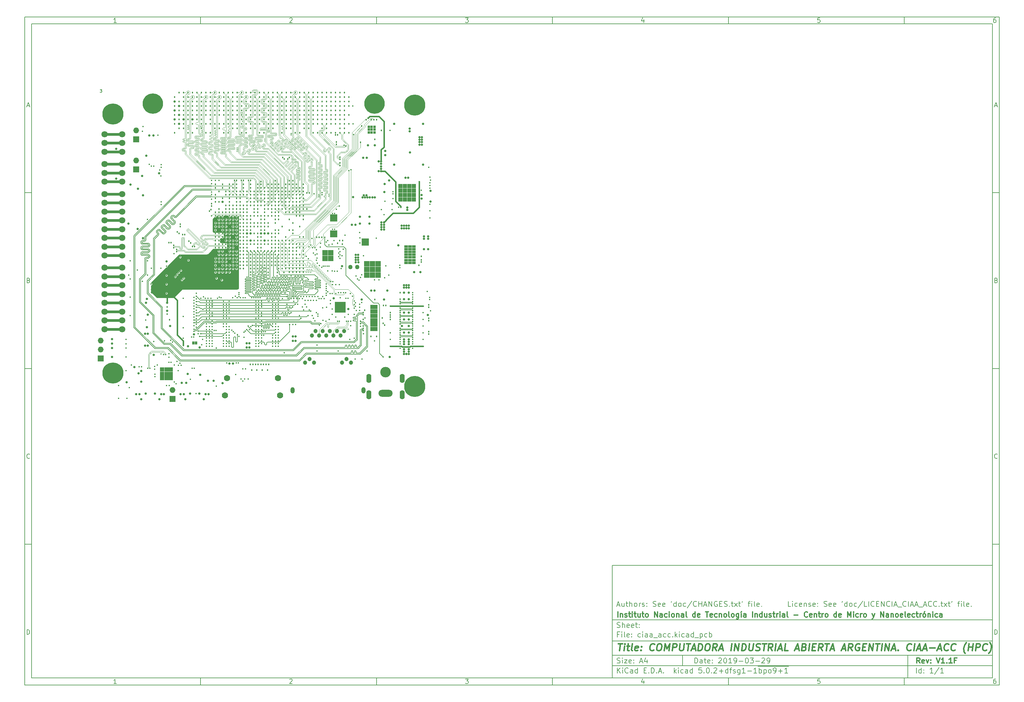
<source format=gbr>
G04 #@! TF.GenerationSoftware,KiCad,Pcbnew,5.0.2+dfsg1-1~bpo9+1*
G04 #@! TF.CreationDate,2019-03-29T14:07:48-03:00*
G04 #@! TF.ProjectId,ciaa_acc,63696161-5f61-4636-932e-6b696361645f,V1.1F*
G04 #@! TF.SameCoordinates,Original*
G04 #@! TF.FileFunction,Copper,L3,Inr*
G04 #@! TF.FilePolarity,Positive*
%FSLAX46Y46*%
G04 Gerber Fmt 4.6, Leading zero omitted, Abs format (unit mm)*
G04 Created by KiCad (PCBNEW 5.0.2+dfsg1-1~bpo9+1) date Fri 29 Mar 2019 02:07:48 PM -03*
%MOMM*%
%LPD*%
G01*
G04 APERTURE LIST*
%ADD10C,0.101600*%
%ADD11C,0.150000*%
%ADD12C,0.300000*%
%ADD13C,0.400000*%
G04 #@! TA.AperFunction,NonConductor*
%ADD14C,0.127000*%
G04 #@! TD*
G04 #@! TA.AperFunction,ViaPad*
%ADD15R,0.800000X0.800000*%
G04 #@! TD*
G04 #@! TA.AperFunction,ViaPad*
%ADD16O,1.200000X1.800000*%
G04 #@! TD*
G04 #@! TA.AperFunction,ViaPad*
%ADD17C,1.200000*%
G04 #@! TD*
G04 #@! TA.AperFunction,ViaPad*
%ADD18C,5.800000*%
G04 #@! TD*
G04 #@! TA.AperFunction,ViaPad*
%ADD19R,1.600000X1.600000*%
G04 #@! TD*
G04 #@! TA.AperFunction,ViaPad*
%ADD20C,1.778000*%
G04 #@! TD*
G04 #@! TA.AperFunction,ViaPad*
%ADD21R,1.651000X1.651000*%
G04 #@! TD*
G04 #@! TA.AperFunction,ViaPad*
%ADD22O,1.651000X1.651000*%
G04 #@! TD*
G04 #@! TA.AperFunction,ViaPad*
%ADD23R,0.750000X0.900000*%
G04 #@! TD*
G04 #@! TA.AperFunction,ViaPad*
%ADD24R,1.080000X0.780000*%
G04 #@! TD*
G04 #@! TA.AperFunction,ViaPad*
%ADD25R,1.287500X1.287500*%
G04 #@! TD*
G04 #@! TA.AperFunction,ViaPad*
%ADD26R,1.000000X1.250000*%
G04 #@! TD*
G04 #@! TA.AperFunction,ViaPad*
%ADD27R,1.250000X1.250000*%
G04 #@! TD*
G04 #@! TA.AperFunction,ViaPad*
%ADD28R,1.000000X1.000000*%
G04 #@! TD*
G04 #@! TA.AperFunction,ViaPad*
%ADD29R,1.500000X1.500000*%
G04 #@! TD*
G04 #@! TA.AperFunction,ViaPad*
%ADD30C,1.800000*%
G04 #@! TD*
G04 #@! TA.AperFunction,ViaPad*
%ADD31C,3.000000*%
G04 #@! TD*
G04 #@! TA.AperFunction,ViaPad*
%ADD32O,1.400000X2.600000*%
G04 #@! TD*
G04 #@! TA.AperFunction,ViaPad*
%ADD33O,4.000000X2.000000*%
G04 #@! TD*
G04 #@! TA.AperFunction,ViaPad*
%ADD34C,6.000000*%
G04 #@! TD*
G04 #@! TA.AperFunction,ViaPad*
%ADD35C,0.635000*%
G04 #@! TD*
G04 #@! TA.AperFunction,ViaPad*
%ADD36C,0.406400*%
G04 #@! TD*
G04 #@! TA.AperFunction,ViaPad*
%ADD37C,0.457200*%
G04 #@! TD*
G04 #@! TA.AperFunction,ViaPad*
%ADD38C,1.270000*%
G04 #@! TD*
G04 #@! TA.AperFunction,Conductor*
%ADD39C,0.088900*%
G04 #@! TD*
G04 #@! TA.AperFunction,Conductor*
%ADD40C,0.381000*%
G04 #@! TD*
G04 #@! TA.AperFunction,Conductor*
%ADD41C,0.132080*%
G04 #@! TD*
G04 #@! TA.AperFunction,Conductor*
%ADD42C,0.106680*%
G04 #@! TD*
G04 #@! TA.AperFunction,Conductor*
%ADD43C,0.762000*%
G04 #@! TD*
G04 #@! TA.AperFunction,Conductor*
%ADD44C,0.101600*%
G04 #@! TD*
G04 #@! TA.AperFunction,Conductor*
%ADD45C,0.127000*%
G04 #@! TD*
G04 #@! TA.AperFunction,Conductor*
%ADD46C,0.165100*%
G04 #@! TD*
G04 #@! TA.AperFunction,Conductor*
%ADD47C,0.147320*%
G04 #@! TD*
G04 #@! TA.AperFunction,Conductor*
%ADD48C,0.114300*%
G04 #@! TD*
G04 APERTURE END LIST*
D10*
D11*
X177002200Y-166007200D02*
X177002200Y-198007200D01*
X285002200Y-198007200D01*
X285002200Y-166007200D01*
X177002200Y-166007200D01*
D10*
D11*
X10000000Y-10000000D02*
X10000000Y-200007200D01*
X287002200Y-200007200D01*
X287002200Y-10000000D01*
X10000000Y-10000000D01*
D10*
D11*
X12000000Y-12000000D02*
X12000000Y-198007200D01*
X285002200Y-198007200D01*
X285002200Y-12000000D01*
X12000000Y-12000000D01*
D10*
D11*
X60000000Y-12000000D02*
X60000000Y-10000000D01*
D10*
D11*
X110000000Y-12000000D02*
X110000000Y-10000000D01*
D10*
D11*
X160000000Y-12000000D02*
X160000000Y-10000000D01*
D10*
D11*
X210000000Y-12000000D02*
X210000000Y-10000000D01*
D10*
D11*
X260000000Y-12000000D02*
X260000000Y-10000000D01*
D10*
D11*
X36065476Y-11588095D02*
X35322619Y-11588095D01*
X35694047Y-11588095D02*
X35694047Y-10288095D01*
X35570238Y-10473809D01*
X35446428Y-10597619D01*
X35322619Y-10659523D01*
D10*
D11*
X85322619Y-10411904D02*
X85384523Y-10350000D01*
X85508333Y-10288095D01*
X85817857Y-10288095D01*
X85941666Y-10350000D01*
X86003571Y-10411904D01*
X86065476Y-10535714D01*
X86065476Y-10659523D01*
X86003571Y-10845238D01*
X85260714Y-11588095D01*
X86065476Y-11588095D01*
D10*
D11*
X135260714Y-10288095D02*
X136065476Y-10288095D01*
X135632142Y-10783333D01*
X135817857Y-10783333D01*
X135941666Y-10845238D01*
X136003571Y-10907142D01*
X136065476Y-11030952D01*
X136065476Y-11340476D01*
X136003571Y-11464285D01*
X135941666Y-11526190D01*
X135817857Y-11588095D01*
X135446428Y-11588095D01*
X135322619Y-11526190D01*
X135260714Y-11464285D01*
D10*
D11*
X185941666Y-10721428D02*
X185941666Y-11588095D01*
X185632142Y-10226190D02*
X185322619Y-11154761D01*
X186127380Y-11154761D01*
D10*
D11*
X236003571Y-10288095D02*
X235384523Y-10288095D01*
X235322619Y-10907142D01*
X235384523Y-10845238D01*
X235508333Y-10783333D01*
X235817857Y-10783333D01*
X235941666Y-10845238D01*
X236003571Y-10907142D01*
X236065476Y-11030952D01*
X236065476Y-11340476D01*
X236003571Y-11464285D01*
X235941666Y-11526190D01*
X235817857Y-11588095D01*
X235508333Y-11588095D01*
X235384523Y-11526190D01*
X235322619Y-11464285D01*
D10*
D11*
X285941666Y-10288095D02*
X285694047Y-10288095D01*
X285570238Y-10350000D01*
X285508333Y-10411904D01*
X285384523Y-10597619D01*
X285322619Y-10845238D01*
X285322619Y-11340476D01*
X285384523Y-11464285D01*
X285446428Y-11526190D01*
X285570238Y-11588095D01*
X285817857Y-11588095D01*
X285941666Y-11526190D01*
X286003571Y-11464285D01*
X286065476Y-11340476D01*
X286065476Y-11030952D01*
X286003571Y-10907142D01*
X285941666Y-10845238D01*
X285817857Y-10783333D01*
X285570238Y-10783333D01*
X285446428Y-10845238D01*
X285384523Y-10907142D01*
X285322619Y-11030952D01*
D10*
D11*
X60000000Y-198007200D02*
X60000000Y-200007200D01*
D10*
D11*
X110000000Y-198007200D02*
X110000000Y-200007200D01*
D10*
D11*
X160000000Y-198007200D02*
X160000000Y-200007200D01*
D10*
D11*
X210000000Y-198007200D02*
X210000000Y-200007200D01*
D10*
D11*
X260000000Y-198007200D02*
X260000000Y-200007200D01*
D10*
D11*
X36065476Y-199595295D02*
X35322619Y-199595295D01*
X35694047Y-199595295D02*
X35694047Y-198295295D01*
X35570238Y-198481009D01*
X35446428Y-198604819D01*
X35322619Y-198666723D01*
D10*
D11*
X85322619Y-198419104D02*
X85384523Y-198357200D01*
X85508333Y-198295295D01*
X85817857Y-198295295D01*
X85941666Y-198357200D01*
X86003571Y-198419104D01*
X86065476Y-198542914D01*
X86065476Y-198666723D01*
X86003571Y-198852438D01*
X85260714Y-199595295D01*
X86065476Y-199595295D01*
D10*
D11*
X135260714Y-198295295D02*
X136065476Y-198295295D01*
X135632142Y-198790533D01*
X135817857Y-198790533D01*
X135941666Y-198852438D01*
X136003571Y-198914342D01*
X136065476Y-199038152D01*
X136065476Y-199347676D01*
X136003571Y-199471485D01*
X135941666Y-199533390D01*
X135817857Y-199595295D01*
X135446428Y-199595295D01*
X135322619Y-199533390D01*
X135260714Y-199471485D01*
D10*
D11*
X185941666Y-198728628D02*
X185941666Y-199595295D01*
X185632142Y-198233390D02*
X185322619Y-199161961D01*
X186127380Y-199161961D01*
D10*
D11*
X236003571Y-198295295D02*
X235384523Y-198295295D01*
X235322619Y-198914342D01*
X235384523Y-198852438D01*
X235508333Y-198790533D01*
X235817857Y-198790533D01*
X235941666Y-198852438D01*
X236003571Y-198914342D01*
X236065476Y-199038152D01*
X236065476Y-199347676D01*
X236003571Y-199471485D01*
X235941666Y-199533390D01*
X235817857Y-199595295D01*
X235508333Y-199595295D01*
X235384523Y-199533390D01*
X235322619Y-199471485D01*
D10*
D11*
X285941666Y-198295295D02*
X285694047Y-198295295D01*
X285570238Y-198357200D01*
X285508333Y-198419104D01*
X285384523Y-198604819D01*
X285322619Y-198852438D01*
X285322619Y-199347676D01*
X285384523Y-199471485D01*
X285446428Y-199533390D01*
X285570238Y-199595295D01*
X285817857Y-199595295D01*
X285941666Y-199533390D01*
X286003571Y-199471485D01*
X286065476Y-199347676D01*
X286065476Y-199038152D01*
X286003571Y-198914342D01*
X285941666Y-198852438D01*
X285817857Y-198790533D01*
X285570238Y-198790533D01*
X285446428Y-198852438D01*
X285384523Y-198914342D01*
X285322619Y-199038152D01*
D10*
D11*
X10000000Y-60000000D02*
X12000000Y-60000000D01*
D10*
D11*
X10000000Y-110000000D02*
X12000000Y-110000000D01*
D10*
D11*
X10000000Y-160000000D02*
X12000000Y-160000000D01*
D10*
D11*
X10690476Y-35216666D02*
X11309523Y-35216666D01*
X10566666Y-35588095D02*
X11000000Y-34288095D01*
X11433333Y-35588095D01*
D10*
D11*
X11092857Y-84907142D02*
X11278571Y-84969047D01*
X11340476Y-85030952D01*
X11402380Y-85154761D01*
X11402380Y-85340476D01*
X11340476Y-85464285D01*
X11278571Y-85526190D01*
X11154761Y-85588095D01*
X10659523Y-85588095D01*
X10659523Y-84288095D01*
X11092857Y-84288095D01*
X11216666Y-84350000D01*
X11278571Y-84411904D01*
X11340476Y-84535714D01*
X11340476Y-84659523D01*
X11278571Y-84783333D01*
X11216666Y-84845238D01*
X11092857Y-84907142D01*
X10659523Y-84907142D01*
D10*
D11*
X11402380Y-135464285D02*
X11340476Y-135526190D01*
X11154761Y-135588095D01*
X11030952Y-135588095D01*
X10845238Y-135526190D01*
X10721428Y-135402380D01*
X10659523Y-135278571D01*
X10597619Y-135030952D01*
X10597619Y-134845238D01*
X10659523Y-134597619D01*
X10721428Y-134473809D01*
X10845238Y-134350000D01*
X11030952Y-134288095D01*
X11154761Y-134288095D01*
X11340476Y-134350000D01*
X11402380Y-134411904D01*
D10*
D11*
X10659523Y-185588095D02*
X10659523Y-184288095D01*
X10969047Y-184288095D01*
X11154761Y-184350000D01*
X11278571Y-184473809D01*
X11340476Y-184597619D01*
X11402380Y-184845238D01*
X11402380Y-185030952D01*
X11340476Y-185278571D01*
X11278571Y-185402380D01*
X11154761Y-185526190D01*
X10969047Y-185588095D01*
X10659523Y-185588095D01*
D10*
D11*
X287002200Y-60000000D02*
X285002200Y-60000000D01*
D10*
D11*
X287002200Y-110000000D02*
X285002200Y-110000000D01*
D10*
D11*
X287002200Y-160000000D02*
X285002200Y-160000000D01*
D10*
D11*
X285692676Y-35216666D02*
X286311723Y-35216666D01*
X285568866Y-35588095D02*
X286002200Y-34288095D01*
X286435533Y-35588095D01*
D10*
D11*
X286095057Y-84907142D02*
X286280771Y-84969047D01*
X286342676Y-85030952D01*
X286404580Y-85154761D01*
X286404580Y-85340476D01*
X286342676Y-85464285D01*
X286280771Y-85526190D01*
X286156961Y-85588095D01*
X285661723Y-85588095D01*
X285661723Y-84288095D01*
X286095057Y-84288095D01*
X286218866Y-84350000D01*
X286280771Y-84411904D01*
X286342676Y-84535714D01*
X286342676Y-84659523D01*
X286280771Y-84783333D01*
X286218866Y-84845238D01*
X286095057Y-84907142D01*
X285661723Y-84907142D01*
D10*
D11*
X286404580Y-135464285D02*
X286342676Y-135526190D01*
X286156961Y-135588095D01*
X286033152Y-135588095D01*
X285847438Y-135526190D01*
X285723628Y-135402380D01*
X285661723Y-135278571D01*
X285599819Y-135030952D01*
X285599819Y-134845238D01*
X285661723Y-134597619D01*
X285723628Y-134473809D01*
X285847438Y-134350000D01*
X286033152Y-134288095D01*
X286156961Y-134288095D01*
X286342676Y-134350000D01*
X286404580Y-134411904D01*
D10*
D11*
X285661723Y-185588095D02*
X285661723Y-184288095D01*
X285971247Y-184288095D01*
X286156961Y-184350000D01*
X286280771Y-184473809D01*
X286342676Y-184597619D01*
X286404580Y-184845238D01*
X286404580Y-185030952D01*
X286342676Y-185278571D01*
X286280771Y-185402380D01*
X286156961Y-185526190D01*
X285971247Y-185588095D01*
X285661723Y-185588095D01*
D10*
D11*
X200434342Y-193785771D02*
X200434342Y-192285771D01*
X200791485Y-192285771D01*
X201005771Y-192357200D01*
X201148628Y-192500057D01*
X201220057Y-192642914D01*
X201291485Y-192928628D01*
X201291485Y-193142914D01*
X201220057Y-193428628D01*
X201148628Y-193571485D01*
X201005771Y-193714342D01*
X200791485Y-193785771D01*
X200434342Y-193785771D01*
X202577200Y-193785771D02*
X202577200Y-193000057D01*
X202505771Y-192857200D01*
X202362914Y-192785771D01*
X202077200Y-192785771D01*
X201934342Y-192857200D01*
X202577200Y-193714342D02*
X202434342Y-193785771D01*
X202077200Y-193785771D01*
X201934342Y-193714342D01*
X201862914Y-193571485D01*
X201862914Y-193428628D01*
X201934342Y-193285771D01*
X202077200Y-193214342D01*
X202434342Y-193214342D01*
X202577200Y-193142914D01*
X203077200Y-192785771D02*
X203648628Y-192785771D01*
X203291485Y-192285771D02*
X203291485Y-193571485D01*
X203362914Y-193714342D01*
X203505771Y-193785771D01*
X203648628Y-193785771D01*
X204720057Y-193714342D02*
X204577200Y-193785771D01*
X204291485Y-193785771D01*
X204148628Y-193714342D01*
X204077200Y-193571485D01*
X204077200Y-193000057D01*
X204148628Y-192857200D01*
X204291485Y-192785771D01*
X204577200Y-192785771D01*
X204720057Y-192857200D01*
X204791485Y-193000057D01*
X204791485Y-193142914D01*
X204077200Y-193285771D01*
X205434342Y-193642914D02*
X205505771Y-193714342D01*
X205434342Y-193785771D01*
X205362914Y-193714342D01*
X205434342Y-193642914D01*
X205434342Y-193785771D01*
X205434342Y-192857200D02*
X205505771Y-192928628D01*
X205434342Y-193000057D01*
X205362914Y-192928628D01*
X205434342Y-192857200D01*
X205434342Y-193000057D01*
X207220057Y-192428628D02*
X207291485Y-192357200D01*
X207434342Y-192285771D01*
X207791485Y-192285771D01*
X207934342Y-192357200D01*
X208005771Y-192428628D01*
X208077200Y-192571485D01*
X208077200Y-192714342D01*
X208005771Y-192928628D01*
X207148628Y-193785771D01*
X208077200Y-193785771D01*
X209005771Y-192285771D02*
X209148628Y-192285771D01*
X209291485Y-192357200D01*
X209362914Y-192428628D01*
X209434342Y-192571485D01*
X209505771Y-192857200D01*
X209505771Y-193214342D01*
X209434342Y-193500057D01*
X209362914Y-193642914D01*
X209291485Y-193714342D01*
X209148628Y-193785771D01*
X209005771Y-193785771D01*
X208862914Y-193714342D01*
X208791485Y-193642914D01*
X208720057Y-193500057D01*
X208648628Y-193214342D01*
X208648628Y-192857200D01*
X208720057Y-192571485D01*
X208791485Y-192428628D01*
X208862914Y-192357200D01*
X209005771Y-192285771D01*
X210934342Y-193785771D02*
X210077200Y-193785771D01*
X210505771Y-193785771D02*
X210505771Y-192285771D01*
X210362914Y-192500057D01*
X210220057Y-192642914D01*
X210077200Y-192714342D01*
X211648628Y-193785771D02*
X211934342Y-193785771D01*
X212077200Y-193714342D01*
X212148628Y-193642914D01*
X212291485Y-193428628D01*
X212362914Y-193142914D01*
X212362914Y-192571485D01*
X212291485Y-192428628D01*
X212220057Y-192357200D01*
X212077200Y-192285771D01*
X211791485Y-192285771D01*
X211648628Y-192357200D01*
X211577200Y-192428628D01*
X211505771Y-192571485D01*
X211505771Y-192928628D01*
X211577200Y-193071485D01*
X211648628Y-193142914D01*
X211791485Y-193214342D01*
X212077200Y-193214342D01*
X212220057Y-193142914D01*
X212291485Y-193071485D01*
X212362914Y-192928628D01*
X213005771Y-193214342D02*
X214148628Y-193214342D01*
X215148628Y-192285771D02*
X215291485Y-192285771D01*
X215434342Y-192357200D01*
X215505771Y-192428628D01*
X215577200Y-192571485D01*
X215648628Y-192857200D01*
X215648628Y-193214342D01*
X215577200Y-193500057D01*
X215505771Y-193642914D01*
X215434342Y-193714342D01*
X215291485Y-193785771D01*
X215148628Y-193785771D01*
X215005771Y-193714342D01*
X214934342Y-193642914D01*
X214862914Y-193500057D01*
X214791485Y-193214342D01*
X214791485Y-192857200D01*
X214862914Y-192571485D01*
X214934342Y-192428628D01*
X215005771Y-192357200D01*
X215148628Y-192285771D01*
X216148628Y-192285771D02*
X217077200Y-192285771D01*
X216577200Y-192857200D01*
X216791485Y-192857200D01*
X216934342Y-192928628D01*
X217005771Y-193000057D01*
X217077200Y-193142914D01*
X217077200Y-193500057D01*
X217005771Y-193642914D01*
X216934342Y-193714342D01*
X216791485Y-193785771D01*
X216362914Y-193785771D01*
X216220057Y-193714342D01*
X216148628Y-193642914D01*
X217720057Y-193214342D02*
X218862914Y-193214342D01*
X219505771Y-192428628D02*
X219577200Y-192357200D01*
X219720057Y-192285771D01*
X220077200Y-192285771D01*
X220220057Y-192357200D01*
X220291485Y-192428628D01*
X220362914Y-192571485D01*
X220362914Y-192714342D01*
X220291485Y-192928628D01*
X219434342Y-193785771D01*
X220362914Y-193785771D01*
X221077200Y-193785771D02*
X221362914Y-193785771D01*
X221505771Y-193714342D01*
X221577200Y-193642914D01*
X221720057Y-193428628D01*
X221791485Y-193142914D01*
X221791485Y-192571485D01*
X221720057Y-192428628D01*
X221648628Y-192357200D01*
X221505771Y-192285771D01*
X221220057Y-192285771D01*
X221077200Y-192357200D01*
X221005771Y-192428628D01*
X220934342Y-192571485D01*
X220934342Y-192928628D01*
X221005771Y-193071485D01*
X221077200Y-193142914D01*
X221220057Y-193214342D01*
X221505771Y-193214342D01*
X221648628Y-193142914D01*
X221720057Y-193071485D01*
X221791485Y-192928628D01*
D10*
D11*
X177002200Y-194507200D02*
X285002200Y-194507200D01*
D10*
D11*
X178434342Y-196585771D02*
X178434342Y-195085771D01*
X179291485Y-196585771D02*
X178648628Y-195728628D01*
X179291485Y-195085771D02*
X178434342Y-195942914D01*
X179934342Y-196585771D02*
X179934342Y-195585771D01*
X179934342Y-195085771D02*
X179862914Y-195157200D01*
X179934342Y-195228628D01*
X180005771Y-195157200D01*
X179934342Y-195085771D01*
X179934342Y-195228628D01*
X181505771Y-196442914D02*
X181434342Y-196514342D01*
X181220057Y-196585771D01*
X181077200Y-196585771D01*
X180862914Y-196514342D01*
X180720057Y-196371485D01*
X180648628Y-196228628D01*
X180577200Y-195942914D01*
X180577200Y-195728628D01*
X180648628Y-195442914D01*
X180720057Y-195300057D01*
X180862914Y-195157200D01*
X181077200Y-195085771D01*
X181220057Y-195085771D01*
X181434342Y-195157200D01*
X181505771Y-195228628D01*
X182791485Y-196585771D02*
X182791485Y-195800057D01*
X182720057Y-195657200D01*
X182577200Y-195585771D01*
X182291485Y-195585771D01*
X182148628Y-195657200D01*
X182791485Y-196514342D02*
X182648628Y-196585771D01*
X182291485Y-196585771D01*
X182148628Y-196514342D01*
X182077200Y-196371485D01*
X182077200Y-196228628D01*
X182148628Y-196085771D01*
X182291485Y-196014342D01*
X182648628Y-196014342D01*
X182791485Y-195942914D01*
X184148628Y-196585771D02*
X184148628Y-195085771D01*
X184148628Y-196514342D02*
X184005771Y-196585771D01*
X183720057Y-196585771D01*
X183577200Y-196514342D01*
X183505771Y-196442914D01*
X183434342Y-196300057D01*
X183434342Y-195871485D01*
X183505771Y-195728628D01*
X183577200Y-195657200D01*
X183720057Y-195585771D01*
X184005771Y-195585771D01*
X184148628Y-195657200D01*
X186005771Y-195800057D02*
X186505771Y-195800057D01*
X186720057Y-196585771D02*
X186005771Y-196585771D01*
X186005771Y-195085771D01*
X186720057Y-195085771D01*
X187362914Y-196442914D02*
X187434342Y-196514342D01*
X187362914Y-196585771D01*
X187291485Y-196514342D01*
X187362914Y-196442914D01*
X187362914Y-196585771D01*
X188077200Y-196585771D02*
X188077200Y-195085771D01*
X188434342Y-195085771D01*
X188648628Y-195157200D01*
X188791485Y-195300057D01*
X188862914Y-195442914D01*
X188934342Y-195728628D01*
X188934342Y-195942914D01*
X188862914Y-196228628D01*
X188791485Y-196371485D01*
X188648628Y-196514342D01*
X188434342Y-196585771D01*
X188077200Y-196585771D01*
X189577200Y-196442914D02*
X189648628Y-196514342D01*
X189577200Y-196585771D01*
X189505771Y-196514342D01*
X189577200Y-196442914D01*
X189577200Y-196585771D01*
X190220057Y-196157200D02*
X190934342Y-196157200D01*
X190077200Y-196585771D02*
X190577200Y-195085771D01*
X191077200Y-196585771D01*
X191577200Y-196442914D02*
X191648628Y-196514342D01*
X191577200Y-196585771D01*
X191505771Y-196514342D01*
X191577200Y-196442914D01*
X191577200Y-196585771D01*
X194577200Y-196585771D02*
X194577200Y-195085771D01*
X194720057Y-196014342D02*
X195148628Y-196585771D01*
X195148628Y-195585771D02*
X194577200Y-196157200D01*
X195791485Y-196585771D02*
X195791485Y-195585771D01*
X195791485Y-195085771D02*
X195720057Y-195157200D01*
X195791485Y-195228628D01*
X195862914Y-195157200D01*
X195791485Y-195085771D01*
X195791485Y-195228628D01*
X197148628Y-196514342D02*
X197005771Y-196585771D01*
X196720057Y-196585771D01*
X196577200Y-196514342D01*
X196505771Y-196442914D01*
X196434342Y-196300057D01*
X196434342Y-195871485D01*
X196505771Y-195728628D01*
X196577200Y-195657200D01*
X196720057Y-195585771D01*
X197005771Y-195585771D01*
X197148628Y-195657200D01*
X198434342Y-196585771D02*
X198434342Y-195800057D01*
X198362914Y-195657200D01*
X198220057Y-195585771D01*
X197934342Y-195585771D01*
X197791485Y-195657200D01*
X198434342Y-196514342D02*
X198291485Y-196585771D01*
X197934342Y-196585771D01*
X197791485Y-196514342D01*
X197720057Y-196371485D01*
X197720057Y-196228628D01*
X197791485Y-196085771D01*
X197934342Y-196014342D01*
X198291485Y-196014342D01*
X198434342Y-195942914D01*
X199791485Y-196585771D02*
X199791485Y-195085771D01*
X199791485Y-196514342D02*
X199648628Y-196585771D01*
X199362914Y-196585771D01*
X199220057Y-196514342D01*
X199148628Y-196442914D01*
X199077200Y-196300057D01*
X199077200Y-195871485D01*
X199148628Y-195728628D01*
X199220057Y-195657200D01*
X199362914Y-195585771D01*
X199648628Y-195585771D01*
X199791485Y-195657200D01*
X202362914Y-195085771D02*
X201648628Y-195085771D01*
X201577200Y-195800057D01*
X201648628Y-195728628D01*
X201791485Y-195657200D01*
X202148628Y-195657200D01*
X202291485Y-195728628D01*
X202362914Y-195800057D01*
X202434342Y-195942914D01*
X202434342Y-196300057D01*
X202362914Y-196442914D01*
X202291485Y-196514342D01*
X202148628Y-196585771D01*
X201791485Y-196585771D01*
X201648628Y-196514342D01*
X201577200Y-196442914D01*
X203077200Y-196442914D02*
X203148628Y-196514342D01*
X203077200Y-196585771D01*
X203005771Y-196514342D01*
X203077200Y-196442914D01*
X203077200Y-196585771D01*
X204077200Y-195085771D02*
X204220057Y-195085771D01*
X204362914Y-195157200D01*
X204434342Y-195228628D01*
X204505771Y-195371485D01*
X204577200Y-195657200D01*
X204577200Y-196014342D01*
X204505771Y-196300057D01*
X204434342Y-196442914D01*
X204362914Y-196514342D01*
X204220057Y-196585771D01*
X204077200Y-196585771D01*
X203934342Y-196514342D01*
X203862914Y-196442914D01*
X203791485Y-196300057D01*
X203720057Y-196014342D01*
X203720057Y-195657200D01*
X203791485Y-195371485D01*
X203862914Y-195228628D01*
X203934342Y-195157200D01*
X204077200Y-195085771D01*
X205220057Y-196442914D02*
X205291485Y-196514342D01*
X205220057Y-196585771D01*
X205148628Y-196514342D01*
X205220057Y-196442914D01*
X205220057Y-196585771D01*
X205862914Y-195228628D02*
X205934342Y-195157200D01*
X206077200Y-195085771D01*
X206434342Y-195085771D01*
X206577200Y-195157200D01*
X206648628Y-195228628D01*
X206720057Y-195371485D01*
X206720057Y-195514342D01*
X206648628Y-195728628D01*
X205791485Y-196585771D01*
X206720057Y-196585771D01*
X207362914Y-196014342D02*
X208505771Y-196014342D01*
X207934342Y-196585771D02*
X207934342Y-195442914D01*
X209862914Y-196585771D02*
X209862914Y-195085771D01*
X209862914Y-196514342D02*
X209720057Y-196585771D01*
X209434342Y-196585771D01*
X209291485Y-196514342D01*
X209220057Y-196442914D01*
X209148628Y-196300057D01*
X209148628Y-195871485D01*
X209220057Y-195728628D01*
X209291485Y-195657200D01*
X209434342Y-195585771D01*
X209720057Y-195585771D01*
X209862914Y-195657200D01*
X210362914Y-195585771D02*
X210934342Y-195585771D01*
X210577200Y-196585771D02*
X210577200Y-195300057D01*
X210648628Y-195157200D01*
X210791485Y-195085771D01*
X210934342Y-195085771D01*
X211362914Y-196514342D02*
X211505771Y-196585771D01*
X211791485Y-196585771D01*
X211934342Y-196514342D01*
X212005771Y-196371485D01*
X212005771Y-196300057D01*
X211934342Y-196157200D01*
X211791485Y-196085771D01*
X211577200Y-196085771D01*
X211434342Y-196014342D01*
X211362914Y-195871485D01*
X211362914Y-195800057D01*
X211434342Y-195657200D01*
X211577200Y-195585771D01*
X211791485Y-195585771D01*
X211934342Y-195657200D01*
X213291485Y-195585771D02*
X213291485Y-196800057D01*
X213220057Y-196942914D01*
X213148628Y-197014342D01*
X213005771Y-197085771D01*
X212791485Y-197085771D01*
X212648628Y-197014342D01*
X213291485Y-196514342D02*
X213148628Y-196585771D01*
X212862914Y-196585771D01*
X212720057Y-196514342D01*
X212648628Y-196442914D01*
X212577200Y-196300057D01*
X212577200Y-195871485D01*
X212648628Y-195728628D01*
X212720057Y-195657200D01*
X212862914Y-195585771D01*
X213148628Y-195585771D01*
X213291485Y-195657200D01*
X214791485Y-196585771D02*
X213934342Y-196585771D01*
X214362914Y-196585771D02*
X214362914Y-195085771D01*
X214220057Y-195300057D01*
X214077200Y-195442914D01*
X213934342Y-195514342D01*
X215434342Y-196014342D02*
X216577200Y-196014342D01*
X218077200Y-196585771D02*
X217220057Y-196585771D01*
X217648628Y-196585771D02*
X217648628Y-195085771D01*
X217505771Y-195300057D01*
X217362914Y-195442914D01*
X217220057Y-195514342D01*
X218362914Y-194677200D02*
X219720057Y-194677200D01*
X218720057Y-196585771D02*
X218720057Y-195085771D01*
X218720057Y-195657200D02*
X218862914Y-195585771D01*
X219148628Y-195585771D01*
X219291485Y-195657200D01*
X219362914Y-195728628D01*
X219434342Y-195871485D01*
X219434342Y-196300057D01*
X219362914Y-196442914D01*
X219291485Y-196514342D01*
X219148628Y-196585771D01*
X218862914Y-196585771D01*
X218720057Y-196514342D01*
X219720057Y-194677200D02*
X221077200Y-194677200D01*
X220077200Y-195585771D02*
X220077200Y-197085771D01*
X220077200Y-195657200D02*
X220220057Y-195585771D01*
X220505771Y-195585771D01*
X220648628Y-195657200D01*
X220720057Y-195728628D01*
X220791485Y-195871485D01*
X220791485Y-196300057D01*
X220720057Y-196442914D01*
X220648628Y-196514342D01*
X220505771Y-196585771D01*
X220220057Y-196585771D01*
X220077200Y-196514342D01*
X221077200Y-194677200D02*
X222434342Y-194677200D01*
X221648628Y-196585771D02*
X221505771Y-196514342D01*
X221434342Y-196442914D01*
X221362914Y-196300057D01*
X221362914Y-195871485D01*
X221434342Y-195728628D01*
X221505771Y-195657200D01*
X221648628Y-195585771D01*
X221862914Y-195585771D01*
X222005771Y-195657200D01*
X222077200Y-195728628D01*
X222148628Y-195871485D01*
X222148628Y-196300057D01*
X222077200Y-196442914D01*
X222005771Y-196514342D01*
X221862914Y-196585771D01*
X221648628Y-196585771D01*
X222434342Y-194677200D02*
X223862914Y-194677200D01*
X222862914Y-196585771D02*
X223148628Y-196585771D01*
X223291485Y-196514342D01*
X223362914Y-196442914D01*
X223505771Y-196228628D01*
X223577200Y-195942914D01*
X223577200Y-195371485D01*
X223505771Y-195228628D01*
X223434342Y-195157200D01*
X223291485Y-195085771D01*
X223005771Y-195085771D01*
X222862914Y-195157200D01*
X222791485Y-195228628D01*
X222720057Y-195371485D01*
X222720057Y-195728628D01*
X222791485Y-195871485D01*
X222862914Y-195942914D01*
X223005771Y-196014342D01*
X223291485Y-196014342D01*
X223434342Y-195942914D01*
X223505771Y-195871485D01*
X223577200Y-195728628D01*
X223862914Y-194677200D02*
X225720057Y-194677200D01*
X224220057Y-196014342D02*
X225362914Y-196014342D01*
X224791485Y-196585771D02*
X224791485Y-195442914D01*
X225720057Y-194677200D02*
X227148628Y-194677200D01*
X226862914Y-196585771D02*
X226005771Y-196585771D01*
X226434342Y-196585771D02*
X226434342Y-195085771D01*
X226291485Y-195300057D01*
X226148628Y-195442914D01*
X226005771Y-195514342D01*
D10*
D11*
X177002200Y-191507200D02*
X285002200Y-191507200D01*
D10*
D12*
X264411485Y-193785771D02*
X263911485Y-193071485D01*
X263554342Y-193785771D02*
X263554342Y-192285771D01*
X264125771Y-192285771D01*
X264268628Y-192357200D01*
X264340057Y-192428628D01*
X264411485Y-192571485D01*
X264411485Y-192785771D01*
X264340057Y-192928628D01*
X264268628Y-193000057D01*
X264125771Y-193071485D01*
X263554342Y-193071485D01*
X265625771Y-193714342D02*
X265482914Y-193785771D01*
X265197200Y-193785771D01*
X265054342Y-193714342D01*
X264982914Y-193571485D01*
X264982914Y-193000057D01*
X265054342Y-192857200D01*
X265197200Y-192785771D01*
X265482914Y-192785771D01*
X265625771Y-192857200D01*
X265697200Y-193000057D01*
X265697200Y-193142914D01*
X264982914Y-193285771D01*
X266197200Y-192785771D02*
X266554342Y-193785771D01*
X266911485Y-192785771D01*
X267482914Y-193642914D02*
X267554342Y-193714342D01*
X267482914Y-193785771D01*
X267411485Y-193714342D01*
X267482914Y-193642914D01*
X267482914Y-193785771D01*
X267482914Y-192857200D02*
X267554342Y-192928628D01*
X267482914Y-193000057D01*
X267411485Y-192928628D01*
X267482914Y-192857200D01*
X267482914Y-193000057D01*
X269125771Y-192285771D02*
X269625771Y-193785771D01*
X270125771Y-192285771D01*
X271411485Y-193785771D02*
X270554342Y-193785771D01*
X270982914Y-193785771D02*
X270982914Y-192285771D01*
X270840057Y-192500057D01*
X270697200Y-192642914D01*
X270554342Y-192714342D01*
X272054342Y-193642914D02*
X272125771Y-193714342D01*
X272054342Y-193785771D01*
X271982914Y-193714342D01*
X272054342Y-193642914D01*
X272054342Y-193785771D01*
X273554342Y-193785771D02*
X272697200Y-193785771D01*
X273125771Y-193785771D02*
X273125771Y-192285771D01*
X272982914Y-192500057D01*
X272840057Y-192642914D01*
X272697200Y-192714342D01*
X274697200Y-193000057D02*
X274197200Y-193000057D01*
X274197200Y-193785771D02*
X274197200Y-192285771D01*
X274911485Y-192285771D01*
D10*
D11*
X178362914Y-193714342D02*
X178577200Y-193785771D01*
X178934342Y-193785771D01*
X179077200Y-193714342D01*
X179148628Y-193642914D01*
X179220057Y-193500057D01*
X179220057Y-193357200D01*
X179148628Y-193214342D01*
X179077200Y-193142914D01*
X178934342Y-193071485D01*
X178648628Y-193000057D01*
X178505771Y-192928628D01*
X178434342Y-192857200D01*
X178362914Y-192714342D01*
X178362914Y-192571485D01*
X178434342Y-192428628D01*
X178505771Y-192357200D01*
X178648628Y-192285771D01*
X179005771Y-192285771D01*
X179220057Y-192357200D01*
X179862914Y-193785771D02*
X179862914Y-192785771D01*
X179862914Y-192285771D02*
X179791485Y-192357200D01*
X179862914Y-192428628D01*
X179934342Y-192357200D01*
X179862914Y-192285771D01*
X179862914Y-192428628D01*
X180434342Y-192785771D02*
X181220057Y-192785771D01*
X180434342Y-193785771D01*
X181220057Y-193785771D01*
X182362914Y-193714342D02*
X182220057Y-193785771D01*
X181934342Y-193785771D01*
X181791485Y-193714342D01*
X181720057Y-193571485D01*
X181720057Y-193000057D01*
X181791485Y-192857200D01*
X181934342Y-192785771D01*
X182220057Y-192785771D01*
X182362914Y-192857200D01*
X182434342Y-193000057D01*
X182434342Y-193142914D01*
X181720057Y-193285771D01*
X183077200Y-193642914D02*
X183148628Y-193714342D01*
X183077200Y-193785771D01*
X183005771Y-193714342D01*
X183077200Y-193642914D01*
X183077200Y-193785771D01*
X183077200Y-192857200D02*
X183148628Y-192928628D01*
X183077200Y-193000057D01*
X183005771Y-192928628D01*
X183077200Y-192857200D01*
X183077200Y-193000057D01*
X184862914Y-193357200D02*
X185577200Y-193357200D01*
X184720057Y-193785771D02*
X185220057Y-192285771D01*
X185720057Y-193785771D01*
X186862914Y-192785771D02*
X186862914Y-193785771D01*
X186505771Y-192214342D02*
X186148628Y-193285771D01*
X187077200Y-193285771D01*
D10*
D11*
X263434342Y-196585771D02*
X263434342Y-195085771D01*
X264791485Y-196585771D02*
X264791485Y-195085771D01*
X264791485Y-196514342D02*
X264648628Y-196585771D01*
X264362914Y-196585771D01*
X264220057Y-196514342D01*
X264148628Y-196442914D01*
X264077200Y-196300057D01*
X264077200Y-195871485D01*
X264148628Y-195728628D01*
X264220057Y-195657200D01*
X264362914Y-195585771D01*
X264648628Y-195585771D01*
X264791485Y-195657200D01*
X265505771Y-196442914D02*
X265577200Y-196514342D01*
X265505771Y-196585771D01*
X265434342Y-196514342D01*
X265505771Y-196442914D01*
X265505771Y-196585771D01*
X265505771Y-195657200D02*
X265577200Y-195728628D01*
X265505771Y-195800057D01*
X265434342Y-195728628D01*
X265505771Y-195657200D01*
X265505771Y-195800057D01*
X268148628Y-196585771D02*
X267291485Y-196585771D01*
X267720057Y-196585771D02*
X267720057Y-195085771D01*
X267577200Y-195300057D01*
X267434342Y-195442914D01*
X267291485Y-195514342D01*
X269862914Y-195014342D02*
X268577200Y-196942914D01*
X271148628Y-196585771D02*
X270291485Y-196585771D01*
X270720057Y-196585771D02*
X270720057Y-195085771D01*
X270577200Y-195300057D01*
X270434342Y-195442914D01*
X270291485Y-195514342D01*
D10*
D11*
X177002200Y-187507200D02*
X285002200Y-187507200D01*
D10*
D13*
X178714580Y-188211961D02*
X179857438Y-188211961D01*
X179036009Y-190211961D02*
X179286009Y-188211961D01*
X180274104Y-190211961D02*
X180440771Y-188878628D01*
X180524104Y-188211961D02*
X180416961Y-188307200D01*
X180500295Y-188402438D01*
X180607438Y-188307200D01*
X180524104Y-188211961D01*
X180500295Y-188402438D01*
X181107438Y-188878628D02*
X181869342Y-188878628D01*
X181476485Y-188211961D02*
X181262200Y-189926247D01*
X181333628Y-190116723D01*
X181512200Y-190211961D01*
X181702676Y-190211961D01*
X182655057Y-190211961D02*
X182476485Y-190116723D01*
X182405057Y-189926247D01*
X182619342Y-188211961D01*
X184190771Y-190116723D02*
X183988390Y-190211961D01*
X183607438Y-190211961D01*
X183428866Y-190116723D01*
X183357438Y-189926247D01*
X183452676Y-189164342D01*
X183571723Y-188973866D01*
X183774104Y-188878628D01*
X184155057Y-188878628D01*
X184333628Y-188973866D01*
X184405057Y-189164342D01*
X184381247Y-189354819D01*
X183405057Y-189545295D01*
X185155057Y-190021485D02*
X185238390Y-190116723D01*
X185131247Y-190211961D01*
X185047914Y-190116723D01*
X185155057Y-190021485D01*
X185131247Y-190211961D01*
X185286009Y-188973866D02*
X185369342Y-189069104D01*
X185262200Y-189164342D01*
X185178866Y-189069104D01*
X185286009Y-188973866D01*
X185262200Y-189164342D01*
X188774104Y-190021485D02*
X188666961Y-190116723D01*
X188369342Y-190211961D01*
X188178866Y-190211961D01*
X187905057Y-190116723D01*
X187738390Y-189926247D01*
X187666961Y-189735771D01*
X187619342Y-189354819D01*
X187655057Y-189069104D01*
X187797914Y-188688152D01*
X187916961Y-188497676D01*
X188131247Y-188307200D01*
X188428866Y-188211961D01*
X188619342Y-188211961D01*
X188893152Y-188307200D01*
X188976485Y-188402438D01*
X190238390Y-188211961D02*
X190619342Y-188211961D01*
X190797914Y-188307200D01*
X190964580Y-188497676D01*
X191012200Y-188878628D01*
X190928866Y-189545295D01*
X190786009Y-189926247D01*
X190571723Y-190116723D01*
X190369342Y-190211961D01*
X189988390Y-190211961D01*
X189809819Y-190116723D01*
X189643152Y-189926247D01*
X189595533Y-189545295D01*
X189678866Y-188878628D01*
X189821723Y-188497676D01*
X190036009Y-188307200D01*
X190238390Y-188211961D01*
X191702676Y-190211961D02*
X191952676Y-188211961D01*
X192440771Y-189640533D01*
X193286009Y-188211961D01*
X193036009Y-190211961D01*
X193988390Y-190211961D02*
X194238390Y-188211961D01*
X195000295Y-188211961D01*
X195178866Y-188307200D01*
X195262200Y-188402438D01*
X195333628Y-188592914D01*
X195297914Y-188878628D01*
X195178866Y-189069104D01*
X195071723Y-189164342D01*
X194869342Y-189259580D01*
X194107438Y-189259580D01*
X196238390Y-188211961D02*
X196036009Y-189831009D01*
X196107438Y-190021485D01*
X196190771Y-190116723D01*
X196369342Y-190211961D01*
X196750295Y-190211961D01*
X196952676Y-190116723D01*
X197059819Y-190021485D01*
X197178866Y-189831009D01*
X197381247Y-188211961D01*
X198047914Y-188211961D02*
X199190771Y-188211961D01*
X198369342Y-190211961D02*
X198619342Y-188211961D01*
X199583628Y-189640533D02*
X200536009Y-189640533D01*
X199321723Y-190211961D02*
X200238390Y-188211961D01*
X200655057Y-190211961D01*
X201321723Y-190211961D02*
X201571723Y-188211961D01*
X202047914Y-188211961D01*
X202321723Y-188307200D01*
X202488390Y-188497676D01*
X202559819Y-188688152D01*
X202607438Y-189069104D01*
X202571723Y-189354819D01*
X202428866Y-189735771D01*
X202309819Y-189926247D01*
X202095533Y-190116723D01*
X201797914Y-190211961D01*
X201321723Y-190211961D01*
X203952676Y-188211961D02*
X204333628Y-188211961D01*
X204512200Y-188307200D01*
X204678866Y-188497676D01*
X204726485Y-188878628D01*
X204643152Y-189545295D01*
X204500295Y-189926247D01*
X204286009Y-190116723D01*
X204083628Y-190211961D01*
X203702676Y-190211961D01*
X203524104Y-190116723D01*
X203357438Y-189926247D01*
X203309819Y-189545295D01*
X203393152Y-188878628D01*
X203536009Y-188497676D01*
X203750295Y-188307200D01*
X203952676Y-188211961D01*
X206559819Y-190211961D02*
X206012200Y-189259580D01*
X205416961Y-190211961D02*
X205666961Y-188211961D01*
X206428866Y-188211961D01*
X206607438Y-188307200D01*
X206690771Y-188402438D01*
X206762200Y-188592914D01*
X206726485Y-188878628D01*
X206607438Y-189069104D01*
X206500295Y-189164342D01*
X206297914Y-189259580D01*
X205536009Y-189259580D01*
X207393152Y-189640533D02*
X208345533Y-189640533D01*
X207131247Y-190211961D02*
X208047914Y-188211961D01*
X208464580Y-190211961D01*
X210655057Y-190211961D02*
X210905057Y-188211961D01*
X211607438Y-190211961D02*
X211857438Y-188211961D01*
X212750295Y-190211961D01*
X213000295Y-188211961D01*
X213702676Y-190211961D02*
X213952676Y-188211961D01*
X214428866Y-188211961D01*
X214702676Y-188307200D01*
X214869342Y-188497676D01*
X214940771Y-188688152D01*
X214988390Y-189069104D01*
X214952676Y-189354819D01*
X214809819Y-189735771D01*
X214690771Y-189926247D01*
X214476485Y-190116723D01*
X214178866Y-190211961D01*
X213702676Y-190211961D01*
X215952676Y-188211961D02*
X215750295Y-189831009D01*
X215821723Y-190021485D01*
X215905057Y-190116723D01*
X216083628Y-190211961D01*
X216464580Y-190211961D01*
X216666961Y-190116723D01*
X216774104Y-190021485D01*
X216893152Y-189831009D01*
X217095533Y-188211961D01*
X217714580Y-190116723D02*
X217988390Y-190211961D01*
X218464580Y-190211961D01*
X218666961Y-190116723D01*
X218774104Y-190021485D01*
X218893152Y-189831009D01*
X218916961Y-189640533D01*
X218845533Y-189450057D01*
X218762200Y-189354819D01*
X218583628Y-189259580D01*
X218214580Y-189164342D01*
X218036009Y-189069104D01*
X217952676Y-188973866D01*
X217881247Y-188783390D01*
X217905057Y-188592914D01*
X218024104Y-188402438D01*
X218131247Y-188307200D01*
X218333628Y-188211961D01*
X218809819Y-188211961D01*
X219083628Y-188307200D01*
X219666961Y-188211961D02*
X220809819Y-188211961D01*
X219988390Y-190211961D02*
X220238390Y-188211961D01*
X222369342Y-190211961D02*
X221821723Y-189259580D01*
X221226485Y-190211961D02*
X221476485Y-188211961D01*
X222238390Y-188211961D01*
X222416961Y-188307200D01*
X222500295Y-188402438D01*
X222571723Y-188592914D01*
X222536009Y-188878628D01*
X222416961Y-189069104D01*
X222309819Y-189164342D01*
X222107438Y-189259580D01*
X221345533Y-189259580D01*
X223226485Y-190211961D02*
X223476485Y-188211961D01*
X224155057Y-189640533D02*
X225107438Y-189640533D01*
X223893152Y-190211961D02*
X224809819Y-188211961D01*
X225226485Y-190211961D01*
X226845533Y-190211961D02*
X225893152Y-190211961D01*
X226143152Y-188211961D01*
X229012200Y-189640533D02*
X229964580Y-189640533D01*
X228750295Y-190211961D02*
X229666961Y-188211961D01*
X230083628Y-190211961D01*
X231547914Y-189164342D02*
X231821723Y-189259580D01*
X231905057Y-189354819D01*
X231976485Y-189545295D01*
X231940771Y-189831009D01*
X231821723Y-190021485D01*
X231714580Y-190116723D01*
X231512200Y-190211961D01*
X230750295Y-190211961D01*
X231000295Y-188211961D01*
X231666961Y-188211961D01*
X231845533Y-188307200D01*
X231928866Y-188402438D01*
X232000295Y-188592914D01*
X231976485Y-188783390D01*
X231857438Y-188973866D01*
X231750295Y-189069104D01*
X231547914Y-189164342D01*
X230881247Y-189164342D01*
X232750295Y-190211961D02*
X233000295Y-188211961D01*
X233833628Y-189164342D02*
X234500295Y-189164342D01*
X234655057Y-190211961D02*
X233702676Y-190211961D01*
X233952676Y-188211961D01*
X234905057Y-188211961D01*
X236655057Y-190211961D02*
X236107438Y-189259580D01*
X235512200Y-190211961D02*
X235762200Y-188211961D01*
X236524104Y-188211961D01*
X236702676Y-188307200D01*
X236786009Y-188402438D01*
X236857438Y-188592914D01*
X236821723Y-188878628D01*
X236702676Y-189069104D01*
X236595533Y-189164342D01*
X236393152Y-189259580D01*
X235631247Y-189259580D01*
X237476485Y-188211961D02*
X238619342Y-188211961D01*
X237797914Y-190211961D02*
X238047914Y-188211961D01*
X239012200Y-189640533D02*
X239964580Y-189640533D01*
X238750295Y-190211961D02*
X239666961Y-188211961D01*
X240083628Y-190211961D01*
X242250295Y-189640533D02*
X243202676Y-189640533D01*
X241988390Y-190211961D02*
X242905057Y-188211961D01*
X243321723Y-190211961D01*
X245131247Y-190211961D02*
X244583628Y-189259580D01*
X243988390Y-190211961D02*
X244238390Y-188211961D01*
X245000295Y-188211961D01*
X245178866Y-188307200D01*
X245262200Y-188402438D01*
X245333628Y-188592914D01*
X245297914Y-188878628D01*
X245178866Y-189069104D01*
X245071723Y-189164342D01*
X244869342Y-189259580D01*
X244107438Y-189259580D01*
X247274104Y-188307200D02*
X247095533Y-188211961D01*
X246809819Y-188211961D01*
X246512200Y-188307200D01*
X246297914Y-188497676D01*
X246178866Y-188688152D01*
X246036009Y-189069104D01*
X246000295Y-189354819D01*
X246047914Y-189735771D01*
X246119342Y-189926247D01*
X246286009Y-190116723D01*
X246559819Y-190211961D01*
X246750295Y-190211961D01*
X247047914Y-190116723D01*
X247155057Y-190021485D01*
X247238390Y-189354819D01*
X246857438Y-189354819D01*
X248119342Y-189164342D02*
X248786009Y-189164342D01*
X248940771Y-190211961D02*
X247988390Y-190211961D01*
X248238390Y-188211961D01*
X249190771Y-188211961D01*
X249797914Y-190211961D02*
X250047914Y-188211961D01*
X250940771Y-190211961D01*
X251190771Y-188211961D01*
X251857438Y-188211961D02*
X253000295Y-188211961D01*
X252178866Y-190211961D02*
X252428866Y-188211961D01*
X253416961Y-190211961D02*
X253666961Y-188211961D01*
X254369342Y-190211961D02*
X254619342Y-188211961D01*
X255512199Y-190211961D01*
X255762199Y-188211961D01*
X256440771Y-189640533D02*
X257393152Y-189640533D01*
X256178866Y-190211961D02*
X257095533Y-188211961D01*
X257512199Y-190211961D01*
X258202676Y-190021485D02*
X258286009Y-190116723D01*
X258178866Y-190211961D01*
X258095533Y-190116723D01*
X258202676Y-190021485D01*
X258178866Y-190211961D01*
X261821723Y-190021485D02*
X261714580Y-190116723D01*
X261416961Y-190211961D01*
X261226485Y-190211961D01*
X260952676Y-190116723D01*
X260786009Y-189926247D01*
X260714580Y-189735771D01*
X260666961Y-189354819D01*
X260702676Y-189069104D01*
X260845533Y-188688152D01*
X260964580Y-188497676D01*
X261178866Y-188307200D01*
X261476485Y-188211961D01*
X261666961Y-188211961D01*
X261940771Y-188307200D01*
X262024104Y-188402438D01*
X262655057Y-190211961D02*
X262905057Y-188211961D01*
X263583628Y-189640533D02*
X264536009Y-189640533D01*
X263321723Y-190211961D02*
X264238390Y-188211961D01*
X264655057Y-190211961D01*
X265297914Y-189640533D02*
X266250295Y-189640533D01*
X265036009Y-190211961D02*
X265952676Y-188211961D01*
X266369342Y-190211961D01*
X267131247Y-189450057D02*
X268655057Y-189450057D01*
X269488390Y-189640533D02*
X270440771Y-189640533D01*
X269226485Y-190211961D02*
X270143152Y-188211961D01*
X270559819Y-190211961D01*
X272393152Y-190021485D02*
X272286009Y-190116723D01*
X271988390Y-190211961D01*
X271797914Y-190211961D01*
X271524104Y-190116723D01*
X271357438Y-189926247D01*
X271286009Y-189735771D01*
X271238390Y-189354819D01*
X271274104Y-189069104D01*
X271416961Y-188688152D01*
X271536009Y-188497676D01*
X271750295Y-188307200D01*
X272047914Y-188211961D01*
X272238390Y-188211961D01*
X272512200Y-188307200D01*
X272595533Y-188402438D01*
X274393152Y-190021485D02*
X274286009Y-190116723D01*
X273988390Y-190211961D01*
X273797914Y-190211961D01*
X273524104Y-190116723D01*
X273357438Y-189926247D01*
X273286009Y-189735771D01*
X273238390Y-189354819D01*
X273274104Y-189069104D01*
X273416961Y-188688152D01*
X273536009Y-188497676D01*
X273750295Y-188307200D01*
X274047914Y-188211961D01*
X274238390Y-188211961D01*
X274512200Y-188307200D01*
X274595533Y-188402438D01*
X277226485Y-190973866D02*
X277143152Y-190878628D01*
X276988390Y-190592914D01*
X276916961Y-190402438D01*
X276857438Y-190116723D01*
X276821723Y-189640533D01*
X276869342Y-189259580D01*
X277024104Y-188783390D01*
X277155057Y-188497676D01*
X277274104Y-188307200D01*
X277500295Y-188021485D01*
X277607438Y-187926247D01*
X278083628Y-190211961D02*
X278333628Y-188211961D01*
X278214580Y-189164342D02*
X279357438Y-189164342D01*
X279226485Y-190211961D02*
X279476485Y-188211961D01*
X280178866Y-190211961D02*
X280428866Y-188211961D01*
X281190771Y-188211961D01*
X281369342Y-188307200D01*
X281452676Y-188402438D01*
X281524104Y-188592914D01*
X281488390Y-188878628D01*
X281369342Y-189069104D01*
X281262200Y-189164342D01*
X281059819Y-189259580D01*
X280297914Y-189259580D01*
X283345533Y-190021485D02*
X283238390Y-190116723D01*
X282940771Y-190211961D01*
X282750295Y-190211961D01*
X282476485Y-190116723D01*
X282309819Y-189926247D01*
X282238390Y-189735771D01*
X282190771Y-189354819D01*
X282226485Y-189069104D01*
X282369342Y-188688152D01*
X282488390Y-188497676D01*
X282702676Y-188307200D01*
X283000295Y-188211961D01*
X283190771Y-188211961D01*
X283464580Y-188307200D01*
X283547914Y-188402438D01*
X283893152Y-190973866D02*
X284000295Y-190878628D01*
X284226485Y-190592914D01*
X284345533Y-190402438D01*
X284476485Y-190116723D01*
X284631247Y-189640533D01*
X284678866Y-189259580D01*
X284643152Y-188783390D01*
X284583628Y-188497676D01*
X284512200Y-188307200D01*
X284357438Y-188021485D01*
X284274104Y-187926247D01*
D10*
D11*
X178934342Y-185600057D02*
X178434342Y-185600057D01*
X178434342Y-186385771D02*
X178434342Y-184885771D01*
X179148628Y-184885771D01*
X179720057Y-186385771D02*
X179720057Y-185385771D01*
X179720057Y-184885771D02*
X179648628Y-184957200D01*
X179720057Y-185028628D01*
X179791485Y-184957200D01*
X179720057Y-184885771D01*
X179720057Y-185028628D01*
X180648628Y-186385771D02*
X180505771Y-186314342D01*
X180434342Y-186171485D01*
X180434342Y-184885771D01*
X181791485Y-186314342D02*
X181648628Y-186385771D01*
X181362914Y-186385771D01*
X181220057Y-186314342D01*
X181148628Y-186171485D01*
X181148628Y-185600057D01*
X181220057Y-185457200D01*
X181362914Y-185385771D01*
X181648628Y-185385771D01*
X181791485Y-185457200D01*
X181862914Y-185600057D01*
X181862914Y-185742914D01*
X181148628Y-185885771D01*
X182505771Y-186242914D02*
X182577200Y-186314342D01*
X182505771Y-186385771D01*
X182434342Y-186314342D01*
X182505771Y-186242914D01*
X182505771Y-186385771D01*
X182505771Y-185457200D02*
X182577200Y-185528628D01*
X182505771Y-185600057D01*
X182434342Y-185528628D01*
X182505771Y-185457200D01*
X182505771Y-185600057D01*
X185005771Y-186314342D02*
X184862914Y-186385771D01*
X184577200Y-186385771D01*
X184434342Y-186314342D01*
X184362914Y-186242914D01*
X184291485Y-186100057D01*
X184291485Y-185671485D01*
X184362914Y-185528628D01*
X184434342Y-185457200D01*
X184577200Y-185385771D01*
X184862914Y-185385771D01*
X185005771Y-185457200D01*
X185648628Y-186385771D02*
X185648628Y-185385771D01*
X185648628Y-184885771D02*
X185577200Y-184957200D01*
X185648628Y-185028628D01*
X185720057Y-184957200D01*
X185648628Y-184885771D01*
X185648628Y-185028628D01*
X187005771Y-186385771D02*
X187005771Y-185600057D01*
X186934342Y-185457200D01*
X186791485Y-185385771D01*
X186505771Y-185385771D01*
X186362914Y-185457200D01*
X187005771Y-186314342D02*
X186862914Y-186385771D01*
X186505771Y-186385771D01*
X186362914Y-186314342D01*
X186291485Y-186171485D01*
X186291485Y-186028628D01*
X186362914Y-185885771D01*
X186505771Y-185814342D01*
X186862914Y-185814342D01*
X187005771Y-185742914D01*
X188362914Y-186385771D02*
X188362914Y-185600057D01*
X188291485Y-185457200D01*
X188148628Y-185385771D01*
X187862914Y-185385771D01*
X187720057Y-185457200D01*
X188362914Y-186314342D02*
X188220057Y-186385771D01*
X187862914Y-186385771D01*
X187720057Y-186314342D01*
X187648628Y-186171485D01*
X187648628Y-186028628D01*
X187720057Y-185885771D01*
X187862914Y-185814342D01*
X188220057Y-185814342D01*
X188362914Y-185742914D01*
X188720057Y-186528628D02*
X189862914Y-186528628D01*
X190862914Y-186385771D02*
X190862914Y-185600057D01*
X190791485Y-185457200D01*
X190648628Y-185385771D01*
X190362914Y-185385771D01*
X190220057Y-185457200D01*
X190862914Y-186314342D02*
X190720057Y-186385771D01*
X190362914Y-186385771D01*
X190220057Y-186314342D01*
X190148628Y-186171485D01*
X190148628Y-186028628D01*
X190220057Y-185885771D01*
X190362914Y-185814342D01*
X190720057Y-185814342D01*
X190862914Y-185742914D01*
X192220057Y-186314342D02*
X192077200Y-186385771D01*
X191791485Y-186385771D01*
X191648628Y-186314342D01*
X191577200Y-186242914D01*
X191505771Y-186100057D01*
X191505771Y-185671485D01*
X191577200Y-185528628D01*
X191648628Y-185457200D01*
X191791485Y-185385771D01*
X192077200Y-185385771D01*
X192220057Y-185457200D01*
X193505771Y-186314342D02*
X193362914Y-186385771D01*
X193077200Y-186385771D01*
X192934342Y-186314342D01*
X192862914Y-186242914D01*
X192791485Y-186100057D01*
X192791485Y-185671485D01*
X192862914Y-185528628D01*
X192934342Y-185457200D01*
X193077200Y-185385771D01*
X193362914Y-185385771D01*
X193505771Y-185457200D01*
X194148628Y-186242914D02*
X194220057Y-186314342D01*
X194148628Y-186385771D01*
X194077200Y-186314342D01*
X194148628Y-186242914D01*
X194148628Y-186385771D01*
X194862914Y-186385771D02*
X194862914Y-184885771D01*
X195005771Y-185814342D02*
X195434342Y-186385771D01*
X195434342Y-185385771D02*
X194862914Y-185957200D01*
X196077200Y-186385771D02*
X196077200Y-185385771D01*
X196077200Y-184885771D02*
X196005771Y-184957200D01*
X196077200Y-185028628D01*
X196148628Y-184957200D01*
X196077200Y-184885771D01*
X196077200Y-185028628D01*
X197434342Y-186314342D02*
X197291485Y-186385771D01*
X197005771Y-186385771D01*
X196862914Y-186314342D01*
X196791485Y-186242914D01*
X196720057Y-186100057D01*
X196720057Y-185671485D01*
X196791485Y-185528628D01*
X196862914Y-185457200D01*
X197005771Y-185385771D01*
X197291485Y-185385771D01*
X197434342Y-185457200D01*
X198720057Y-186385771D02*
X198720057Y-185600057D01*
X198648628Y-185457200D01*
X198505771Y-185385771D01*
X198220057Y-185385771D01*
X198077200Y-185457200D01*
X198720057Y-186314342D02*
X198577200Y-186385771D01*
X198220057Y-186385771D01*
X198077200Y-186314342D01*
X198005771Y-186171485D01*
X198005771Y-186028628D01*
X198077200Y-185885771D01*
X198220057Y-185814342D01*
X198577200Y-185814342D01*
X198720057Y-185742914D01*
X200077200Y-186385771D02*
X200077200Y-184885771D01*
X200077200Y-186314342D02*
X199934342Y-186385771D01*
X199648628Y-186385771D01*
X199505771Y-186314342D01*
X199434342Y-186242914D01*
X199362914Y-186100057D01*
X199362914Y-185671485D01*
X199434342Y-185528628D01*
X199505771Y-185457200D01*
X199648628Y-185385771D01*
X199934342Y-185385771D01*
X200077200Y-185457200D01*
X200434342Y-186528628D02*
X201577200Y-186528628D01*
X201934342Y-185385771D02*
X201934342Y-186885771D01*
X201934342Y-185457200D02*
X202077200Y-185385771D01*
X202362914Y-185385771D01*
X202505771Y-185457200D01*
X202577200Y-185528628D01*
X202648628Y-185671485D01*
X202648628Y-186100057D01*
X202577200Y-186242914D01*
X202505771Y-186314342D01*
X202362914Y-186385771D01*
X202077200Y-186385771D01*
X201934342Y-186314342D01*
X203934342Y-186314342D02*
X203791485Y-186385771D01*
X203505771Y-186385771D01*
X203362914Y-186314342D01*
X203291485Y-186242914D01*
X203220057Y-186100057D01*
X203220057Y-185671485D01*
X203291485Y-185528628D01*
X203362914Y-185457200D01*
X203505771Y-185385771D01*
X203791485Y-185385771D01*
X203934342Y-185457200D01*
X204577200Y-186385771D02*
X204577200Y-184885771D01*
X204577200Y-185457200D02*
X204720057Y-185385771D01*
X205005771Y-185385771D01*
X205148628Y-185457200D01*
X205220057Y-185528628D01*
X205291485Y-185671485D01*
X205291485Y-186100057D01*
X205220057Y-186242914D01*
X205148628Y-186314342D01*
X205005771Y-186385771D01*
X204720057Y-186385771D01*
X204577200Y-186314342D01*
D10*
D11*
X177002200Y-181507200D02*
X285002200Y-181507200D01*
D10*
D11*
X178362914Y-183614342D02*
X178577200Y-183685771D01*
X178934342Y-183685771D01*
X179077200Y-183614342D01*
X179148628Y-183542914D01*
X179220057Y-183400057D01*
X179220057Y-183257200D01*
X179148628Y-183114342D01*
X179077200Y-183042914D01*
X178934342Y-182971485D01*
X178648628Y-182900057D01*
X178505771Y-182828628D01*
X178434342Y-182757200D01*
X178362914Y-182614342D01*
X178362914Y-182471485D01*
X178434342Y-182328628D01*
X178505771Y-182257200D01*
X178648628Y-182185771D01*
X179005771Y-182185771D01*
X179220057Y-182257200D01*
X179862914Y-183685771D02*
X179862914Y-182185771D01*
X180505771Y-183685771D02*
X180505771Y-182900057D01*
X180434342Y-182757200D01*
X180291485Y-182685771D01*
X180077200Y-182685771D01*
X179934342Y-182757200D01*
X179862914Y-182828628D01*
X181791485Y-183614342D02*
X181648628Y-183685771D01*
X181362914Y-183685771D01*
X181220057Y-183614342D01*
X181148628Y-183471485D01*
X181148628Y-182900057D01*
X181220057Y-182757200D01*
X181362914Y-182685771D01*
X181648628Y-182685771D01*
X181791485Y-182757200D01*
X181862914Y-182900057D01*
X181862914Y-183042914D01*
X181148628Y-183185771D01*
X183077200Y-183614342D02*
X182934342Y-183685771D01*
X182648628Y-183685771D01*
X182505771Y-183614342D01*
X182434342Y-183471485D01*
X182434342Y-182900057D01*
X182505771Y-182757200D01*
X182648628Y-182685771D01*
X182934342Y-182685771D01*
X183077200Y-182757200D01*
X183148628Y-182900057D01*
X183148628Y-183042914D01*
X182434342Y-183185771D01*
X183577200Y-182685771D02*
X184148628Y-182685771D01*
X183791485Y-182185771D02*
X183791485Y-183471485D01*
X183862914Y-183614342D01*
X184005771Y-183685771D01*
X184148628Y-183685771D01*
X184648628Y-183542914D02*
X184720057Y-183614342D01*
X184648628Y-183685771D01*
X184577200Y-183614342D01*
X184648628Y-183542914D01*
X184648628Y-183685771D01*
X184648628Y-182757200D02*
X184720057Y-182828628D01*
X184648628Y-182900057D01*
X184577200Y-182828628D01*
X184648628Y-182757200D01*
X184648628Y-182900057D01*
D10*
D12*
X178554342Y-180685771D02*
X178554342Y-179185771D01*
X179268628Y-179685771D02*
X179268628Y-180685771D01*
X179268628Y-179828628D02*
X179340057Y-179757200D01*
X179482914Y-179685771D01*
X179697200Y-179685771D01*
X179840057Y-179757200D01*
X179911485Y-179900057D01*
X179911485Y-180685771D01*
X180554342Y-180614342D02*
X180697200Y-180685771D01*
X180982914Y-180685771D01*
X181125771Y-180614342D01*
X181197200Y-180471485D01*
X181197200Y-180400057D01*
X181125771Y-180257200D01*
X180982914Y-180185771D01*
X180768628Y-180185771D01*
X180625771Y-180114342D01*
X180554342Y-179971485D01*
X180554342Y-179900057D01*
X180625771Y-179757200D01*
X180768628Y-179685771D01*
X180982914Y-179685771D01*
X181125771Y-179757200D01*
X181625771Y-179685771D02*
X182197200Y-179685771D01*
X181840057Y-179185771D02*
X181840057Y-180471485D01*
X181911485Y-180614342D01*
X182054342Y-180685771D01*
X182197200Y-180685771D01*
X182697200Y-180685771D02*
X182697200Y-179685771D01*
X182697200Y-179185771D02*
X182625771Y-179257200D01*
X182697200Y-179328628D01*
X182768628Y-179257200D01*
X182697200Y-179185771D01*
X182697200Y-179328628D01*
X183197200Y-179685771D02*
X183768628Y-179685771D01*
X183411485Y-179185771D02*
X183411485Y-180471485D01*
X183482914Y-180614342D01*
X183625771Y-180685771D01*
X183768628Y-180685771D01*
X184911485Y-179685771D02*
X184911485Y-180685771D01*
X184268628Y-179685771D02*
X184268628Y-180471485D01*
X184340057Y-180614342D01*
X184482914Y-180685771D01*
X184697200Y-180685771D01*
X184840057Y-180614342D01*
X184911485Y-180542914D01*
X185411485Y-179685771D02*
X185982914Y-179685771D01*
X185625771Y-179185771D02*
X185625771Y-180471485D01*
X185697200Y-180614342D01*
X185840057Y-180685771D01*
X185982914Y-180685771D01*
X186697200Y-180685771D02*
X186554342Y-180614342D01*
X186482914Y-180542914D01*
X186411485Y-180400057D01*
X186411485Y-179971485D01*
X186482914Y-179828628D01*
X186554342Y-179757200D01*
X186697200Y-179685771D01*
X186911485Y-179685771D01*
X187054342Y-179757200D01*
X187125771Y-179828628D01*
X187197200Y-179971485D01*
X187197200Y-180400057D01*
X187125771Y-180542914D01*
X187054342Y-180614342D01*
X186911485Y-180685771D01*
X186697200Y-180685771D01*
X188982914Y-180685771D02*
X188982914Y-179185771D01*
X189840057Y-180685771D01*
X189840057Y-179185771D01*
X191197200Y-180685771D02*
X191197200Y-179900057D01*
X191125771Y-179757200D01*
X190982914Y-179685771D01*
X190697200Y-179685771D01*
X190554342Y-179757200D01*
X191197200Y-180614342D02*
X191054342Y-180685771D01*
X190697200Y-180685771D01*
X190554342Y-180614342D01*
X190482914Y-180471485D01*
X190482914Y-180328628D01*
X190554342Y-180185771D01*
X190697200Y-180114342D01*
X191054342Y-180114342D01*
X191197200Y-180042914D01*
X192554342Y-180614342D02*
X192411485Y-180685771D01*
X192125771Y-180685771D01*
X191982914Y-180614342D01*
X191911485Y-180542914D01*
X191840057Y-180400057D01*
X191840057Y-179971485D01*
X191911485Y-179828628D01*
X191982914Y-179757200D01*
X192125771Y-179685771D01*
X192411485Y-179685771D01*
X192554342Y-179757200D01*
X193197200Y-180685771D02*
X193197200Y-179685771D01*
X193197200Y-179185771D02*
X193125771Y-179257200D01*
X193197200Y-179328628D01*
X193268628Y-179257200D01*
X193197200Y-179185771D01*
X193197200Y-179328628D01*
X194125771Y-180685771D02*
X193982914Y-180614342D01*
X193911485Y-180542914D01*
X193840057Y-180400057D01*
X193840057Y-179971485D01*
X193911485Y-179828628D01*
X193982914Y-179757200D01*
X194125771Y-179685771D01*
X194340057Y-179685771D01*
X194482914Y-179757200D01*
X194554342Y-179828628D01*
X194625771Y-179971485D01*
X194625771Y-180400057D01*
X194554342Y-180542914D01*
X194482914Y-180614342D01*
X194340057Y-180685771D01*
X194125771Y-180685771D01*
X195268628Y-179685771D02*
X195268628Y-180685771D01*
X195268628Y-179828628D02*
X195340057Y-179757200D01*
X195482914Y-179685771D01*
X195697200Y-179685771D01*
X195840057Y-179757200D01*
X195911485Y-179900057D01*
X195911485Y-180685771D01*
X197268628Y-180685771D02*
X197268628Y-179900057D01*
X197197200Y-179757200D01*
X197054342Y-179685771D01*
X196768628Y-179685771D01*
X196625771Y-179757200D01*
X197268628Y-180614342D02*
X197125771Y-180685771D01*
X196768628Y-180685771D01*
X196625771Y-180614342D01*
X196554342Y-180471485D01*
X196554342Y-180328628D01*
X196625771Y-180185771D01*
X196768628Y-180114342D01*
X197125771Y-180114342D01*
X197268628Y-180042914D01*
X198197200Y-180685771D02*
X198054342Y-180614342D01*
X197982914Y-180471485D01*
X197982914Y-179185771D01*
X200554342Y-180685771D02*
X200554342Y-179185771D01*
X200554342Y-180614342D02*
X200411485Y-180685771D01*
X200125771Y-180685771D01*
X199982914Y-180614342D01*
X199911485Y-180542914D01*
X199840057Y-180400057D01*
X199840057Y-179971485D01*
X199911485Y-179828628D01*
X199982914Y-179757200D01*
X200125771Y-179685771D01*
X200411485Y-179685771D01*
X200554342Y-179757200D01*
X201840057Y-180614342D02*
X201697200Y-180685771D01*
X201411485Y-180685771D01*
X201268628Y-180614342D01*
X201197200Y-180471485D01*
X201197200Y-179900057D01*
X201268628Y-179757200D01*
X201411485Y-179685771D01*
X201697200Y-179685771D01*
X201840057Y-179757200D01*
X201911485Y-179900057D01*
X201911485Y-180042914D01*
X201197200Y-180185771D01*
X203482914Y-179185771D02*
X204340057Y-179185771D01*
X203911485Y-180685771D02*
X203911485Y-179185771D01*
X205411485Y-180614342D02*
X205268628Y-180685771D01*
X204982914Y-180685771D01*
X204840057Y-180614342D01*
X204768628Y-180471485D01*
X204768628Y-179900057D01*
X204840057Y-179757200D01*
X204982914Y-179685771D01*
X205268628Y-179685771D01*
X205411485Y-179757200D01*
X205482914Y-179900057D01*
X205482914Y-180042914D01*
X204768628Y-180185771D01*
X206768628Y-180614342D02*
X206625771Y-180685771D01*
X206340057Y-180685771D01*
X206197200Y-180614342D01*
X206125771Y-180542914D01*
X206054342Y-180400057D01*
X206054342Y-179971485D01*
X206125771Y-179828628D01*
X206197200Y-179757200D01*
X206340057Y-179685771D01*
X206625771Y-179685771D01*
X206768628Y-179757200D01*
X207411485Y-179685771D02*
X207411485Y-180685771D01*
X207411485Y-179828628D02*
X207482914Y-179757200D01*
X207625771Y-179685771D01*
X207840057Y-179685771D01*
X207982914Y-179757200D01*
X208054342Y-179900057D01*
X208054342Y-180685771D01*
X208982914Y-180685771D02*
X208840057Y-180614342D01*
X208768628Y-180542914D01*
X208697200Y-180400057D01*
X208697200Y-179971485D01*
X208768628Y-179828628D01*
X208840057Y-179757200D01*
X208982914Y-179685771D01*
X209197200Y-179685771D01*
X209340057Y-179757200D01*
X209411485Y-179828628D01*
X209482914Y-179971485D01*
X209482914Y-180400057D01*
X209411485Y-180542914D01*
X209340057Y-180614342D01*
X209197200Y-180685771D01*
X208982914Y-180685771D01*
X210340057Y-180685771D02*
X210197200Y-180614342D01*
X210125771Y-180471485D01*
X210125771Y-179185771D01*
X211125771Y-180685771D02*
X210982914Y-180614342D01*
X210911485Y-180542914D01*
X210840057Y-180400057D01*
X210840057Y-179971485D01*
X210911485Y-179828628D01*
X210982914Y-179757200D01*
X211125771Y-179685771D01*
X211340057Y-179685771D01*
X211482914Y-179757200D01*
X211554342Y-179828628D01*
X211625771Y-179971485D01*
X211625771Y-180400057D01*
X211554342Y-180542914D01*
X211482914Y-180614342D01*
X211340057Y-180685771D01*
X211125771Y-180685771D01*
X212911485Y-179685771D02*
X212911485Y-180900057D01*
X212840057Y-181042914D01*
X212768628Y-181114342D01*
X212625771Y-181185771D01*
X212411485Y-181185771D01*
X212268628Y-181114342D01*
X212911485Y-180614342D02*
X212768628Y-180685771D01*
X212482914Y-180685771D01*
X212340057Y-180614342D01*
X212268628Y-180542914D01*
X212197200Y-180400057D01*
X212197200Y-179971485D01*
X212268628Y-179828628D01*
X212340057Y-179757200D01*
X212482914Y-179685771D01*
X212768628Y-179685771D01*
X212911485Y-179757200D01*
X213625771Y-180685771D02*
X213625771Y-179685771D01*
X213768628Y-179114342D02*
X213554342Y-179328628D01*
X214982914Y-180685771D02*
X214982914Y-179900057D01*
X214911485Y-179757200D01*
X214768628Y-179685771D01*
X214482914Y-179685771D01*
X214340057Y-179757200D01*
X214982914Y-180614342D02*
X214840057Y-180685771D01*
X214482914Y-180685771D01*
X214340057Y-180614342D01*
X214268628Y-180471485D01*
X214268628Y-180328628D01*
X214340057Y-180185771D01*
X214482914Y-180114342D01*
X214840057Y-180114342D01*
X214982914Y-180042914D01*
X216840057Y-180685771D02*
X216840057Y-179185771D01*
X217554342Y-179685771D02*
X217554342Y-180685771D01*
X217554342Y-179828628D02*
X217625771Y-179757200D01*
X217768628Y-179685771D01*
X217982914Y-179685771D01*
X218125771Y-179757200D01*
X218197200Y-179900057D01*
X218197200Y-180685771D01*
X219554342Y-180685771D02*
X219554342Y-179185771D01*
X219554342Y-180614342D02*
X219411485Y-180685771D01*
X219125771Y-180685771D01*
X218982914Y-180614342D01*
X218911485Y-180542914D01*
X218840057Y-180400057D01*
X218840057Y-179971485D01*
X218911485Y-179828628D01*
X218982914Y-179757200D01*
X219125771Y-179685771D01*
X219411485Y-179685771D01*
X219554342Y-179757200D01*
X220911485Y-179685771D02*
X220911485Y-180685771D01*
X220268628Y-179685771D02*
X220268628Y-180471485D01*
X220340057Y-180614342D01*
X220482914Y-180685771D01*
X220697200Y-180685771D01*
X220840057Y-180614342D01*
X220911485Y-180542914D01*
X221554342Y-180614342D02*
X221697200Y-180685771D01*
X221982914Y-180685771D01*
X222125771Y-180614342D01*
X222197200Y-180471485D01*
X222197200Y-180400057D01*
X222125771Y-180257200D01*
X221982914Y-180185771D01*
X221768628Y-180185771D01*
X221625771Y-180114342D01*
X221554342Y-179971485D01*
X221554342Y-179900057D01*
X221625771Y-179757200D01*
X221768628Y-179685771D01*
X221982914Y-179685771D01*
X222125771Y-179757200D01*
X222625771Y-179685771D02*
X223197200Y-179685771D01*
X222840057Y-179185771D02*
X222840057Y-180471485D01*
X222911485Y-180614342D01*
X223054342Y-180685771D01*
X223197200Y-180685771D01*
X223697200Y-180685771D02*
X223697200Y-179685771D01*
X223697200Y-179971485D02*
X223768628Y-179828628D01*
X223840057Y-179757200D01*
X223982914Y-179685771D01*
X224125771Y-179685771D01*
X224625771Y-180685771D02*
X224625771Y-179685771D01*
X224625771Y-179185771D02*
X224554342Y-179257200D01*
X224625771Y-179328628D01*
X224697200Y-179257200D01*
X224625771Y-179185771D01*
X224625771Y-179328628D01*
X225982914Y-180685771D02*
X225982914Y-179900057D01*
X225911485Y-179757200D01*
X225768628Y-179685771D01*
X225482914Y-179685771D01*
X225340057Y-179757200D01*
X225982914Y-180614342D02*
X225840057Y-180685771D01*
X225482914Y-180685771D01*
X225340057Y-180614342D01*
X225268628Y-180471485D01*
X225268628Y-180328628D01*
X225340057Y-180185771D01*
X225482914Y-180114342D01*
X225840057Y-180114342D01*
X225982914Y-180042914D01*
X226911485Y-180685771D02*
X226768628Y-180614342D01*
X226697200Y-180471485D01*
X226697200Y-179185771D01*
X228625771Y-180114342D02*
X229768628Y-180114342D01*
X232482914Y-180542914D02*
X232411485Y-180614342D01*
X232197200Y-180685771D01*
X232054342Y-180685771D01*
X231840057Y-180614342D01*
X231697200Y-180471485D01*
X231625771Y-180328628D01*
X231554342Y-180042914D01*
X231554342Y-179828628D01*
X231625771Y-179542914D01*
X231697200Y-179400057D01*
X231840057Y-179257200D01*
X232054342Y-179185771D01*
X232197200Y-179185771D01*
X232411485Y-179257200D01*
X232482914Y-179328628D01*
X233697200Y-180614342D02*
X233554342Y-180685771D01*
X233268628Y-180685771D01*
X233125771Y-180614342D01*
X233054342Y-180471485D01*
X233054342Y-179900057D01*
X233125771Y-179757200D01*
X233268628Y-179685771D01*
X233554342Y-179685771D01*
X233697200Y-179757200D01*
X233768628Y-179900057D01*
X233768628Y-180042914D01*
X233054342Y-180185771D01*
X234411485Y-179685771D02*
X234411485Y-180685771D01*
X234411485Y-179828628D02*
X234482914Y-179757200D01*
X234625771Y-179685771D01*
X234840057Y-179685771D01*
X234982914Y-179757200D01*
X235054342Y-179900057D01*
X235054342Y-180685771D01*
X235554342Y-179685771D02*
X236125771Y-179685771D01*
X235768628Y-179185771D02*
X235768628Y-180471485D01*
X235840057Y-180614342D01*
X235982914Y-180685771D01*
X236125771Y-180685771D01*
X236625771Y-180685771D02*
X236625771Y-179685771D01*
X236625771Y-179971485D02*
X236697200Y-179828628D01*
X236768628Y-179757200D01*
X236911485Y-179685771D01*
X237054342Y-179685771D01*
X237768628Y-180685771D02*
X237625771Y-180614342D01*
X237554342Y-180542914D01*
X237482914Y-180400057D01*
X237482914Y-179971485D01*
X237554342Y-179828628D01*
X237625771Y-179757200D01*
X237768628Y-179685771D01*
X237982914Y-179685771D01*
X238125771Y-179757200D01*
X238197200Y-179828628D01*
X238268628Y-179971485D01*
X238268628Y-180400057D01*
X238197200Y-180542914D01*
X238125771Y-180614342D01*
X237982914Y-180685771D01*
X237768628Y-180685771D01*
X240697200Y-180685771D02*
X240697200Y-179185771D01*
X240697200Y-180614342D02*
X240554342Y-180685771D01*
X240268628Y-180685771D01*
X240125771Y-180614342D01*
X240054342Y-180542914D01*
X239982914Y-180400057D01*
X239982914Y-179971485D01*
X240054342Y-179828628D01*
X240125771Y-179757200D01*
X240268628Y-179685771D01*
X240554342Y-179685771D01*
X240697200Y-179757200D01*
X241982914Y-180614342D02*
X241840057Y-180685771D01*
X241554342Y-180685771D01*
X241411485Y-180614342D01*
X241340057Y-180471485D01*
X241340057Y-179900057D01*
X241411485Y-179757200D01*
X241554342Y-179685771D01*
X241840057Y-179685771D01*
X241982914Y-179757200D01*
X242054342Y-179900057D01*
X242054342Y-180042914D01*
X241340057Y-180185771D01*
X243840057Y-180685771D02*
X243840057Y-179185771D01*
X244340057Y-180257200D01*
X244840057Y-179185771D01*
X244840057Y-180685771D01*
X245554342Y-180685771D02*
X245554342Y-179685771D01*
X245554342Y-179185771D02*
X245482914Y-179257200D01*
X245554342Y-179328628D01*
X245625771Y-179257200D01*
X245554342Y-179185771D01*
X245554342Y-179328628D01*
X246911485Y-180614342D02*
X246768628Y-180685771D01*
X246482914Y-180685771D01*
X246340057Y-180614342D01*
X246268628Y-180542914D01*
X246197200Y-180400057D01*
X246197200Y-179971485D01*
X246268628Y-179828628D01*
X246340057Y-179757200D01*
X246482914Y-179685771D01*
X246768628Y-179685771D01*
X246911485Y-179757200D01*
X247554342Y-180685771D02*
X247554342Y-179685771D01*
X247554342Y-179971485D02*
X247625771Y-179828628D01*
X247697200Y-179757200D01*
X247840057Y-179685771D01*
X247982914Y-179685771D01*
X248697200Y-180685771D02*
X248554342Y-180614342D01*
X248482914Y-180542914D01*
X248411485Y-180400057D01*
X248411485Y-179971485D01*
X248482914Y-179828628D01*
X248554342Y-179757200D01*
X248697200Y-179685771D01*
X248911485Y-179685771D01*
X249054342Y-179757200D01*
X249125771Y-179828628D01*
X249197200Y-179971485D01*
X249197200Y-180400057D01*
X249125771Y-180542914D01*
X249054342Y-180614342D01*
X248911485Y-180685771D01*
X248697200Y-180685771D01*
X250840057Y-179685771D02*
X251197200Y-180685771D01*
X251554342Y-179685771D02*
X251197200Y-180685771D01*
X251054342Y-181042914D01*
X250982914Y-181114342D01*
X250840057Y-181185771D01*
X253268628Y-180685771D02*
X253268628Y-179185771D01*
X254125771Y-180685771D01*
X254125771Y-179185771D01*
X255482914Y-180685771D02*
X255482914Y-179900057D01*
X255411485Y-179757200D01*
X255268628Y-179685771D01*
X254982914Y-179685771D01*
X254840057Y-179757200D01*
X255482914Y-180614342D02*
X255340057Y-180685771D01*
X254982914Y-180685771D01*
X254840057Y-180614342D01*
X254768628Y-180471485D01*
X254768628Y-180328628D01*
X254840057Y-180185771D01*
X254982914Y-180114342D01*
X255340057Y-180114342D01*
X255482914Y-180042914D01*
X256197200Y-179685771D02*
X256197200Y-180685771D01*
X256197200Y-179828628D02*
X256268628Y-179757200D01*
X256411485Y-179685771D01*
X256625771Y-179685771D01*
X256768628Y-179757200D01*
X256840057Y-179900057D01*
X256840057Y-180685771D01*
X257768628Y-180685771D02*
X257625771Y-180614342D01*
X257554342Y-180542914D01*
X257482914Y-180400057D01*
X257482914Y-179971485D01*
X257554342Y-179828628D01*
X257625771Y-179757200D01*
X257768628Y-179685771D01*
X257982914Y-179685771D01*
X258125771Y-179757200D01*
X258197200Y-179828628D01*
X258268628Y-179971485D01*
X258268628Y-180400057D01*
X258197200Y-180542914D01*
X258125771Y-180614342D01*
X257982914Y-180685771D01*
X257768628Y-180685771D01*
X259482914Y-180614342D02*
X259340057Y-180685771D01*
X259054342Y-180685771D01*
X258911485Y-180614342D01*
X258840057Y-180471485D01*
X258840057Y-179900057D01*
X258911485Y-179757200D01*
X259054342Y-179685771D01*
X259340057Y-179685771D01*
X259482914Y-179757200D01*
X259554342Y-179900057D01*
X259554342Y-180042914D01*
X258840057Y-180185771D01*
X260411485Y-180685771D02*
X260268628Y-180614342D01*
X260197200Y-180471485D01*
X260197200Y-179185771D01*
X261554342Y-180614342D02*
X261411485Y-180685771D01*
X261125771Y-180685771D01*
X260982914Y-180614342D01*
X260911485Y-180471485D01*
X260911485Y-179900057D01*
X260982914Y-179757200D01*
X261125771Y-179685771D01*
X261411485Y-179685771D01*
X261554342Y-179757200D01*
X261625771Y-179900057D01*
X261625771Y-180042914D01*
X260911485Y-180185771D01*
X262911485Y-180614342D02*
X262768628Y-180685771D01*
X262482914Y-180685771D01*
X262340057Y-180614342D01*
X262268628Y-180542914D01*
X262197200Y-180400057D01*
X262197200Y-179971485D01*
X262268628Y-179828628D01*
X262340057Y-179757200D01*
X262482914Y-179685771D01*
X262768628Y-179685771D01*
X262911485Y-179757200D01*
X263340057Y-179685771D02*
X263911485Y-179685771D01*
X263554342Y-179185771D02*
X263554342Y-180471485D01*
X263625771Y-180614342D01*
X263768628Y-180685771D01*
X263911485Y-180685771D01*
X264411485Y-180685771D02*
X264411485Y-179685771D01*
X264411485Y-179971485D02*
X264482914Y-179828628D01*
X264554342Y-179757200D01*
X264697200Y-179685771D01*
X264840057Y-179685771D01*
X265554342Y-180685771D02*
X265411485Y-180614342D01*
X265340057Y-180542914D01*
X265268628Y-180400057D01*
X265268628Y-179971485D01*
X265340057Y-179828628D01*
X265411485Y-179757200D01*
X265554342Y-179685771D01*
X265768628Y-179685771D01*
X265911485Y-179757200D01*
X265982914Y-179828628D01*
X266054342Y-179971485D01*
X266054342Y-180400057D01*
X265982914Y-180542914D01*
X265911485Y-180614342D01*
X265768628Y-180685771D01*
X265554342Y-180685771D01*
X265840057Y-179114342D02*
X265625771Y-179328628D01*
X266697200Y-179685771D02*
X266697200Y-180685771D01*
X266697200Y-179828628D02*
X266768628Y-179757200D01*
X266911485Y-179685771D01*
X267125771Y-179685771D01*
X267268628Y-179757200D01*
X267340057Y-179900057D01*
X267340057Y-180685771D01*
X268054342Y-180685771D02*
X268054342Y-179685771D01*
X268054342Y-179185771D02*
X267982914Y-179257200D01*
X268054342Y-179328628D01*
X268125771Y-179257200D01*
X268054342Y-179185771D01*
X268054342Y-179328628D01*
X269411485Y-180614342D02*
X269268628Y-180685771D01*
X268982914Y-180685771D01*
X268840057Y-180614342D01*
X268768628Y-180542914D01*
X268697200Y-180400057D01*
X268697200Y-179971485D01*
X268768628Y-179828628D01*
X268840057Y-179757200D01*
X268982914Y-179685771D01*
X269268628Y-179685771D01*
X269411485Y-179757200D01*
X270697200Y-180685771D02*
X270697200Y-179900057D01*
X270625771Y-179757200D01*
X270482914Y-179685771D01*
X270197200Y-179685771D01*
X270054342Y-179757200D01*
X270697200Y-180614342D02*
X270554342Y-180685771D01*
X270197200Y-180685771D01*
X270054342Y-180614342D01*
X269982914Y-180471485D01*
X269982914Y-180328628D01*
X270054342Y-180185771D01*
X270197200Y-180114342D01*
X270554342Y-180114342D01*
X270697200Y-180042914D01*
D10*
D11*
X178362914Y-177257200D02*
X179077200Y-177257200D01*
X178220057Y-177685771D02*
X178720057Y-176185771D01*
X179220057Y-177685771D01*
X180362914Y-176685771D02*
X180362914Y-177685771D01*
X179720057Y-176685771D02*
X179720057Y-177471485D01*
X179791485Y-177614342D01*
X179934342Y-177685771D01*
X180148628Y-177685771D01*
X180291485Y-177614342D01*
X180362914Y-177542914D01*
X180862914Y-176685771D02*
X181434342Y-176685771D01*
X181077200Y-176185771D02*
X181077200Y-177471485D01*
X181148628Y-177614342D01*
X181291485Y-177685771D01*
X181434342Y-177685771D01*
X181934342Y-177685771D02*
X181934342Y-176185771D01*
X182577200Y-177685771D02*
X182577200Y-176900057D01*
X182505771Y-176757200D01*
X182362914Y-176685771D01*
X182148628Y-176685771D01*
X182005771Y-176757200D01*
X181934342Y-176828628D01*
X183505771Y-177685771D02*
X183362914Y-177614342D01*
X183291485Y-177542914D01*
X183220057Y-177400057D01*
X183220057Y-176971485D01*
X183291485Y-176828628D01*
X183362914Y-176757200D01*
X183505771Y-176685771D01*
X183720057Y-176685771D01*
X183862914Y-176757200D01*
X183934342Y-176828628D01*
X184005771Y-176971485D01*
X184005771Y-177400057D01*
X183934342Y-177542914D01*
X183862914Y-177614342D01*
X183720057Y-177685771D01*
X183505771Y-177685771D01*
X184648628Y-177685771D02*
X184648628Y-176685771D01*
X184648628Y-176971485D02*
X184720057Y-176828628D01*
X184791485Y-176757200D01*
X184934342Y-176685771D01*
X185077200Y-176685771D01*
X185505771Y-177614342D02*
X185648628Y-177685771D01*
X185934342Y-177685771D01*
X186077200Y-177614342D01*
X186148628Y-177471485D01*
X186148628Y-177400057D01*
X186077200Y-177257200D01*
X185934342Y-177185771D01*
X185720057Y-177185771D01*
X185577200Y-177114342D01*
X185505771Y-176971485D01*
X185505771Y-176900057D01*
X185577200Y-176757200D01*
X185720057Y-176685771D01*
X185934342Y-176685771D01*
X186077200Y-176757200D01*
X186791485Y-177542914D02*
X186862914Y-177614342D01*
X186791485Y-177685771D01*
X186720057Y-177614342D01*
X186791485Y-177542914D01*
X186791485Y-177685771D01*
X186791485Y-176757200D02*
X186862914Y-176828628D01*
X186791485Y-176900057D01*
X186720057Y-176828628D01*
X186791485Y-176757200D01*
X186791485Y-176900057D01*
X188577200Y-177614342D02*
X188791485Y-177685771D01*
X189148628Y-177685771D01*
X189291485Y-177614342D01*
X189362914Y-177542914D01*
X189434342Y-177400057D01*
X189434342Y-177257200D01*
X189362914Y-177114342D01*
X189291485Y-177042914D01*
X189148628Y-176971485D01*
X188862914Y-176900057D01*
X188720057Y-176828628D01*
X188648628Y-176757200D01*
X188577200Y-176614342D01*
X188577200Y-176471485D01*
X188648628Y-176328628D01*
X188720057Y-176257200D01*
X188862914Y-176185771D01*
X189220057Y-176185771D01*
X189434342Y-176257200D01*
X190648628Y-177614342D02*
X190505771Y-177685771D01*
X190220057Y-177685771D01*
X190077200Y-177614342D01*
X190005771Y-177471485D01*
X190005771Y-176900057D01*
X190077200Y-176757200D01*
X190220057Y-176685771D01*
X190505771Y-176685771D01*
X190648628Y-176757200D01*
X190720057Y-176900057D01*
X190720057Y-177042914D01*
X190005771Y-177185771D01*
X191934342Y-177614342D02*
X191791485Y-177685771D01*
X191505771Y-177685771D01*
X191362914Y-177614342D01*
X191291485Y-177471485D01*
X191291485Y-176900057D01*
X191362914Y-176757200D01*
X191505771Y-176685771D01*
X191791485Y-176685771D01*
X191934342Y-176757200D01*
X192005771Y-176900057D01*
X192005771Y-177042914D01*
X191291485Y-177185771D01*
X193862914Y-176185771D02*
X193720057Y-176471485D01*
X195148628Y-177685771D02*
X195148628Y-176185771D01*
X195148628Y-177614342D02*
X195005771Y-177685771D01*
X194720057Y-177685771D01*
X194577200Y-177614342D01*
X194505771Y-177542914D01*
X194434342Y-177400057D01*
X194434342Y-176971485D01*
X194505771Y-176828628D01*
X194577200Y-176757200D01*
X194720057Y-176685771D01*
X195005771Y-176685771D01*
X195148628Y-176757200D01*
X196077200Y-177685771D02*
X195934342Y-177614342D01*
X195862914Y-177542914D01*
X195791485Y-177400057D01*
X195791485Y-176971485D01*
X195862914Y-176828628D01*
X195934342Y-176757200D01*
X196077200Y-176685771D01*
X196291485Y-176685771D01*
X196434342Y-176757200D01*
X196505771Y-176828628D01*
X196577200Y-176971485D01*
X196577200Y-177400057D01*
X196505771Y-177542914D01*
X196434342Y-177614342D01*
X196291485Y-177685771D01*
X196077200Y-177685771D01*
X197862914Y-177614342D02*
X197720057Y-177685771D01*
X197434342Y-177685771D01*
X197291485Y-177614342D01*
X197220057Y-177542914D01*
X197148628Y-177400057D01*
X197148628Y-176971485D01*
X197220057Y-176828628D01*
X197291485Y-176757200D01*
X197434342Y-176685771D01*
X197720057Y-176685771D01*
X197862914Y-176757200D01*
X199577200Y-176114342D02*
X198291485Y-178042914D01*
X200934342Y-177542914D02*
X200862914Y-177614342D01*
X200648628Y-177685771D01*
X200505771Y-177685771D01*
X200291485Y-177614342D01*
X200148628Y-177471485D01*
X200077200Y-177328628D01*
X200005771Y-177042914D01*
X200005771Y-176828628D01*
X200077200Y-176542914D01*
X200148628Y-176400057D01*
X200291485Y-176257200D01*
X200505771Y-176185771D01*
X200648628Y-176185771D01*
X200862914Y-176257200D01*
X200934342Y-176328628D01*
X201577200Y-177685771D02*
X201577200Y-176185771D01*
X201577200Y-176900057D02*
X202434342Y-176900057D01*
X202434342Y-177685771D02*
X202434342Y-176185771D01*
X203077200Y-177257200D02*
X203791485Y-177257200D01*
X202934342Y-177685771D02*
X203434342Y-176185771D01*
X203934342Y-177685771D01*
X204434342Y-177685771D02*
X204434342Y-176185771D01*
X205291485Y-177685771D01*
X205291485Y-176185771D01*
X206791485Y-176257200D02*
X206648628Y-176185771D01*
X206434342Y-176185771D01*
X206220057Y-176257200D01*
X206077200Y-176400057D01*
X206005771Y-176542914D01*
X205934342Y-176828628D01*
X205934342Y-177042914D01*
X206005771Y-177328628D01*
X206077200Y-177471485D01*
X206220057Y-177614342D01*
X206434342Y-177685771D01*
X206577200Y-177685771D01*
X206791485Y-177614342D01*
X206862914Y-177542914D01*
X206862914Y-177042914D01*
X206577200Y-177042914D01*
X207505771Y-176900057D02*
X208005771Y-176900057D01*
X208220057Y-177685771D02*
X207505771Y-177685771D01*
X207505771Y-176185771D01*
X208220057Y-176185771D01*
X208791485Y-177614342D02*
X209005771Y-177685771D01*
X209362914Y-177685771D01*
X209505771Y-177614342D01*
X209577200Y-177542914D01*
X209648628Y-177400057D01*
X209648628Y-177257200D01*
X209577200Y-177114342D01*
X209505771Y-177042914D01*
X209362914Y-176971485D01*
X209077200Y-176900057D01*
X208934342Y-176828628D01*
X208862914Y-176757200D01*
X208791485Y-176614342D01*
X208791485Y-176471485D01*
X208862914Y-176328628D01*
X208934342Y-176257200D01*
X209077200Y-176185771D01*
X209434342Y-176185771D01*
X209648628Y-176257200D01*
X210291485Y-177542914D02*
X210362914Y-177614342D01*
X210291485Y-177685771D01*
X210220057Y-177614342D01*
X210291485Y-177542914D01*
X210291485Y-177685771D01*
X210791485Y-176685771D02*
X211362914Y-176685771D01*
X211005771Y-176185771D02*
X211005771Y-177471485D01*
X211077200Y-177614342D01*
X211220057Y-177685771D01*
X211362914Y-177685771D01*
X211720057Y-177685771D02*
X212505771Y-176685771D01*
X211720057Y-176685771D02*
X212505771Y-177685771D01*
X212862914Y-176685771D02*
X213434342Y-176685771D01*
X213077200Y-176185771D02*
X213077200Y-177471485D01*
X213148628Y-177614342D01*
X213291485Y-177685771D01*
X213434342Y-177685771D01*
X214005771Y-176185771D02*
X213862914Y-176471485D01*
X215577200Y-176685771D02*
X216148628Y-176685771D01*
X215791485Y-177685771D02*
X215791485Y-176400057D01*
X215862914Y-176257200D01*
X216005771Y-176185771D01*
X216148628Y-176185771D01*
X216648628Y-177685771D02*
X216648628Y-176685771D01*
X216648628Y-176185771D02*
X216577200Y-176257200D01*
X216648628Y-176328628D01*
X216720057Y-176257200D01*
X216648628Y-176185771D01*
X216648628Y-176328628D01*
X217577200Y-177685771D02*
X217434342Y-177614342D01*
X217362914Y-177471485D01*
X217362914Y-176185771D01*
X218720057Y-177614342D02*
X218577200Y-177685771D01*
X218291485Y-177685771D01*
X218148628Y-177614342D01*
X218077200Y-177471485D01*
X218077200Y-176900057D01*
X218148628Y-176757200D01*
X218291485Y-176685771D01*
X218577200Y-176685771D01*
X218720057Y-176757200D01*
X218791485Y-176900057D01*
X218791485Y-177042914D01*
X218077200Y-177185771D01*
X219434342Y-177542914D02*
X219505771Y-177614342D01*
X219434342Y-177685771D01*
X219362914Y-177614342D01*
X219434342Y-177542914D01*
X219434342Y-177685771D01*
X227720057Y-177685771D02*
X227005771Y-177685771D01*
X227005771Y-176185771D01*
X228220057Y-177685771D02*
X228220057Y-176685771D01*
X228220057Y-176185771D02*
X228148628Y-176257200D01*
X228220057Y-176328628D01*
X228291485Y-176257200D01*
X228220057Y-176185771D01*
X228220057Y-176328628D01*
X229577200Y-177614342D02*
X229434342Y-177685771D01*
X229148628Y-177685771D01*
X229005771Y-177614342D01*
X228934342Y-177542914D01*
X228862914Y-177400057D01*
X228862914Y-176971485D01*
X228934342Y-176828628D01*
X229005771Y-176757200D01*
X229148628Y-176685771D01*
X229434342Y-176685771D01*
X229577200Y-176757200D01*
X230791485Y-177614342D02*
X230648628Y-177685771D01*
X230362914Y-177685771D01*
X230220057Y-177614342D01*
X230148628Y-177471485D01*
X230148628Y-176900057D01*
X230220057Y-176757200D01*
X230362914Y-176685771D01*
X230648628Y-176685771D01*
X230791485Y-176757200D01*
X230862914Y-176900057D01*
X230862914Y-177042914D01*
X230148628Y-177185771D01*
X231505771Y-176685771D02*
X231505771Y-177685771D01*
X231505771Y-176828628D02*
X231577200Y-176757200D01*
X231720057Y-176685771D01*
X231934342Y-176685771D01*
X232077200Y-176757200D01*
X232148628Y-176900057D01*
X232148628Y-177685771D01*
X232791485Y-177614342D02*
X232934342Y-177685771D01*
X233220057Y-177685771D01*
X233362914Y-177614342D01*
X233434342Y-177471485D01*
X233434342Y-177400057D01*
X233362914Y-177257200D01*
X233220057Y-177185771D01*
X233005771Y-177185771D01*
X232862914Y-177114342D01*
X232791485Y-176971485D01*
X232791485Y-176900057D01*
X232862914Y-176757200D01*
X233005771Y-176685771D01*
X233220057Y-176685771D01*
X233362914Y-176757200D01*
X234648628Y-177614342D02*
X234505771Y-177685771D01*
X234220057Y-177685771D01*
X234077200Y-177614342D01*
X234005771Y-177471485D01*
X234005771Y-176900057D01*
X234077200Y-176757200D01*
X234220057Y-176685771D01*
X234505771Y-176685771D01*
X234648628Y-176757200D01*
X234720057Y-176900057D01*
X234720057Y-177042914D01*
X234005771Y-177185771D01*
X235362914Y-177542914D02*
X235434342Y-177614342D01*
X235362914Y-177685771D01*
X235291485Y-177614342D01*
X235362914Y-177542914D01*
X235362914Y-177685771D01*
X235362914Y-176757200D02*
X235434342Y-176828628D01*
X235362914Y-176900057D01*
X235291485Y-176828628D01*
X235362914Y-176757200D01*
X235362914Y-176900057D01*
X237148628Y-177614342D02*
X237362914Y-177685771D01*
X237720057Y-177685771D01*
X237862914Y-177614342D01*
X237934342Y-177542914D01*
X238005771Y-177400057D01*
X238005771Y-177257200D01*
X237934342Y-177114342D01*
X237862914Y-177042914D01*
X237720057Y-176971485D01*
X237434342Y-176900057D01*
X237291485Y-176828628D01*
X237220057Y-176757200D01*
X237148628Y-176614342D01*
X237148628Y-176471485D01*
X237220057Y-176328628D01*
X237291485Y-176257200D01*
X237434342Y-176185771D01*
X237791485Y-176185771D01*
X238005771Y-176257200D01*
X239220057Y-177614342D02*
X239077200Y-177685771D01*
X238791485Y-177685771D01*
X238648628Y-177614342D01*
X238577200Y-177471485D01*
X238577200Y-176900057D01*
X238648628Y-176757200D01*
X238791485Y-176685771D01*
X239077200Y-176685771D01*
X239220057Y-176757200D01*
X239291485Y-176900057D01*
X239291485Y-177042914D01*
X238577200Y-177185771D01*
X240505771Y-177614342D02*
X240362914Y-177685771D01*
X240077200Y-177685771D01*
X239934342Y-177614342D01*
X239862914Y-177471485D01*
X239862914Y-176900057D01*
X239934342Y-176757200D01*
X240077200Y-176685771D01*
X240362914Y-176685771D01*
X240505771Y-176757200D01*
X240577200Y-176900057D01*
X240577200Y-177042914D01*
X239862914Y-177185771D01*
X242434342Y-176185771D02*
X242291485Y-176471485D01*
X243720057Y-177685771D02*
X243720057Y-176185771D01*
X243720057Y-177614342D02*
X243577200Y-177685771D01*
X243291485Y-177685771D01*
X243148628Y-177614342D01*
X243077200Y-177542914D01*
X243005771Y-177400057D01*
X243005771Y-176971485D01*
X243077200Y-176828628D01*
X243148628Y-176757200D01*
X243291485Y-176685771D01*
X243577200Y-176685771D01*
X243720057Y-176757200D01*
X244648628Y-177685771D02*
X244505771Y-177614342D01*
X244434342Y-177542914D01*
X244362914Y-177400057D01*
X244362914Y-176971485D01*
X244434342Y-176828628D01*
X244505771Y-176757200D01*
X244648628Y-176685771D01*
X244862914Y-176685771D01*
X245005771Y-176757200D01*
X245077200Y-176828628D01*
X245148628Y-176971485D01*
X245148628Y-177400057D01*
X245077200Y-177542914D01*
X245005771Y-177614342D01*
X244862914Y-177685771D01*
X244648628Y-177685771D01*
X246434342Y-177614342D02*
X246291485Y-177685771D01*
X246005771Y-177685771D01*
X245862914Y-177614342D01*
X245791485Y-177542914D01*
X245720057Y-177400057D01*
X245720057Y-176971485D01*
X245791485Y-176828628D01*
X245862914Y-176757200D01*
X246005771Y-176685771D01*
X246291485Y-176685771D01*
X246434342Y-176757200D01*
X248148628Y-176114342D02*
X246862914Y-178042914D01*
X249362914Y-177685771D02*
X248648628Y-177685771D01*
X248648628Y-176185771D01*
X249862914Y-177685771D02*
X249862914Y-176185771D01*
X251434342Y-177542914D02*
X251362914Y-177614342D01*
X251148628Y-177685771D01*
X251005771Y-177685771D01*
X250791485Y-177614342D01*
X250648628Y-177471485D01*
X250577200Y-177328628D01*
X250505771Y-177042914D01*
X250505771Y-176828628D01*
X250577200Y-176542914D01*
X250648628Y-176400057D01*
X250791485Y-176257200D01*
X251005771Y-176185771D01*
X251148628Y-176185771D01*
X251362914Y-176257200D01*
X251434342Y-176328628D01*
X252077200Y-176900057D02*
X252577200Y-176900057D01*
X252791485Y-177685771D02*
X252077200Y-177685771D01*
X252077200Y-176185771D01*
X252791485Y-176185771D01*
X253434342Y-177685771D02*
X253434342Y-176185771D01*
X254291485Y-177685771D01*
X254291485Y-176185771D01*
X255862914Y-177542914D02*
X255791485Y-177614342D01*
X255577200Y-177685771D01*
X255434342Y-177685771D01*
X255220057Y-177614342D01*
X255077200Y-177471485D01*
X255005771Y-177328628D01*
X254934342Y-177042914D01*
X254934342Y-176828628D01*
X255005771Y-176542914D01*
X255077200Y-176400057D01*
X255220057Y-176257200D01*
X255434342Y-176185771D01*
X255577200Y-176185771D01*
X255791485Y-176257200D01*
X255862914Y-176328628D01*
X256505771Y-177685771D02*
X256505771Y-176185771D01*
X257148628Y-177257200D02*
X257862914Y-177257200D01*
X257005771Y-177685771D02*
X257505771Y-176185771D01*
X258005771Y-177685771D01*
X258148628Y-177828628D02*
X259291485Y-177828628D01*
X260505771Y-177542914D02*
X260434342Y-177614342D01*
X260220057Y-177685771D01*
X260077200Y-177685771D01*
X259862914Y-177614342D01*
X259720057Y-177471485D01*
X259648628Y-177328628D01*
X259577200Y-177042914D01*
X259577200Y-176828628D01*
X259648628Y-176542914D01*
X259720057Y-176400057D01*
X259862914Y-176257200D01*
X260077200Y-176185771D01*
X260220057Y-176185771D01*
X260434342Y-176257200D01*
X260505771Y-176328628D01*
X261148628Y-177685771D02*
X261148628Y-176185771D01*
X261791485Y-177257200D02*
X262505771Y-177257200D01*
X261648628Y-177685771D02*
X262148628Y-176185771D01*
X262648628Y-177685771D01*
X263077200Y-177257200D02*
X263791485Y-177257200D01*
X262934342Y-177685771D02*
X263434342Y-176185771D01*
X263934342Y-177685771D01*
X264077200Y-177828628D02*
X265220057Y-177828628D01*
X265505771Y-177257200D02*
X266220057Y-177257200D01*
X265362914Y-177685771D02*
X265862914Y-176185771D01*
X266362914Y-177685771D01*
X267720057Y-177542914D02*
X267648628Y-177614342D01*
X267434342Y-177685771D01*
X267291485Y-177685771D01*
X267077200Y-177614342D01*
X266934342Y-177471485D01*
X266862914Y-177328628D01*
X266791485Y-177042914D01*
X266791485Y-176828628D01*
X266862914Y-176542914D01*
X266934342Y-176400057D01*
X267077200Y-176257200D01*
X267291485Y-176185771D01*
X267434342Y-176185771D01*
X267648628Y-176257200D01*
X267720057Y-176328628D01*
X269220057Y-177542914D02*
X269148628Y-177614342D01*
X268934342Y-177685771D01*
X268791485Y-177685771D01*
X268577200Y-177614342D01*
X268434342Y-177471485D01*
X268362914Y-177328628D01*
X268291485Y-177042914D01*
X268291485Y-176828628D01*
X268362914Y-176542914D01*
X268434342Y-176400057D01*
X268577200Y-176257200D01*
X268791485Y-176185771D01*
X268934342Y-176185771D01*
X269148628Y-176257200D01*
X269220057Y-176328628D01*
X269862914Y-177542914D02*
X269934342Y-177614342D01*
X269862914Y-177685771D01*
X269791485Y-177614342D01*
X269862914Y-177542914D01*
X269862914Y-177685771D01*
X270362914Y-176685771D02*
X270934342Y-176685771D01*
X270577200Y-176185771D02*
X270577200Y-177471485D01*
X270648628Y-177614342D01*
X270791485Y-177685771D01*
X270934342Y-177685771D01*
X271291485Y-177685771D02*
X272077200Y-176685771D01*
X271291485Y-176685771D02*
X272077200Y-177685771D01*
X272434342Y-176685771D02*
X273005771Y-176685771D01*
X272648628Y-176185771D02*
X272648628Y-177471485D01*
X272720057Y-177614342D01*
X272862914Y-177685771D01*
X273005771Y-177685771D01*
X273577200Y-176185771D02*
X273434342Y-176471485D01*
X275148628Y-176685771D02*
X275720057Y-176685771D01*
X275362914Y-177685771D02*
X275362914Y-176400057D01*
X275434342Y-176257200D01*
X275577200Y-176185771D01*
X275720057Y-176185771D01*
X276220057Y-177685771D02*
X276220057Y-176685771D01*
X276220057Y-176185771D02*
X276148628Y-176257200D01*
X276220057Y-176328628D01*
X276291485Y-176257200D01*
X276220057Y-176185771D01*
X276220057Y-176328628D01*
X277148628Y-177685771D02*
X277005771Y-177614342D01*
X276934342Y-177471485D01*
X276934342Y-176185771D01*
X278291485Y-177614342D02*
X278148628Y-177685771D01*
X277862914Y-177685771D01*
X277720057Y-177614342D01*
X277648628Y-177471485D01*
X277648628Y-176900057D01*
X277720057Y-176757200D01*
X277862914Y-176685771D01*
X278148628Y-176685771D01*
X278291485Y-176757200D01*
X278362914Y-176900057D01*
X278362914Y-177042914D01*
X277648628Y-177185771D01*
X279005771Y-177542914D02*
X279077200Y-177614342D01*
X279005771Y-177685771D01*
X278934342Y-177614342D01*
X279005771Y-177542914D01*
X279005771Y-177685771D01*
D10*
D11*
X197002200Y-191507200D02*
X197002200Y-194507200D01*
D10*
D11*
X261002200Y-191507200D02*
X261002200Y-198007200D01*
D14*
X31446000Y-30682714D02*
X31917714Y-30682714D01*
X31663714Y-30973000D01*
X31772571Y-30973000D01*
X31845142Y-31009285D01*
X31881428Y-31045571D01*
X31917714Y-31118142D01*
X31917714Y-31299571D01*
X31881428Y-31372142D01*
X31845142Y-31408428D01*
X31772571Y-31444714D01*
X31554857Y-31444714D01*
X31482285Y-31408428D01*
X31446000Y-31372142D01*
D15*
G04 #@! TO.N,GND*
G04 #@! TO.C,U46*
X107785000Y-41237000D03*
X108585000Y-41237000D03*
X109385000Y-41237000D03*
X109385000Y-42037000D03*
X108585000Y-42037000D03*
X107785000Y-42037000D03*
X107785000Y-42837000D03*
X108585000Y-42837000D03*
X109385000Y-42837000D03*
G04 #@! TD*
D16*
G04 #@! TO.N,GND*
G04 #@! TO.C,J17*
X106318000Y-116156000D03*
X86148000Y-116156000D03*
D17*
G04 #@! TO.N,Net-(J17-Pad15)*
X102743000Y-108346000D03*
G04 #@! TO.N,N/C*
X101473000Y-107326000D03*
G04 #@! TO.N,Net-(J17-Pad14)*
X100203000Y-108346000D03*
G04 #@! TO.N,Net-(J17-Pad13)*
X92263000Y-108346000D03*
G04 #@! TO.N,+3.3V*
X90993000Y-107326000D03*
G04 #@! TO.N,Net-(J17-Pad11)*
X89723000Y-108346000D03*
G04 #@! TO.N,GND*
X100805000Y-99326000D03*
G04 #@! TO.N,/Principal/BANK_501/MDI4_N*
X98773000Y-99326000D03*
G04 #@! TO.N,/Principal/BANK_501/MDI3_N*
X96741000Y-99326000D03*
G04 #@! TO.N,/Principal/BANK_501/MDI2_N*
X94709000Y-99326000D03*
G04 #@! TO.N,/Principal/BANK_501/MDI1_N*
X92677000Y-99326000D03*
G04 #@! TO.N,Net-(J17-Pad9)*
X99789000Y-100596000D03*
G04 #@! TO.N,/Principal/BANK_501/MDI4_P*
X97757000Y-100596000D03*
G04 #@! TO.N,/Principal/BANK_501/MDI3_P*
X95725000Y-100596000D03*
G04 #@! TO.N,/Principal/BANK_501/MDI2_P*
X93693000Y-100596000D03*
G04 #@! TO.N,/Principal/BANK_501/MDI1_P*
X91661000Y-100596000D03*
G04 #@! TD*
D18*
G04 #@! TO.N,N/C*
G04 #@! TO.C,J5*
X109455700Y-34616700D03*
X46454300Y-34616700D03*
G04 #@! TD*
D19*
G04 #@! TO.N,GND*
G04 #@! TO.C,U41*
X95400000Y-78700000D03*
X97000000Y-78700000D03*
X95400000Y-77100000D03*
X97000000Y-77100000D03*
G04 #@! TD*
D20*
G04 #@! TO.N,GND*
G04 #@! TO.C,J4*
X67500000Y-112700000D03*
X82000000Y-112700000D03*
X82600000Y-117650000D03*
X66900000Y-117650000D03*
G04 #@! TD*
D21*
G04 #@! TO.N,/Principal/BANK_500/UART_EMIO_TX_B*
G04 #@! TO.C,J13*
X31600000Y-107140000D03*
D22*
G04 #@! TO.N,/Principal/BANK_500/UART_EMIO_RX_B*
X31600000Y-104600000D03*
G04 #@! TO.N,GND*
X31600000Y-102060000D03*
G04 #@! TD*
D21*
G04 #@! TO.N,GND*
G04 #@! TO.C,JP3*
X52000000Y-118640000D03*
D22*
G04 #@! TO.N,Net-(JP3-Pad2)*
X52000000Y-116100000D03*
G04 #@! TD*
D21*
G04 #@! TO.N,Net-(JP5-Pad1)*
G04 #@! TO.C,JP5*
X41656000Y-44831000D03*
D22*
G04 #@! TO.N,/Principal/BANK_500/CAN_P*
X41656000Y-42291000D03*
G04 #@! TD*
D21*
G04 #@! TO.N,Net-(JP6-Pad1)*
G04 #@! TO.C,JP6*
X41656000Y-53340000D03*
D22*
G04 #@! TO.N,/Principal/BANK_500/RS485_N*
X41656000Y-50800000D03*
G04 #@! TD*
D23*
G04 #@! TO.N,GND*
G04 #@! TO.C,U4*
X57925000Y-102700000D03*
X58675000Y-102700000D03*
G04 #@! TD*
D24*
G04 #@! TO.N,GND*
G04 #@! TO.C,U5*
X120580000Y-79937000D03*
X119500000Y-79937000D03*
X118420000Y-79937000D03*
X120580000Y-79157000D03*
X120580000Y-78377000D03*
X120580000Y-77597000D03*
X120580000Y-76817000D03*
X120580000Y-76037000D03*
X120580000Y-75257000D03*
X119500000Y-75257000D03*
X119500000Y-76037000D03*
X119500000Y-76817000D03*
X119500000Y-77597000D03*
X119500000Y-78377000D03*
X119500000Y-79157000D03*
X118420000Y-79157000D03*
X118420000Y-78377000D03*
X118420000Y-77597000D03*
X118420000Y-76817000D03*
X118420000Y-76037000D03*
X118420000Y-75257000D03*
G04 #@! TD*
D25*
G04 #@! TO.N,GND*
G04 #@! TO.C,U9*
X120631250Y-61931250D03*
X119343750Y-61931250D03*
X118056250Y-61931250D03*
X116768750Y-61931250D03*
X120631250Y-60643750D03*
X119343750Y-60643750D03*
X118056250Y-60643750D03*
X116768750Y-60643750D03*
X120631250Y-59356250D03*
X119343750Y-59356250D03*
X118056250Y-59356250D03*
X116768750Y-59356250D03*
X120631250Y-58068750D03*
X119343750Y-58068750D03*
X118056250Y-58068750D03*
X116768750Y-58068750D03*
G04 #@! TD*
D26*
G04 #@! TO.N,GND*
G04 #@! TO.C,U11*
X109720000Y-97506000D03*
X109720000Y-96256000D03*
X109720000Y-98756000D03*
X108720000Y-98756000D03*
X108720000Y-97506000D03*
X108720000Y-96256000D03*
X108720000Y-95006000D03*
X108720000Y-93756000D03*
X108720000Y-92506000D03*
X109720000Y-92506000D03*
X109720000Y-93756000D03*
X109720000Y-95006000D03*
G04 #@! TD*
D27*
G04 #@! TO.N,GND*
G04 #@! TO.C,U17*
X49050000Y-110250000D03*
X49050000Y-112750000D03*
X51550000Y-110250000D03*
X50300000Y-112750000D03*
X49050000Y-111500000D03*
X50300000Y-111500000D03*
X51550000Y-111500000D03*
X50300000Y-110250000D03*
X51550000Y-112750000D03*
G04 #@! TD*
D28*
G04 #@! TO.N,GND*
G04 #@! TO.C,U20*
X98300000Y-66700000D03*
X98300000Y-67700000D03*
X97300000Y-67700000D03*
X97300000Y-66700000D03*
G04 #@! TD*
G04 #@! TO.N,GND*
G04 #@! TO.C,U21*
X98300000Y-71200000D03*
X98300000Y-72200000D03*
X97300000Y-72200000D03*
X97300000Y-71200000D03*
G04 #@! TD*
G04 #@! TO.N,GND*
G04 #@! TO.C,U22*
X106300000Y-73500000D03*
X107300000Y-73500000D03*
X107300000Y-74500000D03*
X106300000Y-74500000D03*
G04 #@! TD*
D19*
G04 #@! TO.N,GND*
G04 #@! TO.C,U37*
X108800000Y-81800000D03*
X110400000Y-81800000D03*
X110400000Y-83400000D03*
X108800000Y-83400000D03*
X107200000Y-83400000D03*
X107200000Y-81800000D03*
X107200000Y-80200000D03*
X108800000Y-80200000D03*
X110400000Y-80200000D03*
G04 #@! TD*
D29*
G04 #@! TO.N,GND*
G04 #@! TO.C,U45*
X98945000Y-93333000D03*
X98945000Y-91833000D03*
X100445000Y-91833000D03*
X100445000Y-93333000D03*
G04 #@! TD*
D30*
G04 #@! TO.N,Net-(J12-Pad4)*
G04 #@! TO.C,J12*
X32719000Y-67865000D03*
G04 #@! TO.N,Net-(J12-Pad3)*
X32719000Y-65365000D03*
G04 #@! TO.N,Net-(J12-Pad2)*
X32719000Y-62865000D03*
G04 #@! TO.N,Net-(J12-Pad1)*
X32719000Y-60365000D03*
G04 #@! TO.N,Net-(J12-Pad5)*
X32719000Y-70365000D03*
G04 #@! TO.N,Net-(J12-Pad6)*
X32719000Y-72865000D03*
G04 #@! TO.N,Net-(J12-Pad7)*
X32719000Y-75365000D03*
G04 #@! TO.N,Net-(J12-Pad8)*
X32719000Y-77865000D03*
G04 #@! TO.N,Net-(J12-Pad1)*
X37719000Y-60365000D03*
G04 #@! TO.N,Net-(J12-Pad2)*
X37719000Y-62865000D03*
G04 #@! TO.N,Net-(J12-Pad3)*
X37719000Y-65365000D03*
G04 #@! TO.N,Net-(J12-Pad4)*
X37719000Y-67865000D03*
G04 #@! TO.N,Net-(J12-Pad5)*
X37719000Y-70365000D03*
G04 #@! TO.N,Net-(J12-Pad6)*
X37719000Y-72865000D03*
G04 #@! TO.N,Net-(J12-Pad7)*
X37719000Y-75365000D03*
G04 #@! TO.N,Net-(J12-Pad8)*
X37719000Y-77865000D03*
G04 #@! TD*
G04 #@! TO.N,Net-(J11-Pad4)*
G04 #@! TO.C,J11*
X32719000Y-88820000D03*
G04 #@! TO.N,Net-(J11-Pad3)*
X32719000Y-86320000D03*
G04 #@! TO.N,Net-(J11-Pad2)*
X32719000Y-83820000D03*
G04 #@! TO.N,Net-(J11-Pad1)*
X32719000Y-81320000D03*
G04 #@! TO.N,Net-(J11-Pad5)*
X32719000Y-91320000D03*
G04 #@! TO.N,Net-(J11-Pad6)*
X32719000Y-93820000D03*
G04 #@! TO.N,Net-(J11-Pad7)*
X32719000Y-96320000D03*
G04 #@! TO.N,Net-(J11-Pad8)*
X32719000Y-98820000D03*
G04 #@! TO.N,Net-(J11-Pad1)*
X37719000Y-81320000D03*
G04 #@! TO.N,Net-(J11-Pad2)*
X37719000Y-83820000D03*
G04 #@! TO.N,Net-(J11-Pad3)*
X37719000Y-86320000D03*
G04 #@! TO.N,Net-(J11-Pad4)*
X37719000Y-88820000D03*
G04 #@! TO.N,Net-(J11-Pad5)*
X37719000Y-91320000D03*
G04 #@! TO.N,Net-(J11-Pad6)*
X37719000Y-93820000D03*
G04 #@! TO.N,Net-(J11-Pad7)*
X37719000Y-96320000D03*
G04 #@! TO.N,Net-(J11-Pad8)*
X37719000Y-98820000D03*
G04 #@! TD*
G04 #@! TO.N,Net-(FB6-Pad2)*
G04 #@! TO.C,J15*
X32719000Y-56856000D03*
G04 #@! TO.N,/Principal/BANK_500/RS485_N*
X32719000Y-54356000D03*
G04 #@! TO.N,/Principal/BANK_500/RS485_P*
X32719000Y-51856000D03*
X37719000Y-51856000D03*
G04 #@! TO.N,/Principal/BANK_500/RS485_N*
X37719000Y-54356000D03*
G04 #@! TO.N,Net-(FB6-Pad2)*
X37719000Y-56856000D03*
G04 #@! TD*
G04 #@! TO.N,Net-(FB5-Pad2)*
G04 #@! TO.C,J14*
X32719000Y-48347000D03*
G04 #@! TO.N,/Principal/BANK_500/CAN_N*
X32719000Y-45847000D03*
G04 #@! TO.N,/Principal/BANK_500/CAN_P*
X32719000Y-43347000D03*
X37719000Y-43347000D03*
G04 #@! TO.N,/Principal/BANK_500/CAN_N*
X37719000Y-45847000D03*
G04 #@! TO.N,Net-(FB5-Pad2)*
X37719000Y-48347000D03*
G04 #@! TD*
D31*
G04 #@! TO.N,+5V*
G04 #@! TO.C,J1*
X112522000Y-110998000D03*
D32*
G04 #@! TO.N,GND*
X107772000Y-117498000D03*
X107772000Y-112798000D03*
X117272000Y-117498000D03*
X117272000Y-112798000D03*
D33*
X112522000Y-116998000D03*
G04 #@! TD*
D34*
G04 #@! TO.N,Net-(H4-Pad1)*
G04 #@! TO.C,H4*
X120810000Y-115090000D03*
G04 #@! TD*
G04 #@! TO.N,Net-(H3-Pad1)*
G04 #@! TO.C,H3*
X35080000Y-111280000D03*
G04 #@! TD*
G04 #@! TO.N,Net-(H2-Pad1)*
G04 #@! TO.C,H2*
X120810000Y-35080000D03*
G04 #@! TD*
G04 #@! TO.N,Net-(H1-Pad1)*
G04 #@! TO.C,H1*
X35080000Y-37620000D03*
G04 #@! TD*
D35*
G04 #@! TO.N,GND*
X44700000Y-90200000D03*
D36*
X64500000Y-104200000D03*
X99900000Y-81600004D03*
X113500000Y-83400000D03*
X101300002Y-90000000D03*
X48800000Y-52000000D03*
D35*
X119400000Y-41800000D03*
X119400000Y-42500000D03*
X112500000Y-48100000D03*
X112500000Y-49300000D03*
D36*
X112100000Y-66200000D03*
D35*
X112300000Y-57500000D03*
X113600000Y-56500000D03*
X124700000Y-72400000D03*
X124700000Y-73100000D03*
X123500000Y-73100000D03*
X123500000Y-72400000D03*
X112200000Y-59800000D03*
D36*
X112400000Y-62400000D03*
X114400000Y-64800000D03*
X114400000Y-63200000D03*
D35*
X108000000Y-68800000D03*
X105300000Y-66800000D03*
X108000000Y-66800000D03*
D36*
X124800000Y-52800000D03*
X125200000Y-67200000D03*
X125200000Y-57900000D03*
X125200000Y-57200000D03*
X125200000Y-55600000D03*
X125200000Y-65100000D03*
X125200000Y-63300000D03*
D35*
X125300000Y-62500000D03*
X125300000Y-59500000D03*
D36*
X107315000Y-105029000D03*
D35*
X36000000Y-47500000D03*
X36000000Y-56000000D03*
D36*
X43600000Y-41200000D03*
X125349000Y-93599000D03*
X120269000Y-94107000D03*
X123189079Y-94107556D03*
X120269000Y-96012000D03*
X123190000Y-96012000D03*
X123190000Y-97917000D03*
X120269000Y-97917000D03*
X123190000Y-99822000D03*
X120269000Y-99822000D03*
X123190000Y-101727000D03*
X120269000Y-101727000D03*
X116713000Y-101727000D03*
X113919000Y-101727000D03*
X116713000Y-99822000D03*
X113919000Y-99822000D03*
D35*
X117221000Y-97917000D03*
D37*
X116713000Y-96012000D03*
X113919000Y-96012000D03*
X116713000Y-94107000D03*
X113919000Y-94107000D03*
D36*
X125100000Y-89800000D03*
D35*
X45000000Y-94700000D03*
X50500000Y-93600000D03*
D36*
X72800000Y-110100000D03*
D35*
X68199984Y-108600000D03*
D36*
X70699998Y-108400000D03*
X71500000Y-113000000D03*
X36700000Y-118500000D03*
X39100000Y-118500000D03*
D35*
X34800000Y-106700000D03*
X34800000Y-104200000D03*
X34800000Y-102900000D03*
X51300000Y-97900000D03*
D36*
X57100000Y-113100000D03*
X38800000Y-110600000D03*
D35*
X43100000Y-110700000D03*
X39000000Y-113900000D03*
X43100000Y-113700000D03*
D36*
X40300000Y-109000000D03*
X49734776Y-102126117D03*
D35*
X44200000Y-100100000D03*
X45000000Y-100100000D03*
X56300000Y-111500000D03*
X47000000Y-117100000D03*
X50300000Y-79500000D03*
D36*
X43500000Y-85200000D03*
X45900000Y-86000000D03*
X48700000Y-81500000D03*
X42000000Y-82000000D03*
X46000000Y-81500000D03*
X44900000Y-67600000D03*
X44900000Y-79400000D03*
X48700000Y-55200002D03*
X48800000Y-62600000D03*
D35*
X43400006Y-55200000D03*
X46600000Y-43700000D03*
D37*
X94400000Y-72700000D03*
D36*
X109400000Y-102100000D03*
X103700000Y-101400000D03*
X103900000Y-107300000D03*
X99100000Y-105000000D03*
X106300000Y-100100000D03*
D35*
X123200000Y-40400000D03*
X115000000Y-40400000D03*
X123200000Y-52000000D03*
X115000000Y-52000000D03*
X119500000Y-48500000D03*
X113700000Y-106700000D03*
X106200000Y-50100000D03*
X107200000Y-50100000D03*
X105300000Y-68800000D03*
X73900000Y-104000000D03*
X73100000Y-104000000D03*
D36*
X72300000Y-101100000D03*
X87000000Y-97500000D03*
X86200000Y-97500000D03*
D35*
X86200000Y-102100000D03*
X87000000Y-102100000D03*
D36*
X60600000Y-101700000D03*
X55100000Y-95200000D03*
X55100000Y-90000000D03*
X55100000Y-98400000D03*
X59300000Y-100100000D03*
D35*
X55900000Y-114100000D03*
X54600000Y-114100000D03*
D36*
X64500000Y-115000000D03*
D35*
X62100000Y-113500000D03*
X59600000Y-117100000D03*
D37*
X93000000Y-72700000D03*
X93700000Y-72700000D03*
D35*
X105800000Y-90400000D03*
X108500000Y-87800000D03*
X109400000Y-87800000D03*
X112100000Y-90400000D03*
X113100000Y-87800000D03*
D36*
X93800000Y-80700000D03*
X52400000Y-77300000D03*
D37*
X75200000Y-66600000D03*
X79200000Y-77600000D03*
X73200000Y-74600000D03*
D35*
X74200000Y-73600000D03*
X74200000Y-71600000D03*
D37*
X65200000Y-62600000D03*
X66200000Y-61600000D03*
D36*
X62500000Y-98900000D03*
D35*
X78200000Y-73600000D03*
D37*
X77200000Y-74600000D03*
D35*
X78200000Y-71600000D03*
D37*
X71200000Y-61600000D03*
X75200000Y-69600000D03*
X88200000Y-72600000D03*
X76200000Y-69600000D03*
X78200000Y-69600000D03*
X77200000Y-70600000D03*
X80200000Y-71600000D03*
D36*
X106300004Y-77900000D03*
D37*
X79000000Y-110400000D03*
X77500000Y-110400000D03*
X76000000Y-110400000D03*
X74500000Y-110400000D03*
D36*
X100200000Y-77900000D03*
X112300000Y-84200000D03*
X93300000Y-95100000D03*
X104267000Y-93472000D03*
X94742000Y-96266000D03*
X102616000Y-97790000D03*
X95631000Y-96520000D03*
X98425000Y-86106000D03*
D37*
X66200000Y-78600000D03*
X64200000Y-82600000D03*
X67200000Y-81600000D03*
X82200000Y-76600000D03*
X89200000Y-77600000D03*
X86200000Y-78600000D03*
X87200000Y-81600000D03*
X72200000Y-76600000D03*
D36*
X87600006Y-91700000D03*
X70200000Y-80600000D03*
D37*
X73200000Y-79600000D03*
X76200000Y-78600000D03*
X74200000Y-82600000D03*
X77200000Y-81600000D03*
X83200000Y-79600000D03*
X80200000Y-80600000D03*
X83700000Y-82700000D03*
D36*
X75700000Y-97300000D03*
X82100000Y-90900000D03*
X82100000Y-92500000D03*
X82100000Y-94100000D03*
X75700000Y-90900000D03*
X75700000Y-92500000D03*
X75700000Y-94100000D03*
X81300000Y-97300000D03*
X82100000Y-98900000D03*
X82100000Y-100500000D03*
X81300000Y-100500000D03*
X82100000Y-101300000D03*
X80500000Y-102900000D03*
X82100000Y-102900000D03*
X75700000Y-103700000D03*
X75700000Y-102900000D03*
X76500000Y-101300000D03*
X76500000Y-100500000D03*
X75700000Y-99700000D03*
X76500000Y-98900000D03*
X75700000Y-98900000D03*
X61700000Y-97300000D03*
X68100000Y-90900000D03*
X68100000Y-92500000D03*
X68100000Y-94100000D03*
X67300000Y-97300000D03*
X66500000Y-102900000D03*
X68100000Y-101300000D03*
X67300000Y-100500000D03*
X68100000Y-100500000D03*
X68100000Y-98900000D03*
X68100000Y-102900000D03*
X61700000Y-90900000D03*
X61700000Y-92500000D03*
X61700000Y-94100000D03*
X61700000Y-98900000D03*
X61700000Y-99700000D03*
X61700000Y-103700000D03*
X61700000Y-102900000D03*
X62500000Y-100500000D03*
X62500000Y-101300000D03*
D37*
X60198000Y-41656000D03*
X76200000Y-75600000D03*
X85200000Y-75600000D03*
X88200000Y-74600000D03*
X72200000Y-73600000D03*
X76200000Y-73600000D03*
X81200000Y-73600000D03*
X84200000Y-72600000D03*
X77200000Y-72600000D03*
X73200000Y-72600000D03*
X72200000Y-71600000D03*
X76200000Y-71600000D03*
X73200000Y-70600000D03*
X72200000Y-69600000D03*
X74200000Y-69600000D03*
X83200000Y-69600000D03*
X86200000Y-68600000D03*
X79200000Y-68600000D03*
X77200000Y-68600000D03*
X75200000Y-68600000D03*
X73200000Y-68600000D03*
X78200000Y-67600000D03*
X74200000Y-67600000D03*
X67200000Y-59600000D03*
X69200000Y-59600000D03*
X71200000Y-59600000D03*
X65200000Y-59600000D03*
X64200000Y-57600000D03*
X66200000Y-57600000D03*
X68200000Y-57600000D03*
X70200000Y-57600000D03*
X72200000Y-57600000D03*
X89200000Y-67600000D03*
X73200000Y-59600000D03*
X75200000Y-59600000D03*
X74200000Y-57600000D03*
X76199718Y-57600000D03*
X76200000Y-58600000D03*
X76199718Y-59600000D03*
X76199718Y-60600000D03*
X76200000Y-61600000D03*
X74200000Y-61600000D03*
X70200000Y-61600000D03*
X68200000Y-61600000D03*
X64200000Y-61600000D03*
X70200000Y-64600000D03*
X67200000Y-63600000D03*
X69200000Y-63600000D03*
X70200000Y-63600000D03*
X71200000Y-63600000D03*
X72200000Y-63600000D03*
X73200000Y-63600000D03*
X75200000Y-63600000D03*
X73200000Y-66600000D03*
X76200000Y-65600000D03*
X82200000Y-66600000D03*
X77200000Y-66600000D03*
X79200000Y-66600000D03*
X78200000Y-65600000D03*
X85200000Y-65600000D03*
X76200000Y-63600000D03*
X76200000Y-62600000D03*
X81200000Y-63600000D03*
X88200000Y-64600000D03*
X87200000Y-61600000D03*
X84200000Y-62600000D03*
X77200000Y-61600000D03*
X80200000Y-60600000D03*
X83200000Y-59600000D03*
X86200000Y-58600000D03*
X89200000Y-57600000D03*
X79200000Y-57600000D03*
X70200000Y-65600000D03*
X69200000Y-65600000D03*
X68200000Y-65600000D03*
X67200000Y-65600000D03*
X66200000Y-65600000D03*
X65200000Y-65600000D03*
X64200000Y-65600000D03*
X68200000Y-74600000D03*
X69200000Y-77600000D03*
X65200000Y-75600000D03*
X70200000Y-70600000D03*
X64200000Y-72600000D03*
X67200000Y-71600000D03*
X69200000Y-67600000D03*
X66200000Y-68600000D03*
X98298000Y-40386000D03*
X86868000Y-42926000D03*
X88138000Y-42926000D03*
X61468000Y-42926000D03*
X93218000Y-32766000D03*
X53848000Y-31496000D03*
X57658000Y-31496000D03*
X61468000Y-31496000D03*
X65278000Y-31496000D03*
X69088000Y-31496000D03*
X72898000Y-31496000D03*
X76708000Y-31496000D03*
X80518000Y-31496000D03*
X84328000Y-31496000D03*
X88138000Y-31496000D03*
X91948000Y-31496000D03*
X95758000Y-31496000D03*
X52578000Y-42926000D03*
X56388000Y-42926000D03*
X57658000Y-42926000D03*
X62738000Y-42926000D03*
X66548000Y-42926000D03*
X67818000Y-42926000D03*
X71628000Y-42926000D03*
X72898000Y-42926000D03*
X76708000Y-42926000D03*
X77978000Y-42926000D03*
X83058000Y-42926000D03*
X91948000Y-42926000D03*
X93218000Y-42926000D03*
X97028000Y-42926000D03*
X98298000Y-42926000D03*
X102108000Y-42926000D03*
X100838000Y-41656000D03*
X99568000Y-41656000D03*
X95758000Y-41656000D03*
X94488000Y-41656000D03*
X90678000Y-41656000D03*
X89408000Y-41656000D03*
X85598000Y-41656000D03*
X84328000Y-41656000D03*
X80518000Y-41656000D03*
X79248000Y-41656000D03*
X75438000Y-41656000D03*
X74168000Y-41656000D03*
X70358000Y-41656000D03*
X69088000Y-41656000D03*
X65278000Y-41656000D03*
X64008000Y-41656000D03*
X58928000Y-41656000D03*
X55118000Y-41656000D03*
X53848000Y-41656000D03*
X52578000Y-40386000D03*
X55118000Y-40386000D03*
X57658000Y-40386000D03*
X60198000Y-40386000D03*
X61468000Y-40386000D03*
X62738000Y-40386000D03*
X66548000Y-40386000D03*
X67818000Y-40386000D03*
X71628000Y-40386000D03*
X72898000Y-40386000D03*
X76708000Y-40386000D03*
X77978000Y-40386000D03*
X81788000Y-40386000D03*
X83058000Y-40386000D03*
X86868000Y-40386000D03*
X88138000Y-40386000D03*
X91948000Y-40386000D03*
X93218000Y-40386000D03*
X97028000Y-40386000D03*
X102108000Y-40386000D03*
X100838000Y-39116000D03*
X99568000Y-39116000D03*
X95758000Y-39116000D03*
X94488000Y-39116000D03*
X90678000Y-39116000D03*
X86868000Y-39116000D03*
X83058000Y-39116000D03*
X79248000Y-39116000D03*
X75438000Y-39116000D03*
X71628000Y-39116000D03*
X67818000Y-39116000D03*
X58928000Y-39116000D03*
X56388000Y-39116000D03*
X53848000Y-39116000D03*
X52578000Y-37846000D03*
X55118000Y-37846000D03*
X58928000Y-37846000D03*
X62738000Y-37846000D03*
X66548000Y-37846000D03*
X70358000Y-37846000D03*
X74168000Y-37846000D03*
X77978000Y-37846000D03*
X81788000Y-37846000D03*
X85598000Y-37846000D03*
X89408000Y-37846000D03*
X93218000Y-37846000D03*
X97028000Y-37846000D03*
X98298000Y-37846000D03*
X102108000Y-37846000D03*
X100838000Y-36576000D03*
X99568000Y-36576000D03*
X95758000Y-36576000D03*
X84328000Y-36576000D03*
X80518000Y-36576000D03*
X76708000Y-36576000D03*
X72898000Y-36576000D03*
X69088000Y-36576000D03*
X65278000Y-36576000D03*
X61468000Y-36576000D03*
X57658000Y-36576000D03*
X53848000Y-36576000D03*
X52578000Y-35306000D03*
X55118000Y-35306000D03*
X58928000Y-35306000D03*
X62738000Y-35306000D03*
X66548000Y-35306000D03*
X70358000Y-35306000D03*
X74168000Y-35306000D03*
X77978000Y-35306000D03*
X81788000Y-35306000D03*
X85598000Y-35306000D03*
X89408000Y-35306000D03*
X93218000Y-35306000D03*
X88138000Y-36576000D03*
X91948000Y-36576000D03*
X97028000Y-35306000D03*
X98298000Y-35306000D03*
X102108000Y-35306000D03*
X99568000Y-34036000D03*
X95758000Y-34036000D03*
X91948000Y-34036000D03*
X88138000Y-34036000D03*
X84328000Y-34036000D03*
X80518000Y-34036000D03*
X76708000Y-34036000D03*
X72898000Y-34036000D03*
X69088000Y-34036000D03*
X65278000Y-34036000D03*
X61468000Y-34036000D03*
X57658000Y-34036000D03*
X53848000Y-34036000D03*
X52578000Y-32766000D03*
X55118000Y-32766000D03*
X58928000Y-32766000D03*
X62738000Y-32766000D03*
X66548000Y-32766000D03*
X70358000Y-32766000D03*
X74168000Y-32766000D03*
X77978000Y-32766000D03*
X81788000Y-32766000D03*
X85598000Y-32766000D03*
X89408000Y-32766000D03*
X97028000Y-32766000D03*
X98298000Y-32766000D03*
X102108000Y-32766000D03*
X100838000Y-31496000D03*
X99568000Y-31496000D03*
X77200000Y-69600000D03*
D35*
G04 #@! TO.N,Net-(BT1-Pad1)*
X44600000Y-49500000D03*
X42400000Y-111400000D03*
G04 #@! TO.N,+1.5V*
X112100000Y-68400000D03*
X111400000Y-68400000D03*
X112100000Y-70500000D03*
X112100000Y-69800000D03*
X112100000Y-69100000D03*
X111400000Y-70500000D03*
X111400000Y-69800000D03*
X111400000Y-69100000D03*
D36*
X122100000Y-56800000D03*
D35*
X73900000Y-102800000D03*
X73100000Y-102800000D03*
X86200000Y-100900000D03*
X87000000Y-100900000D03*
D36*
X57400000Y-101000000D03*
D37*
X74200000Y-77600000D03*
X77200000Y-76600000D03*
D36*
X71200000Y-78600000D03*
D37*
X75200000Y-80600000D03*
X81200000Y-78600000D03*
X78200000Y-79600000D03*
X72200000Y-81600000D03*
X79200000Y-82700000D03*
X82200000Y-81600000D03*
D36*
X76500000Y-95700000D03*
X82100000Y-91700000D03*
X82100000Y-93300000D03*
X81300000Y-95700000D03*
X75700000Y-91700000D03*
X75700000Y-93300000D03*
X81300000Y-98100000D03*
X82100000Y-99700000D03*
X81300000Y-101300000D03*
X82100000Y-102100000D03*
X81300000Y-102900000D03*
X82100000Y-103700000D03*
X76500000Y-103700000D03*
X75700000Y-102100000D03*
X75700000Y-101300000D03*
X75700000Y-100500000D03*
X77300000Y-98900000D03*
X75700000Y-98100000D03*
X62500000Y-95700000D03*
X68100000Y-91700000D03*
X68100000Y-93300000D03*
X67300000Y-95700000D03*
X67300000Y-101300000D03*
X68100000Y-99700000D03*
X67300000Y-98100000D03*
X67300000Y-102900000D03*
X68100000Y-102100000D03*
X68100000Y-103700000D03*
X61700000Y-91700000D03*
X61700000Y-93300000D03*
X63300000Y-98900000D03*
X62500000Y-103700000D03*
X61700000Y-102100000D03*
X61700000Y-98100000D03*
X61700000Y-101300000D03*
X61700000Y-100500000D03*
D35*
G04 #@! TO.N,DDR_VTT*
X58100000Y-100300000D03*
D36*
G04 #@! TO.N,VTT_REF*
X60300000Y-103200000D03*
X76500000Y-94100000D03*
X82100000Y-98100000D03*
X68100000Y-98100000D03*
X62500000Y-94100000D03*
D37*
X78200000Y-77600000D03*
X80200000Y-77600000D03*
D35*
G04 #@! TO.N,+5V*
X124700000Y-76100000D03*
X123500000Y-76100000D03*
X122500000Y-82600000D03*
X120700000Y-82600000D03*
X119200004Y-105900004D03*
X119200000Y-105200000D03*
X119200000Y-104500000D03*
X119200004Y-103100000D03*
X119200000Y-102400000D03*
X119200000Y-101700000D03*
X119200002Y-99800000D03*
X119200000Y-97900000D03*
X119200000Y-96000000D03*
X119200000Y-94100000D03*
X119200000Y-90300000D03*
X119199996Y-88400000D03*
X119200000Y-87000000D03*
X119200000Y-86300000D03*
X118500000Y-86300000D03*
X117800000Y-86300000D03*
X118500000Y-87000000D03*
X117800000Y-87000000D03*
X118500000Y-105900018D03*
X117800000Y-105900000D03*
X117800000Y-105200000D03*
X117800000Y-104500000D03*
X117800000Y-103100000D03*
X117800000Y-102400000D03*
X117800000Y-101700000D03*
X117800000Y-99800000D03*
X117800000Y-88400000D03*
X117800000Y-90300000D03*
X117800000Y-94100000D03*
X117800000Y-96000000D03*
X118700000Y-64900000D03*
X118700000Y-64200000D03*
X119000000Y-55700000D03*
X118200000Y-55700000D03*
X122800004Y-61700000D03*
X124587000Y-94742006D03*
D36*
X72000000Y-110100000D03*
D35*
X69200004Y-108600000D03*
X44200000Y-103500000D03*
X45000000Y-103500000D03*
D36*
X93100000Y-103300000D03*
D35*
X66200000Y-114200000D03*
D36*
G04 #@! TO.N,Net-(C67-Pad2)*
X116586000Y-81280000D03*
D37*
X122700000Y-78100000D03*
D35*
G04 #@! TO.N,+3.3V*
X59700000Y-104000000D03*
X100200000Y-80900000D03*
X122900000Y-46300000D03*
X122900000Y-45600000D03*
X122900000Y-44900000D03*
X122900000Y-44200000D03*
X122200000Y-44200000D03*
X122200000Y-44900000D03*
X122200000Y-45600000D03*
X122200000Y-46300000D03*
D36*
X98600000Y-64700000D03*
X112649000Y-80772000D03*
X124400000Y-88100000D03*
D35*
X46700000Y-106100000D03*
X44500000Y-91300000D03*
X44700000Y-98200000D03*
X48200000Y-54500000D03*
X34800000Y-101600000D03*
X41200000Y-109600000D03*
D36*
X53600000Y-110600000D03*
X44900000Y-83408802D03*
X39600000Y-83400000D03*
D35*
X45400000Y-43700000D03*
D36*
X105900000Y-107300000D03*
X103649802Y-92837000D03*
D37*
X109500000Y-90392800D03*
X106600000Y-93400000D03*
X106200000Y-96000000D03*
X106200000Y-97900000D03*
X108400000Y-100900000D03*
X110000000Y-100900000D03*
D36*
X98100000Y-65895182D03*
X98100000Y-70395180D03*
X50300000Y-114800000D03*
X58000000Y-101000000D03*
D35*
X56400000Y-103700000D03*
D36*
X92200000Y-60300000D03*
X105300000Y-72800000D03*
X96500000Y-80900000D03*
X96000000Y-80900000D03*
X110700000Y-84800000D03*
X94700000Y-92700000D03*
D37*
X109474000Y-44831000D03*
X111378996Y-42291000D03*
X89200000Y-82600000D03*
X88200000Y-79600000D03*
X85200000Y-80600000D03*
X72200000Y-70600000D03*
X72200000Y-68600000D03*
X111633000Y-95631000D03*
X73200000Y-64600000D03*
X72200000Y-64600000D03*
X71200000Y-64600000D03*
X74200000Y-63600000D03*
X62738000Y-39116000D03*
D35*
X57658000Y-39116000D03*
X55118000Y-39116000D03*
X53848000Y-40386000D03*
X52578000Y-39116000D03*
G04 #@! TO.N,Net-(C72-Pad1)*
X116205000Y-74930000D03*
G04 #@! TO.N,+1.0V*
X103300000Y-61200000D03*
X103000000Y-69100000D03*
X104000000Y-69100000D03*
D38*
X104500000Y-81100000D03*
X102600000Y-81100002D03*
D35*
X104800000Y-77700000D03*
X104800000Y-78400000D03*
X104800000Y-79100000D03*
X104817400Y-79800000D03*
X104100000Y-79800000D03*
X104100000Y-79100000D03*
X104100000Y-78400000D03*
X104100000Y-77700000D03*
X73200000Y-71600000D03*
X66200000Y-62600000D03*
X79200000Y-71600000D03*
X77200000Y-71600000D03*
D37*
X76200000Y-68600000D03*
X79200000Y-73600000D03*
X80200000Y-66600000D03*
X76200000Y-74600000D03*
X74200000Y-74600000D03*
X73200000Y-73600000D03*
X75200000Y-73600000D03*
X77200000Y-73600000D03*
X76200000Y-72600000D03*
X72200000Y-72600000D03*
X75200000Y-71600000D03*
X74200000Y-70600000D03*
X73200000Y-69600000D03*
X79200000Y-69600000D03*
X78200000Y-68600000D03*
X74200000Y-68600000D03*
X77200000Y-67600000D03*
X73200000Y-67600000D03*
X69200000Y-60600000D03*
X73200000Y-60600000D03*
X75200000Y-60600000D03*
X68200000Y-62600000D03*
X70200000Y-62600000D03*
X74200000Y-62600000D03*
X69200000Y-64600000D03*
X65200000Y-64600000D03*
X67200000Y-64600000D03*
D36*
G04 #@! TO.N,+1.2V*
X96900000Y-90600000D03*
X97400000Y-94600000D03*
X101900000Y-90000000D03*
X99700000Y-89900000D03*
D35*
X117100000Y-69400000D03*
X117800000Y-69400000D03*
X118500000Y-69400000D03*
X117100000Y-70100000D03*
X117800000Y-70100000D03*
X118500000Y-70100000D03*
X119200000Y-69400000D03*
X119200000Y-70100000D03*
D37*
X64200000Y-60600000D03*
D35*
X101981000Y-93091000D03*
D36*
X101981000Y-94615000D03*
D37*
X64200000Y-58600000D03*
X71200000Y-60600000D03*
X67200000Y-60600000D03*
X70200000Y-58600000D03*
X68200000Y-58600000D03*
X66200000Y-58600000D03*
X72200000Y-58600000D03*
X74200000Y-58600000D03*
X64200000Y-62600000D03*
X68200000Y-63600000D03*
D36*
G04 #@! TO.N,+1.8V*
X105400000Y-98000000D03*
X105300000Y-74300000D03*
X101000000Y-72100000D03*
D35*
X110600000Y-51100000D03*
X111300000Y-51100000D03*
X111300000Y-51800000D03*
X111300000Y-52500000D03*
X111300000Y-53200000D03*
X111300000Y-53900000D03*
X110600000Y-53900000D03*
D36*
X116900000Y-64100000D03*
D37*
X75200000Y-74600000D03*
X79200000Y-74600000D03*
X75200000Y-65600000D03*
X76200000Y-64600000D03*
X71200000Y-62600000D03*
D36*
X99400000Y-86100000D03*
X100500006Y-76100000D03*
X99300000Y-78200000D03*
X99300000Y-76000000D03*
X99300000Y-77200000D03*
X94000000Y-75500000D03*
X93100000Y-77400000D03*
X93100000Y-78600000D03*
D35*
X97790000Y-89997898D03*
D37*
X107600000Y-38800000D03*
X87200000Y-76600000D03*
X84200000Y-77600000D03*
X73200000Y-75600000D03*
X77200000Y-75600000D03*
X83200000Y-74600000D03*
X80200000Y-74600000D03*
X86200000Y-73600000D03*
X72200000Y-66600000D03*
X73200000Y-65600000D03*
X74200000Y-66600000D03*
X76200000Y-66600000D03*
X78200000Y-66600000D03*
X78200000Y-70600000D03*
D36*
G04 #@! TO.N,VCCO_HR*
X55100000Y-103400000D03*
D35*
X48300000Y-87600000D03*
X47600000Y-87600000D03*
X46900000Y-87600000D03*
X46200000Y-87600000D03*
X46200000Y-88300000D03*
X48300000Y-88300000D03*
X47600000Y-88300000D03*
X46900000Y-88300000D03*
X50500000Y-91300000D03*
D37*
X65200000Y-80600000D03*
X68200000Y-79600000D03*
X69200000Y-82600000D03*
X70200000Y-75600000D03*
X64200000Y-77600000D03*
X67200000Y-76600000D03*
X69200000Y-72600000D03*
X66200000Y-73600000D03*
X65200000Y-70600000D03*
X68200000Y-69600000D03*
X67200000Y-66600000D03*
X64200000Y-67600000D03*
D35*
X53848000Y-35306000D03*
X53848000Y-37846000D03*
X52578000Y-36576000D03*
X52578000Y-34036000D03*
D36*
G04 #@! TO.N,/Principal/PMIC/VDDD*
X125200000Y-58700000D03*
X114700000Y-61700000D03*
D35*
X122800000Y-60677697D03*
D37*
G04 #@! TO.N,/Principal/BANK_112/MGTXTX0_P*
X69200000Y-58600000D03*
X105410000Y-97231200D03*
G04 #@! TO.N,/Principal/BANK_112/MGTXTX0_N*
X69200000Y-57600000D03*
X105410000Y-96570800D03*
D35*
G04 #@! TO.N,/Principal/BANK_0/DBG_VBUS_B*
X44400000Y-117100000D03*
G04 #@! TO.N,VCCO_HP*
X107100000Y-60700000D03*
X106400000Y-60700000D03*
X109500004Y-61300000D03*
X108800000Y-61300000D03*
X108100000Y-61300000D03*
X107400000Y-61300000D03*
X106700000Y-61300000D03*
X106000002Y-61300000D03*
D36*
X97500000Y-65895188D03*
X97506444Y-70395183D03*
X89200000Y-62600000D03*
D37*
X85200000Y-67600000D03*
X89200000Y-72600000D03*
X82200000Y-71600000D03*
X85200000Y-70600000D03*
X88200000Y-69600000D03*
X81200000Y-68600000D03*
X87200000Y-66600000D03*
X80200000Y-65600000D03*
X83200000Y-64600000D03*
X79200000Y-62600000D03*
X86200000Y-63600000D03*
X82200000Y-61600000D03*
X85200000Y-60600000D03*
X81200000Y-58600000D03*
X88200000Y-59600000D03*
X84200000Y-57600000D03*
X78200000Y-59600000D03*
G04 #@! TO.N,Net-(C242-Pad1)*
X82200000Y-74600000D03*
D35*
G04 #@! TO.N,/Principal/BANK_501/OTG_VBUS_B*
X57000000Y-117100000D03*
D36*
X96100000Y-82200000D03*
G04 #@! TO.N,/Principal/BANK_501/AVDDH*
X96520000Y-96012000D03*
X102616000Y-96520000D03*
G04 #@! TO.N,/Principal/BANK_501/AVDDL*
X98425000Y-95377000D03*
X100965000Y-95377000D03*
G04 #@! TO.N,/Principal/BANK_501/AVDDL_PLL*
X97409000Y-93091000D03*
D37*
G04 #@! TO.N,/Principal/BANKS_HR/MGTREFCLK1_B_N*
X98298000Y-43561000D03*
X97028000Y-39116000D03*
D36*
G04 #@! TO.N,/Principal/BANKS_HR/MGTREFCLK1_N*
X94550000Y-60000000D03*
D37*
X75200000Y-61600000D03*
G04 #@! TO.N,/Principal/BANKS_HR/MGTREFCLK1_B_P*
X98933000Y-43561000D03*
X98298000Y-39116000D03*
G04 #@! TO.N,/Principal/BANKS_HR/MGTREFCLK1_P*
X75200000Y-62600000D03*
D36*
X94550000Y-60600000D03*
G04 #@! TO.N,/Principal/BANKS_HR/HDMI_CEC*
X68200000Y-77600000D03*
X73500000Y-113000000D03*
D37*
G04 #@! TO.N,/Principal/BANKS_HR/FMC_PRSNT*
X64200000Y-75600000D03*
G04 #@! TO.N,Net-(D2-Pad2)*
X102108000Y-34036000D03*
D36*
G04 #@! TO.N,/Principal/BANK_0/I2C_SDA*
X114700000Y-60300000D03*
X105200000Y-71300000D03*
X98100000Y-82300000D03*
X72000000Y-113600000D03*
X43200000Y-109500000D03*
X51500000Y-102000000D03*
X51000000Y-108200000D03*
D37*
X88200000Y-81600000D03*
D36*
G04 #@! TO.N,/Principal/BANK_0/I2C_SCL*
X114700000Y-59700000D03*
X109900000Y-72900000D03*
X98800000Y-82300000D03*
X72500000Y-113000002D03*
X42500000Y-109500000D03*
X52000000Y-102500000D03*
X51600000Y-108200000D03*
D37*
X89200000Y-79600000D03*
D36*
G04 #@! TO.N,Net-(D6-Pad1)*
X99400000Y-63800000D03*
X89096756Y-78603244D03*
D37*
G04 #@! TO.N,/Principal/BANK_501/PS_SRST_B*
X60198000Y-39116000D03*
D36*
X103300000Y-40400000D03*
G04 #@! TO.N,Net-(D7-Pad1)*
X99600000Y-78700000D03*
G04 #@! TO.N,/Principal/BANK_500/USB_RST*
X90800000Y-75400000D03*
D37*
X85200000Y-82600000D03*
D36*
G04 #@! TO.N,/Principal/BANK_501/USB_ID*
X97400000Y-82200000D03*
X58700000Y-117100000D03*
G04 #@! TO.N,Net-(D9-Pad1)*
X95758000Y-92583006D03*
G04 #@! TO.N,/Principal/BANK_500/ETH_RST*
X97000000Y-85300000D03*
D37*
X85200000Y-79600000D03*
D35*
G04 #@! TO.N,/Principal/BANK_0/CHS_DBG*
X49600000Y-117300000D03*
X48800000Y-117300000D03*
X48300000Y-118700000D03*
X43100000Y-118700000D03*
X41700000Y-117300000D03*
X42600000Y-117300000D03*
G04 #@! TO.N,Net-(FB8-Pad1)*
X63700000Y-113500000D03*
G04 #@! TO.N,/Principal/BANK_501/CHS_OTG*
X55200000Y-117300000D03*
X54300000Y-117300000D03*
X55700000Y-118700000D03*
X60899986Y-118700000D03*
X61400000Y-117300000D03*
X62300000Y-117300000D03*
D36*
G04 #@! TO.N,/Principal/OneBank/OB_PE_RST*
X116713000Y-104267000D03*
G04 #@! TO.N,/Principal/OneBank/OB_3V3*
X123190000Y-103632000D03*
X120269000Y-103632000D03*
X113919000Y-103632000D03*
X116713000Y-103632000D03*
G04 #@! TO.N,/Principal/OneBank/OB_USB0_P*
X116713000Y-102997000D03*
G04 #@! TO.N,/Principal/OneBank/OB_USB0_N*
X116713000Y-102362000D03*
D37*
G04 #@! TO.N,/Principal/OneBank/BTM_1TX_P*
X120269000Y-101092000D03*
X116713000Y-101092000D03*
G04 #@! TO.N,/Principal/OneBank/BTM_1TX_N*
X120269000Y-100457000D03*
X116713000Y-100457000D03*
G04 #@! TO.N,/Principal/OneBank/TOP_3TX_P*
X112268000Y-97663000D03*
G04 #@! TO.N,/Principal/OneBank/TOP_3TX_N*
X111887000Y-97155000D03*
G04 #@! TO.N,/Principal/OneBank/BTM_1RX_P*
X120269000Y-97282000D03*
X116713000Y-97282000D03*
G04 #@! TO.N,/Principal/OneBank/BTM_1RX_N*
X120269000Y-96647000D03*
X116713000Y-96647000D03*
G04 #@! TO.N,/Principal/OneBank/TOP_3RX_P*
X113871798Y-95377000D03*
G04 #@! TO.N,/Principal/OneBank/TOP_3RX_N*
X113871776Y-94742000D03*
G04 #@! TO.N,/Principal/OneBank/BTM_1CK_P*
X120269000Y-93472000D03*
X116713000Y-93472000D03*
G04 #@! TO.N,/Principal/OneBank/BTM_1CK_N*
X120269000Y-92837000D03*
X116713000Y-92837000D03*
G04 #@! TO.N,/Principal/OneBank/TOP_3CK_P*
X112606278Y-92067004D03*
G04 #@! TO.N,/Principal/OneBank/TOP_3CK_N*
X111945878Y-92067004D03*
G04 #@! TO.N,/Principal/OneBank/OB_PG*
X116713000Y-90297000D03*
G04 #@! TO.N,/Principal/OneBank/OB_PSON*
X116713000Y-88392000D03*
D36*
G04 #@! TO.N,/Principal/OneBank/OB_USB1_P*
X120269000Y-102997000D03*
G04 #@! TO.N,/Principal/OneBank/OB_USB_OC*
X120269000Y-104267000D03*
G04 #@! TO.N,/Principal/OneBank/OB_USB1_N*
X120269000Y-102362000D03*
G04 #@! TO.N,/Principal/OneBank/OB_DIR*
X120269000Y-90297000D03*
D37*
G04 #@! TO.N,/Principal/OneBank/BTM_3CK_N*
X120269000Y-90932000D03*
X116713000Y-90932000D03*
D36*
G04 #@! TO.N,/Principal/BANK_0/SMBUS_SCL*
X105800000Y-91200000D03*
X102100000Y-53700000D03*
X120269000Y-89026998D03*
X100838000Y-34036000D03*
X91800000Y-75600000D03*
D37*
X65278000Y-40386000D03*
D36*
X86200000Y-79600000D03*
G04 #@! TO.N,/Principal/OneBank/OB_ALERT*
X120269000Y-88391992D03*
G04 #@! TO.N,/Principal/BANK_0/SMBUS_SDA*
X105200000Y-91700000D03*
X102752255Y-53431700D03*
X120269000Y-89662015D03*
X103251000Y-35306000D03*
X92500000Y-75600000D03*
D37*
X64008000Y-40386000D03*
D36*
X87200000Y-80600000D03*
D37*
G04 #@! TO.N,/Principal/OneBank/BTM_3TX_N*
X120269000Y-98552000D03*
X116713000Y-98552000D03*
G04 #@! TO.N,/Principal/OneBank/BTM_2TX_N*
X124841000Y-99491800D03*
G04 #@! TO.N,/Principal/OneBank/BTM_2TX_P*
X124841000Y-100152200D03*
G04 #@! TO.N,/Principal/OneBank/BTM_3TX_P*
X120269000Y-99187000D03*
X116713000Y-99187000D03*
G04 #@! TO.N,/Principal/OneBank/BTM_2RX_P*
X124841000Y-96342200D03*
G04 #@! TO.N,/Principal/OneBank/BTM_3RX_N*
X120269000Y-94742000D03*
X116713000Y-94742000D03*
G04 #@! TO.N,/Principal/OneBank/BTM_3RX_P*
X120269000Y-95377000D03*
X116713000Y-95377000D03*
G04 #@! TO.N,/Principal/OneBank/BTM_2RX_N*
X124841000Y-95681800D03*
G04 #@! TO.N,/Principal/OneBank/BTM_2CK_P*
X124841000Y-92532200D03*
G04 #@! TO.N,/Principal/OneBank/BTM_2CK_N*
X124841000Y-91871800D03*
G04 #@! TO.N,/Principal/OneBank/BTM_3CK_P*
X120269000Y-91567000D03*
X116713000Y-91567000D03*
D36*
G04 #@! TO.N,Net-(J4-Pad19)*
X70000000Y-111700000D03*
D37*
G04 #@! TO.N,/Principal/BANKS_HR/TMDS_D2_P*
X68200000Y-82600000D03*
X79355600Y-108800000D03*
G04 #@! TO.N,/Principal/BANKS_HR/TMDS_CLK_N*
X74144400Y-108800000D03*
X69200000Y-79600000D03*
G04 #@! TO.N,/Principal/BANKS_HR/TMDS_CLK_P*
X74855600Y-108800000D03*
X69200000Y-78600000D03*
G04 #@! TO.N,/Principal/BANKS_HR/TMDS_D0_N*
X68200000Y-80600000D03*
X75644400Y-108800000D03*
G04 #@! TO.N,/Principal/BANKS_HR/TMDS_D0_P*
X69200000Y-80600000D03*
X76355600Y-108800000D03*
G04 #@! TO.N,/Principal/BANKS_HR/TMDS_D1_N*
X68200000Y-81600000D03*
X77144400Y-108800000D03*
G04 #@! TO.N,/Principal/BANKS_HR/TMDS_D1_P*
X69200000Y-81600000D03*
X77855600Y-108800000D03*
G04 #@! TO.N,/Principal/BANKS_HR/TMDS_D2_N*
X67200000Y-82600000D03*
X78644400Y-108800000D03*
D36*
G04 #@! TO.N,/Principal/BANK_0/POWERGOOD*
X125300000Y-56400000D03*
X122700000Y-59300000D03*
X93200000Y-80000000D03*
X87200000Y-79600000D03*
D37*
G04 #@! TO.N,/Principal/BANK_112/DP1_M2C_P*
X99600000Y-49900000D03*
X100838000Y-42926000D03*
X71600000Y-56500000D03*
X72200000Y-60600000D03*
G04 #@! TO.N,/Principal/BANKS_HP/FMC_HA_1_P*
X100838000Y-37846000D03*
X87200000Y-64600000D03*
G04 #@! TO.N,/Principal/BANK_112/DP1_M2C_N*
X99600000Y-50500000D03*
X72200000Y-56500000D03*
X72200000Y-59600000D03*
X99568000Y-42926000D03*
G04 #@! TO.N,/Principal/BANKS_HP/FMC_HA_1_N*
X99568000Y-37846000D03*
X87200000Y-63600000D03*
G04 #@! TO.N,/Principal/BANKS_HP/FMC_HA_0_P*
X86200000Y-62600000D03*
X98298000Y-36576000D03*
G04 #@! TO.N,/Principal/BANKS_HP/FMC_HA_0_N*
X87200000Y-62600000D03*
X97028000Y-36576000D03*
G04 #@! TO.N,/Principal/BANK_112/DP2_M2C_P*
X99600000Y-51500000D03*
X73600000Y-56500000D03*
X74200000Y-60600000D03*
X95758000Y-40386000D03*
G04 #@! TO.N,/Principal/BANK_112/DP0_M2C_P*
X100800000Y-46500000D03*
X95758000Y-42926000D03*
X69600000Y-56500000D03*
X70200000Y-60600000D03*
G04 #@! TO.N,/Principal/BANKS_HP/FMC_HA_5_P*
X95758000Y-37846000D03*
X81200000Y-67600000D03*
G04 #@! TO.N,/Principal/BANKS_HR/FMC_LA_0_P*
X62900000Y-64800000D03*
X67200000Y-68600000D03*
X95758000Y-35306000D03*
G04 #@! TO.N,/Principal/BANKS_HP/FMC_HA_3_P*
X95758000Y-32766000D03*
X83200000Y-60600000D03*
G04 #@! TO.N,/Principal/BANK_112/DP2_M2C_N*
X99600000Y-52300000D03*
X74200000Y-56500000D03*
X74200000Y-59600000D03*
X94488000Y-40386000D03*
G04 #@! TO.N,/Principal/BANK_112/DP0_M2C_N*
X101318835Y-46707534D03*
X94488000Y-42926000D03*
X70200000Y-56500000D03*
X70200000Y-59600000D03*
G04 #@! TO.N,/Principal/BANKS_HP/FMC_HA_5_N*
X94488000Y-37846000D03*
X82200000Y-67600000D03*
G04 #@! TO.N,/Principal/BANKS_HP/FMC_HA_4_P*
X94488000Y-36576000D03*
X85200000Y-57600000D03*
G04 #@! TO.N,/Principal/BANKS_HR/FMC_LA_0_N*
X62500000Y-65200000D03*
X66200000Y-67600000D03*
X94488000Y-35306000D03*
G04 #@! TO.N,/Principal/BANKS_HR/FMC_LA_2_P*
X94488000Y-34036000D03*
X70200000Y-66600000D03*
G04 #@! TO.N,/Principal/BANKS_HP/FMC_HA_3_N*
X94488000Y-32766000D03*
X84200000Y-60600000D03*
G04 #@! TO.N,/Principal/BANKS_HP/FMC_HA_2_P*
X94488000Y-31496000D03*
X83200000Y-58600000D03*
G04 #@! TO.N,/Principal/BANKS_HR/FMC_LA_1_P*
X63098350Y-63119000D03*
X67200000Y-69600000D03*
X93218000Y-39116000D03*
G04 #@! TO.N,/Principal/BANKS_HP/FMC_HA_4_N*
X93218000Y-36576000D03*
X85200000Y-56600000D03*
G04 #@! TO.N,/Principal/BANKS_HR/FMC_LA_2_N*
X93218000Y-34036000D03*
X69200000Y-66600000D03*
G04 #@! TO.N,/Principal/BANKS_HP/FMC_HA_2_N*
X93218000Y-31496000D03*
X84200000Y-58600000D03*
G04 #@! TO.N,/Principal/BANKS_HR/FMC_LA_1_N*
X63098350Y-63754000D03*
X66200000Y-69600000D03*
X91948000Y-39116000D03*
G04 #@! TO.N,/Principal/BANKS_HP/FMC_HA_9_P*
X91948000Y-37846000D03*
X88200000Y-66600000D03*
G04 #@! TO.N,/Principal/BANKS_HR/FMC_LA_3_P*
X91948000Y-35306000D03*
X68200000Y-67600000D03*
G04 #@! TO.N,/Principal/BANKS_HP/FMC_HA_7_P*
X91948000Y-32766000D03*
X81200000Y-64600000D03*
G04 #@! TO.N,/Principal/BANKS_HR/FMC_LA_6_P*
X90678000Y-40386000D03*
X65200000Y-66600000D03*
G04 #@! TO.N,/Principal/BANKS_HP/FMC_HA_9_N*
X90678000Y-37846000D03*
X89200000Y-66600000D03*
G04 #@! TO.N,/Principal/BANKS_HP/FMC_HA_8_P*
X87200000Y-65600000D03*
X90678000Y-36576000D03*
G04 #@! TO.N,/Principal/BANKS_HR/FMC_LA_3_N*
X90678000Y-35306000D03*
X68200000Y-66600000D03*
G04 #@! TO.N,/Principal/BANKS_HR/FMC_LA_4_P*
X90678000Y-34036000D03*
X70200000Y-68600000D03*
G04 #@! TO.N,/Principal/BANKS_HP/FMC_HA_7_N*
X90678000Y-32766000D03*
X82200000Y-64600000D03*
G04 #@! TO.N,/Principal/BANKS_HP/FMC_HA_6_P*
X90678000Y-31496000D03*
X86200000Y-65600000D03*
G04 #@! TO.N,/Principal/BANKS_HR/FMC_LA_6_N*
X89408000Y-40386000D03*
X66200000Y-66600000D03*
G04 #@! TO.N,/Principal/BANKS_HR/FMC_LA_5_P*
X89408000Y-39116000D03*
X65200000Y-67600000D03*
G04 #@! TO.N,/Principal/BANKS_HP/FMC_HA_8_N*
X88200000Y-65600000D03*
X89408000Y-36576000D03*
G04 #@! TO.N,/Principal/BANKS_HR/FMC_LA_4_N*
X89408000Y-34036000D03*
X70200000Y-67600000D03*
G04 #@! TO.N,/Principal/BANKS_HP/FMC_HA_6_N*
X89408000Y-31496000D03*
X86200000Y-64600000D03*
G04 #@! TO.N,/Principal/BANKS_HR/FMC_LA_5_N*
X88138000Y-39116000D03*
X64200000Y-66600000D03*
G04 #@! TO.N,/Principal/BANKS_HP/FMC_HA_13_P*
X81200000Y-66600000D03*
X88138000Y-37846000D03*
G04 #@! TO.N,/Principal/BANKS_HR/FMC_LA_8_P*
X88138000Y-35306000D03*
X69200000Y-69600000D03*
G04 #@! TO.N,/Principal/BANKS_HP/FMC_HA_11_P*
X84200000Y-65600000D03*
X88138000Y-32766000D03*
G04 #@! TO.N,/Principal/BANKS_HP/FMC_HA_13_N*
X81200000Y-65600000D03*
X86868000Y-37846000D03*
G04 #@! TO.N,/Principal/BANKS_HP/FMC_HA_12_P*
X90200000Y-64600000D03*
X86868000Y-36576000D03*
G04 #@! TO.N,/Principal/BANKS_HR/FMC_LA_8_N*
X86868000Y-35306000D03*
X69200000Y-68600000D03*
G04 #@! TO.N,/Principal/BANKS_HR/FMC_LA_7_P*
X86868000Y-34036000D03*
X71200000Y-69600000D03*
G04 #@! TO.N,/Principal/BANKS_HP/FMC_HA_11_N*
X85200000Y-64600000D03*
X86868000Y-32766000D03*
G04 #@! TO.N,/Principal/BANKS_HP/FMC_HA_10_P*
X86868000Y-31496000D03*
X88200000Y-63600000D03*
G04 #@! TO.N,/Principal/BANKS_HR/FMC_LA_10_P*
X83347780Y-49946780D03*
X85181220Y-49946780D03*
X85598000Y-40386000D03*
X69200000Y-71600000D03*
G04 #@! TO.N,/Principal/BANKS_HR/FMC_LA_9_P*
X85598000Y-39116000D03*
X68200000Y-68600000D03*
G04 #@! TO.N,/Principal/BANKS_HP/FMC_HA_12_N*
X89200000Y-64600000D03*
X85598000Y-36576000D03*
G04 #@! TO.N,/Principal/BANKS_HR/FMC_LA_7_N*
X85598000Y-34036000D03*
X70200000Y-69600000D03*
G04 #@! TO.N,/Principal/BANKS_HP/FMC_HA_10_N*
X89200000Y-63600000D03*
X85598000Y-31496000D03*
G04 #@! TO.N,/Principal/BANKS_HR/FMC_LA_10_N*
X83784220Y-50383220D03*
X84744780Y-50383220D03*
X69200000Y-70600000D03*
X84328000Y-40386000D03*
G04 #@! TO.N,/Principal/BANKS_HR/FMC_LA_9_N*
X84328000Y-39116000D03*
X67200000Y-67600000D03*
G04 #@! TO.N,/Principal/BANKS_HP/FMC_HA_16_P*
X80200000Y-64600000D03*
X84328000Y-37846000D03*
G04 #@! TO.N,/Principal/BANKS_HR/FMC_LA_12_P*
X71200000Y-72600000D03*
X84328000Y-35306000D03*
G04 #@! TO.N,/Principal/BANKS_HP/FMC_HA_14_P*
X88200000Y-62600000D03*
X84328000Y-32766000D03*
G04 #@! TO.N,/Principal/BANKS_HP/FMC_HA_16_N*
X80200000Y-63600000D03*
X83058000Y-37846000D03*
G04 #@! TO.N,/Principal/BANKS_HP/FMC_HA_15_P*
X78200000Y-64600000D03*
X83058000Y-36576000D03*
G04 #@! TO.N,/Principal/BANKS_HR/FMC_LA_12_N*
X71200000Y-71600000D03*
X83058000Y-35306000D03*
G04 #@! TO.N,/Principal/BANKS_HR/FMC_LA_11_P*
X83058000Y-34036000D03*
X70200000Y-73600000D03*
G04 #@! TO.N,/Principal/BANKS_HP/FMC_HA_14_N*
X89200000Y-61600000D03*
X83058000Y-32766000D03*
G04 #@! TO.N,/Principal/BANKS_HP/FMC_HA_17_P*
X90866704Y-60090600D03*
X79200000Y-61600000D03*
X83058000Y-31496000D03*
G04 #@! TO.N,/Principal/BANKS_HR/FMC_LA_13_P*
X81788000Y-39116000D03*
X65200000Y-68600000D03*
G04 #@! TO.N,/Principal/BANKS_HP/FMC_HA_15_N*
X79200000Y-64600000D03*
X81788000Y-36576000D03*
G04 #@! TO.N,/Principal/BANKS_HR/FMC_LA_11_N*
X81788000Y-34036000D03*
X69200000Y-73600000D03*
G04 #@! TO.N,/Principal/BANKS_HP/FMC_HA_17_N*
X90219004Y-60090600D03*
X79200000Y-60600000D03*
X81788000Y-31496000D03*
G04 #@! TO.N,/Principal/BANKS_HR/FMC_LA_14_P*
X80518000Y-40386000D03*
X65200000Y-69600000D03*
G04 #@! TO.N,/Principal/BANKS_HR/FMC_LA_13_N*
X80518000Y-39116000D03*
X64200000Y-68600000D03*
G04 #@! TO.N,/Principal/BANKS_HP/FMC_HA_20_P*
X80518000Y-37846000D03*
X88200000Y-58600000D03*
G04 #@! TO.N,/Principal/BANKS_HR/FMC_LA_16_P*
X80518000Y-35306000D03*
X70200000Y-74600000D03*
G04 #@! TO.N,/Principal/BANKS_HP/FMC_HA_18_P*
X88200000Y-61600000D03*
X80518000Y-32766000D03*
G04 #@! TO.N,/Principal/BANKS_HR/FMC_LA_14_N*
X79248000Y-40386000D03*
X64200000Y-69600000D03*
G04 #@! TO.N,/Principal/BANKS_HP/FMC_HA_20_N*
X79248000Y-37846000D03*
X89200000Y-58600000D03*
G04 #@! TO.N,/Principal/BANKS_HP/FMC_HA_19_P*
X89200000Y-60600000D03*
X79248000Y-36576000D03*
G04 #@! TO.N,/Principal/BANKS_HR/FMC_LA_16_N*
X79248000Y-35306000D03*
X69200000Y-74600000D03*
G04 #@! TO.N,/Principal/BANKS_HR/FMC_LA_15_P*
X79248000Y-34036000D03*
X71200000Y-74600000D03*
G04 #@! TO.N,/Principal/BANKS_HP/FMC_HA_18_N*
X88200000Y-60600000D03*
X79248000Y-32766000D03*
G04 #@! TO.N,/Principal/BANKS_HP/FMC_HA_21_P*
X87200000Y-60600000D03*
X79248000Y-31496000D03*
G04 #@! TO.N,/Principal/BANKS_HR/FMC_LA_17_P*
X54241700Y-68961000D03*
X77978000Y-39116000D03*
X66200000Y-76600000D03*
G04 #@! TO.N,/Principal/BANKS_HP/FMC_HA_19_N*
X89200000Y-59600000D03*
X77978000Y-36576000D03*
G04 #@! TO.N,/Principal/BANKS_HR/FMC_LA_15_N*
X77978000Y-34036000D03*
X71200000Y-75600000D03*
G04 #@! TO.N,/Principal/BANKS_HP/FMC_HA_21_N*
X87200000Y-59600000D03*
X77978000Y-31496000D03*
G04 #@! TO.N,/Principal/BANKS_HR/FMC_LA_17_N*
X54229000Y-69596000D03*
X76708000Y-39116000D03*
X66200000Y-77600000D03*
G04 #@! TO.N,/Principal/BANKS_HP/FMC_HB_3_P*
X76708000Y-37846000D03*
X87200000Y-58600000D03*
G04 #@! TO.N,/Principal/BANKS_HR/FMC_LA_20_P*
X76708000Y-35306000D03*
X64200000Y-71600000D03*
G04 #@! TO.N,/Principal/BANKS_HP/FMC_HA_22_P*
X86200000Y-60600000D03*
X76708000Y-32766000D03*
G04 #@! TO.N,/Principal/BANKS_HR/FMC_LA_18_P*
X67200000Y-79600000D03*
X53900000Y-71600000D03*
X75438000Y-40386000D03*
G04 #@! TO.N,/Principal/BANKS_HP/FMC_HB_3_N*
X75438000Y-37846000D03*
X87200000Y-57600000D03*
G04 #@! TO.N,/Principal/BANKS_HP/FMC_HB_2_P*
X86200000Y-57600000D03*
X75438000Y-36576000D03*
G04 #@! TO.N,/Principal/BANKS_HR/FMC_LA_20_N*
X75438000Y-35306000D03*
X64200000Y-70600000D03*
G04 #@! TO.N,/Principal/BANKS_HR/FMC_LA_19_P*
X75438000Y-34036000D03*
X70200000Y-72600000D03*
G04 #@! TO.N,/Principal/BANKS_HP/FMC_HA_22_N*
X86200000Y-59600000D03*
X75438000Y-32766000D03*
G04 #@! TO.N,/Principal/BANKS_HP/FMC_HA_23_P*
X75438000Y-31496000D03*
X85200000Y-62600000D03*
G04 #@! TO.N,/Principal/BANKS_HR/FMC_LA_18_N*
X67200000Y-80600000D03*
X53385082Y-71114918D03*
X74168000Y-40386000D03*
G04 #@! TO.N,/Principal/BANKS_HR/FMC_LA_23_P*
X74168000Y-39116000D03*
X68200000Y-73600000D03*
G04 #@! TO.N,/Principal/BANKS_HP/FMC_HB_2_N*
X86200000Y-56600000D03*
X74168000Y-36576000D03*
G04 #@! TO.N,/Principal/BANKS_HR/FMC_LA_19_N*
X74168000Y-34036000D03*
X70200000Y-71600000D03*
G04 #@! TO.N,/Principal/BANKS_HP/FMC_HA_23_N*
X74168000Y-31496000D03*
X86200000Y-61600000D03*
G04 #@! TO.N,/Principal/BANKS_HR/FMC_LA_23_N*
X72898000Y-39116000D03*
X68200000Y-72600000D03*
G04 #@! TO.N,/Principal/BANKS_HP/FMC_HB_5_P*
X72898000Y-37846000D03*
X84200000Y-59600000D03*
G04 #@! TO.N,/Principal/BANKS_HR/FMC_LA_22_P*
X72897992Y-35306000D03*
X71200000Y-76600000D03*
G04 #@! TO.N,/Principal/BANKS_HP/FMC_HB_1_P*
X72898000Y-32766000D03*
X84200000Y-61600000D03*
G04 #@! TO.N,/Principal/BANKS_HP/FMC_HB_5_N*
X71628000Y-37846000D03*
X85200000Y-59600000D03*
G04 #@! TO.N,/Principal/BANKS_HP/FMC_HB_4_P*
X83200000Y-62600000D03*
X71628000Y-36576000D03*
G04 #@! TO.N,/Principal/BANKS_HR/FMC_LA_22_N*
X71628000Y-35306000D03*
X70200000Y-76600000D03*
G04 #@! TO.N,/Principal/BANKS_HR/FMC_LA_21_P*
X71628000Y-34036000D03*
X65200000Y-76600000D03*
G04 #@! TO.N,/Principal/BANKS_HP/FMC_HB_1_N*
X71628000Y-32766000D03*
X85200000Y-61600000D03*
G04 #@! TO.N,/Principal/BANKS_HP/FMC_HB_0_P*
X71628000Y-31496000D03*
X84200000Y-64600000D03*
G04 #@! TO.N,/Principal/BANK_112/DP2_C2M_P*
X98552000Y-46228000D03*
X100838000Y-40386000D03*
G04 #@! TO.N,/Principal/BANKS_HR/FMC_LA_27_P*
X70358000Y-40386000D03*
X65200000Y-74600000D03*
G04 #@! TO.N,/Principal/BANKS_HR/FMC_LA_26_P*
X70358000Y-39116000D03*
X67200000Y-77600000D03*
G04 #@! TO.N,/Principal/BANKS_HP/FMC_HB_4_N*
X83200000Y-61600000D03*
X70358000Y-36576000D03*
G04 #@! TO.N,/Principal/BANKS_HR/FMC_LA_21_N*
X70358000Y-34036000D03*
X65200000Y-77600000D03*
G04 #@! TO.N,/Principal/BANKS_HP/FMC_HB_0_N*
X70358000Y-31496000D03*
X85200000Y-63600000D03*
G04 #@! TO.N,/Principal/BANK_112/DP2_C2M_N*
X98552000Y-45593000D03*
X99568000Y-40386000D03*
G04 #@! TO.N,/Principal/BANKS_HR/FMC_LA_27_N*
X69088000Y-40386000D03*
X64200000Y-74600000D03*
G04 #@! TO.N,/Principal/BANKS_HR/FMC_LA_26_N*
X69088000Y-39116000D03*
X67200000Y-78600000D03*
G04 #@! TO.N,/Principal/BANKS_HP/FMC_HB_9_P*
X82200000Y-60600000D03*
X69088000Y-37846000D03*
G04 #@! TO.N,/Principal/BANKS_HR/FMC_LA_25_P*
X51608918Y-74222640D03*
X67200000Y-73600000D03*
X69088000Y-35306000D03*
G04 #@! TO.N,/Principal/BANKS_HP/FMC_HB_7_P*
X82200000Y-63600000D03*
X69088000Y-32766000D03*
G04 #@! TO.N,/Principal/BANKS_HP/FMC_HB_9_N*
X82200000Y-59600000D03*
X67818000Y-37846000D03*
G04 #@! TO.N,/Principal/BANKS_HP/FMC_HB_8_P*
X67818000Y-36576000D03*
X82200000Y-58600000D03*
G04 #@! TO.N,/Principal/BANKS_HR/FMC_LA_25_N*
X50961218Y-74222640D03*
X67200000Y-72600000D03*
X67818000Y-35306000D03*
G04 #@! TO.N,/Principal/BANKS_HR/FMC_LA_24_P*
X69200000Y-75600000D03*
X67818000Y-34036000D03*
G04 #@! TO.N,/Principal/BANKS_HP/FMC_HB_7_N*
X82200000Y-62600000D03*
X67818000Y-32766000D03*
G04 #@! TO.N,/Principal/BANKS_HP/FMC_HB_6_P*
X81200000Y-60600000D03*
X67818000Y-31496000D03*
D36*
G04 #@! TO.N,/Principal/BANK_0/TCK*
X38800000Y-103000000D03*
X47700000Y-108958150D03*
X54100000Y-108500000D03*
X63100000Y-57400000D03*
X65200000Y-56500000D03*
D37*
X71200000Y-68600000D03*
G04 #@! TO.N,/Principal/BANKS_HP/FMC_HB_8_N*
X66548000Y-36576000D03*
X82200000Y-57600000D03*
G04 #@! TO.N,/Principal/BANKS_HR/FMC_LA_24_N*
X68200000Y-75600000D03*
X66548000Y-34036000D03*
G04 #@! TO.N,/Principal/BANKS_HP/FMC_HB_6_N*
X81200000Y-59600000D03*
X66548000Y-31496000D03*
G04 #@! TO.N,/Principal/BANKS_HP/FMC_HB_13_P*
X81185650Y-56600000D03*
X65278000Y-37846000D03*
G04 #@! TO.N,/Principal/BANKS_HR/FMC_LA_29_P*
X69200000Y-76600000D03*
X65278000Y-35306000D03*
G04 #@! TO.N,/Principal/BANKS_HP/FMC_HB_11_P*
X65278000Y-32766000D03*
X80200000Y-62600000D03*
D36*
G04 #@! TO.N,/Principal/BANK_0/TDO*
X46900006Y-110200000D03*
X38800000Y-104200000D03*
X53303244Y-107996756D03*
D37*
G04 #@! TO.N,/Principal/BANKS_HP/FMC_HB_13_N*
X81200000Y-57600000D03*
X64008000Y-37846000D03*
G04 #@! TO.N,/Principal/BANKS_HP/FMC_HB_12_P*
X64008000Y-36576000D03*
X80200000Y-58600000D03*
G04 #@! TO.N,/Principal/BANKS_HR/FMC_LA_29_N*
X68200000Y-76600000D03*
X64008000Y-35306000D03*
G04 #@! TO.N,/Principal/BANKS_HR/FMC_LA_28_P*
X54889004Y-71880404D03*
X65200000Y-72600000D03*
X64008000Y-34036000D03*
G04 #@! TO.N,/Principal/BANKS_HP/FMC_HB_11_N*
X64008000Y-32766000D03*
X81200000Y-62600000D03*
G04 #@! TO.N,/Principal/BANKS_HP/FMC_HB_10_P*
X64008000Y-31496000D03*
X78200000Y-63600000D03*
G04 #@! TO.N,/Principal/BANKS_HP/FMC_HB_12_N*
X62738000Y-36576000D03*
X80200000Y-57600000D03*
G04 #@! TO.N,/Principal/BANKS_HR/FMC_LA_28_N*
X55500000Y-71900000D03*
X65200000Y-71600000D03*
X62738000Y-34036000D03*
G04 #@! TO.N,/Principal/BANKS_HP/FMC_HB_10_N*
X62738000Y-31496000D03*
X79200000Y-63600000D03*
D36*
G04 #@! TO.N,/Principal/BANK_0/TMS*
X46900000Y-109400000D03*
X38800000Y-101700000D03*
X53700000Y-109100000D03*
X63100000Y-56500000D03*
X71200000Y-67600000D03*
D37*
G04 #@! TO.N,/Principal/BANKS_HP/FMC_HB_19_P*
X79200000Y-59600000D03*
X61468000Y-37846000D03*
G04 #@! TO.N,/Principal/BANKS_HR/FMC_LA_31_P*
X66200000Y-74600000D03*
X56642000Y-73787000D03*
X61468000Y-35306000D03*
G04 #@! TO.N,/Principal/BANKS_HP/FMC_HB_15_P*
X78200000Y-58600000D03*
X61468000Y-32766000D03*
G04 #@! TO.N,/Principal/BANKS_HP/FMC_HB_19_N*
X80200000Y-59600000D03*
X60198000Y-37846000D03*
G04 #@! TO.N,/Principal/BANKS_HP/FMC_HB_16_P*
X80200000Y-61600000D03*
X60198000Y-36576000D03*
G04 #@! TO.N,/Principal/BANKS_HR/FMC_LA_31_N*
X57150000Y-74295000D03*
X66200000Y-75600000D03*
X60198000Y-35306000D03*
G04 #@! TO.N,/Principal/BANKS_HR/FMC_LA_30_P*
X58293000Y-75311000D03*
X66200000Y-72600000D03*
X60198000Y-34036000D03*
G04 #@! TO.N,/Principal/BANKS_HP/FMC_HB_15_N*
X79200000Y-58600000D03*
X60198000Y-32766000D03*
G04 #@! TO.N,/Principal/BANKS_HP/FMC_HB_14_P*
X77200000Y-59600000D03*
X60198000Y-31496000D03*
G04 #@! TO.N,/Principal/BANKS_HP/FMC_HB_16_N*
X81200000Y-61600000D03*
X58928000Y-36576000D03*
G04 #@! TO.N,/Principal/BANKS_HR/FMC_LA_30_N*
X57658000Y-75311000D03*
X66200000Y-71600000D03*
X58928000Y-34036000D03*
G04 #@! TO.N,/Principal/BANKS_HP/FMC_HB_14_N*
X77200000Y-58600000D03*
X58928000Y-31496000D03*
G04 #@! TO.N,/Principal/BANKS_HP/FMC_HB_21_P*
X77200000Y-56800000D03*
X57658000Y-37846000D03*
G04 #@! TO.N,/Principal/BANKS_HR/FMC_LA_33_P*
X52324000Y-74987150D03*
X57658000Y-35306000D03*
X65200000Y-73600000D03*
G04 #@! TO.N,/Principal/BANKS_HP/FMC_HB_18_P*
X57658000Y-32766000D03*
X77200000Y-60600000D03*
G04 #@! TO.N,/Principal/BANKS_HP/FMC_HB_21_N*
X77200000Y-57600000D03*
X56388000Y-37846000D03*
G04 #@! TO.N,/Principal/BANKS_HP/FMC_HB_20_P*
X77200000Y-63600000D03*
X56388000Y-36576000D03*
G04 #@! TO.N,/Principal/BANKS_HR/FMC_LA_33_N*
X52324000Y-75634850D03*
X56388000Y-35306000D03*
X64200000Y-73600000D03*
G04 #@! TO.N,/Principal/BANKS_HR/FMC_LA_32_P*
X53213000Y-76130150D03*
X67200000Y-74600000D03*
X56388000Y-34036000D03*
G04 #@! TO.N,/Principal/BANKS_HP/FMC_HB_18_N*
X56388000Y-32766000D03*
X78200000Y-60600000D03*
G04 #@! TO.N,/Principal/BANKS_HP/FMC_HB_17_P*
X56388000Y-31496000D03*
X78200000Y-62600000D03*
G04 #@! TO.N,/Principal/BANKS_HP/FMC_HB_20_N*
X77200000Y-62600000D03*
X55118000Y-36576000D03*
G04 #@! TO.N,/Principal/BANKS_HR/FMC_LA_32_N*
X53213000Y-76777850D03*
X67200000Y-75600000D03*
X55118000Y-34036000D03*
G04 #@! TO.N,/Principal/BANKS_HP/FMC_HB_17_N*
X55118000Y-31496000D03*
X78200000Y-61600000D03*
D36*
G04 #@! TO.N,/Principal/BANK_0/TDI*
X38800000Y-106700000D03*
X54500000Y-109100000D03*
X51100000Y-114800000D03*
X63100000Y-66600000D03*
D37*
X72200000Y-67600000D03*
D35*
G04 #@! TO.N,Net-(J10-Pad2)*
X107600000Y-46500000D03*
X109500000Y-46500000D03*
G04 #@! TO.N,Net-(J12-Pad2)*
X43600000Y-60700000D03*
G04 #@! TO.N,Net-(J12-Pad1)*
X42200000Y-58900000D03*
G04 #@! TO.N,Net-(J12-Pad5)*
X42100000Y-70299996D03*
G04 #@! TO.N,Net-(J12-Pad6)*
X43600000Y-72900000D03*
D36*
G04 #@! TO.N,/Principal/BANK_501/MDI2_P*
X98933000Y-96520000D03*
G04 #@! TO.N,/Principal/BANK_501/MDI4_P*
X101473000Y-96520000D03*
G04 #@! TO.N,/Principal/BANK_501/MDI2_N*
X99441000Y-96520000D03*
G04 #@! TO.N,/Principal/BANK_501/MDI4_N*
X101981004Y-96520000D03*
G04 #@! TO.N,Net-(J18-Pad3)*
X113800000Y-42300000D03*
G04 #@! TO.N,/Principal/BANK_500/QSPI_SCK*
X105800000Y-83300000D03*
D37*
X84200000Y-79600000D03*
D36*
G04 #@! TO.N,/Principal/BANKS_HP/FAN_PWM*
X111900000Y-106700000D03*
X95300000Y-72700000D03*
D37*
G04 #@! TO.N,/Principal/BANKS_HR/LED_OK*
X71200000Y-70600000D03*
D36*
X54200000Y-78300000D03*
D37*
G04 #@! TO.N,/Principal/BANKS_HR/LED_ERR*
X71200000Y-73600000D03*
D36*
X56500000Y-79200000D03*
D37*
G04 #@! TO.N,Net-(R1-Pad1)*
X72200000Y-77600000D03*
G04 #@! TO.N,Net-(R2-Pad1)*
X71200000Y-77600000D03*
D36*
G04 #@! TO.N,/Principal/BANK_502/DDR_A0*
X91300000Y-90600000D03*
X58800000Y-94200000D03*
X91300000Y-93700000D03*
X80500000Y-93300000D03*
X66500000Y-93300000D03*
D37*
X80200000Y-78600000D03*
D36*
G04 #@! TO.N,/Principal/BANK_502/DDR_A1*
X58800000Y-91800000D03*
X86900000Y-91700000D03*
X86900000Y-89500000D03*
X77300000Y-92500000D03*
X63300000Y-92500000D03*
D37*
X80200000Y-76600000D03*
D36*
G04 #@! TO.N,/Principal/BANK_502/DDR_A2*
X89700000Y-90600000D03*
X58100000Y-91400000D03*
X89700000Y-91700000D03*
X80500000Y-92500000D03*
X66500000Y-92500000D03*
D37*
X77200000Y-77600000D03*
D36*
G04 #@! TO.N,/Principal/BANK_502/DDR_A3*
X58100000Y-94600000D03*
X90900000Y-93300000D03*
X90900000Y-89500000D03*
X81300000Y-93300000D03*
X67300000Y-93300000D03*
D37*
X79200000Y-78600000D03*
D36*
G04 #@! TO.N,/Principal/BANK_502/DDR_A4*
X58800000Y-92600000D03*
X86100000Y-92500000D03*
X86100000Y-89500000D03*
X76500000Y-92500000D03*
X62500000Y-92500000D03*
D37*
X78200000Y-76600000D03*
D36*
G04 #@! TO.N,/Principal/BANK_502/DDR_A5*
X58100000Y-93000000D03*
X90100000Y-92500000D03*
X90100000Y-89500000D03*
X81300000Y-92500000D03*
X67300000Y-92500000D03*
D37*
X77200000Y-78600000D03*
D36*
G04 #@! TO.N,/Principal/BANK_502/DDR_A6*
X58800000Y-90200000D03*
X86500000Y-90900000D03*
X86500000Y-90100000D03*
X76500000Y-91700000D03*
X62500000Y-91700000D03*
D37*
X79200000Y-76600000D03*
D36*
G04 #@! TO.N,/Principal/BANK_502/DDR_A7*
X58100000Y-90600000D03*
X94700000Y-89500000D03*
X81300000Y-91700000D03*
X67300000Y-91700000D03*
D37*
X81200000Y-77600000D03*
D36*
G04 #@! TO.N,/Principal/BANK_502/DDR_A8*
X58800000Y-88600000D03*
X84900000Y-90100000D03*
X76500000Y-90900000D03*
X62500000Y-90900000D03*
D37*
X74200000Y-76600000D03*
D36*
G04 #@! TO.N,/Principal/BANK_502/DDR_A9*
X58100000Y-92200000D03*
X84500000Y-91700000D03*
X84500000Y-89500000D03*
X80500000Y-91700000D03*
X66500000Y-91700000D03*
D37*
X73200000Y-76600000D03*
D36*
G04 #@! TO.N,/Principal/BANK_502/DDR_A10*
X90500000Y-90600000D03*
X58100000Y-96200000D03*
X90500000Y-94900000D03*
X77300000Y-94900000D03*
X63300000Y-94900000D03*
D37*
X78200000Y-78600000D03*
D36*
G04 #@! TO.N,/Principal/BANK_502/DDR_A11*
X58800000Y-91000000D03*
X77300000Y-91700000D03*
X63300000Y-91700000D03*
D37*
X82200000Y-77600000D03*
D36*
G04 #@! TO.N,/Principal/BANK_502/DDR_A12*
X58800000Y-95000000D03*
X85700000Y-94100000D03*
X85700000Y-90100000D03*
X77300000Y-94100000D03*
X63300000Y-94100000D03*
D37*
X76200000Y-76600000D03*
D36*
G04 #@! TO.N,/Principal/BANK_502/DDR_A13*
X58100000Y-89800000D03*
X87300000Y-90100000D03*
X80500000Y-90900000D03*
X66500000Y-90900000D03*
D37*
X81200000Y-76600000D03*
D36*
G04 #@! TO.N,/Principal/BANK_502/DDR_A14*
X58800000Y-89400000D03*
X77300000Y-90900000D03*
X63300000Y-90900000D03*
D37*
X75200000Y-76600000D03*
D36*
G04 #@! TO.N,/Principal/BANK_502/DDR_BA0*
X58800000Y-95800000D03*
X93300000Y-89500000D03*
X93300000Y-94500000D03*
X81300000Y-94100000D03*
X67300000Y-94100000D03*
D37*
X73200000Y-78600000D03*
D36*
G04 #@! TO.N,/Principal/BANK_502/DDR_BA1*
X88900000Y-90100000D03*
X58800000Y-93400000D03*
X88900000Y-92500000D03*
X76500000Y-93300000D03*
X62500000Y-93300000D03*
D37*
X74200000Y-78600000D03*
D36*
G04 #@! TO.N,/Principal/BANK_502/DDR_BA2*
X58100000Y-93800000D03*
X89300000Y-93300000D03*
X89300000Y-89500000D03*
X80500000Y-94100000D03*
X66500000Y-94100000D03*
D37*
X75200000Y-78600000D03*
D36*
G04 #@! TO.N,/Principal/BANK_502/DDR_CAS*
X58800000Y-96600000D03*
X91700000Y-89500000D03*
X91700010Y-94900000D03*
X80500000Y-95700000D03*
X66500000Y-95700000D03*
D37*
X70200000Y-79600000D03*
D36*
G04 #@! TO.N,/Principal/BANK_502/DDR_CKE*
X58100000Y-97000000D03*
X88500000Y-95700000D03*
X88500000Y-89500000D03*
X75700000Y-95700000D03*
X61700000Y-95700000D03*
D37*
X73200000Y-77600000D03*
D36*
G04 #@! TO.N,/Principal/BANK_502/DDR_CS*
X58100000Y-97800000D03*
X88100000Y-94900000D03*
X88100000Y-90100000D03*
X81300000Y-94900000D03*
X67300000Y-94900000D03*
D37*
X70200000Y-77600000D03*
D36*
G04 #@! TO.N,/Principal/BANK_502/DDR_ODT*
X92100000Y-90600000D03*
X58800000Y-97400000D03*
X92100000Y-95700000D03*
X82100000Y-95700000D03*
X68100000Y-95700000D03*
D37*
X70200000Y-78600000D03*
D36*
G04 #@! TO.N,/Principal/BANK_502/DDR_RAS*
X58800000Y-98200000D03*
X92500000Y-89500000D03*
X92500000Y-96500000D03*
X80500000Y-97300000D03*
X66500000Y-97300000D03*
D37*
X72200000Y-79600000D03*
D36*
G04 #@! TO.N,/Principal/BANK_502/DDR_WE*
X92900000Y-90600000D03*
X58100000Y-95400000D03*
X92900000Y-94100000D03*
X80500000Y-94900000D03*
X66500000Y-94900000D03*
D37*
X72200000Y-78600000D03*
D36*
G04 #@! TO.N,/Principal/BANK_502/DDR_CLK_N*
X58100000Y-98807900D03*
X77300000Y-96500000D03*
X94206545Y-97193455D03*
X94293197Y-90100892D03*
X63300000Y-96500000D03*
D37*
X76200000Y-77600000D03*
D36*
G04 #@! TO.N,/Principal/BANK_502/DDR_CLK_P*
X58100000Y-99392100D03*
X77300000Y-97300000D03*
X93793455Y-97606545D03*
X93708997Y-90100892D03*
X63300000Y-97300000D03*
D37*
X75200000Y-77600000D03*
D36*
G04 #@! TO.N,/Principal/BANK_502/DDR_RESET*
X95100000Y-90100000D03*
D37*
X82200000Y-78600000D03*
D36*
G04 #@! TO.N,Net-(R29-Pad1)*
X76500000Y-94900000D03*
G04 #@! TO.N,Net-(R30-Pad1)*
X62500000Y-94900000D03*
G04 #@! TO.N,Net-(R36-Pad1)*
X116586000Y-80645000D03*
D37*
G04 #@! TO.N,Net-(R37-Pad1)*
X122047000Y-80645006D03*
G04 #@! TO.N,Net-(R40-Pad1)*
X122700000Y-79700000D03*
G04 #@! TO.N,Net-(R41-Pad2)*
X122700000Y-79100000D03*
D36*
G04 #@! TO.N,/Principal/BANKS_HP/VADJ_EN*
X105200000Y-92600000D03*
X102400000Y-101700000D03*
D37*
X81200000Y-71600000D03*
D36*
G04 #@! TO.N,Net-(R46-Pad1)*
X55100000Y-101400000D03*
X83800000Y-105500000D03*
X46700000Y-102299990D03*
X93100000Y-105000000D03*
G04 #@! TO.N,Net-(R62-Pad2)*
X111400000Y-64800000D03*
X116300000Y-64100000D03*
G04 #@! TO.N,Net-(R64-Pad1)*
X125100000Y-90400000D03*
X106700000Y-95600000D03*
X106700000Y-95600000D03*
G04 #@! TO.N,Net-(R80-Pad1)*
X48800000Y-63400002D03*
X63100000Y-61800000D03*
D37*
X72200000Y-65600000D03*
D36*
G04 #@! TO.N,/Principal/BANK_0/DBG_VBUS_DIV*
X52500000Y-109000000D03*
G04 #@! TO.N,/Principal/BANK_0/DBG_USB_P*
X49500000Y-106000000D03*
X45600000Y-109900000D03*
G04 #@! TO.N,/Principal/BANK_0/DBG_USB_N*
X50100000Y-106000000D03*
X45000000Y-109900000D03*
G04 #@! TO.N,/Principal/BANK_0/INIT_B*
X48400000Y-53500000D03*
X63100000Y-59800000D03*
D37*
X75200000Y-64600000D03*
D36*
G04 #@! TO.N,/Principal/BANK_0/LED_CON*
X36700000Y-114800000D03*
X47000000Y-111600000D03*
G04 #@! TO.N,/Principal/BANK_0/LED_RUN*
X39700000Y-115400000D03*
X47000000Y-112300000D03*
D35*
G04 #@! TO.N,Net-(R112-Pad2)*
X40100000Y-57700000D03*
G04 #@! TO.N,Net-(R114-Pad2)*
X39500000Y-68800000D03*
D37*
G04 #@! TO.N,Net-(R115-Pad2)*
X68200000Y-64600000D03*
D36*
G04 #@! TO.N,Net-(R116-Pad2)*
X90600000Y-78800000D03*
D37*
X88200000Y-80600000D03*
D36*
G04 #@! TO.N,/Principal/BANK_500/UART_485_TX*
X46000000Y-52400000D03*
X54700000Y-84800000D03*
D37*
X89200000Y-80600000D03*
D36*
G04 #@! TO.N,/Principal/BANK_500/QSPI_IO0*
X105400000Y-84100000D03*
D37*
X85200000Y-81600000D03*
D36*
G04 #@! TO.N,/Principal/BANK_500/QSPI_IO1*
X104600000Y-84500000D03*
D37*
X86200000Y-81600000D03*
D36*
G04 #@! TO.N,/Principal/BANK_500/RS485_ENA_B*
X44400000Y-96200000D03*
X45400000Y-51900000D03*
G04 #@! TO.N,/Principal/BANK_500/QSPI_IO2*
X104200000Y-83700000D03*
D37*
X84200000Y-80600000D03*
D36*
G04 #@! TO.N,/Principal/BANK_500/QSPI_IO3*
X109400000Y-84800000D03*
D37*
X87200000Y-82600000D03*
D36*
G04 #@! TO.N,/Principal/BANK_500/QSPI_CS*
X105000000Y-84900000D03*
D37*
X86200000Y-82600000D03*
G04 #@! TO.N,Net-(R132-Pad2)*
X105400000Y-45700000D03*
X87200000Y-78600000D03*
D36*
G04 #@! TO.N,/Principal/BANK_501/ETH_MDIO*
X96100000Y-88200000D03*
D37*
X89200000Y-75600000D03*
D36*
G04 #@! TO.N,/Principal/BANK_501/ETH_RX_CLK*
X97409000Y-88646000D03*
D37*
X83200000Y-78600000D03*
D36*
G04 #@! TO.N,/Principal/BANK_501/ETH_RX_CTL*
X97600000Y-85300000D03*
X98425000Y-88646000D03*
D37*
X84200000Y-74600000D03*
D36*
G04 #@! TO.N,/Principal/BANK_501/ETH_LEDM*
X96901000Y-91567000D03*
G04 #@! TO.N,/Principal/BANK_501/ETH_LED2*
X103700000Y-94600000D03*
G04 #@! TO.N,/Principal/BANK_501/ETH_LED1*
X105156000Y-93472000D03*
D37*
G04 #@! TO.N,Net-(R152-Pad2)*
X82200000Y-65600000D03*
G04 #@! TO.N,/Principal/BANKS_HP/SYSCLK_N*
X84200000Y-63600000D03*
G04 #@! TO.N,/Principal/BANKS_HP/SYSCLK_P*
X83200000Y-63600000D03*
D36*
G04 #@! TO.N,/Principal/BANK_501/ETH_RX0*
X95700000Y-87200000D03*
X99187000Y-88392000D03*
D37*
X84200000Y-76600000D03*
D36*
G04 #@! TO.N,/Principal/BANK_501/ETH_RX1*
X95700000Y-86600000D03*
X99822000Y-88392000D03*
D37*
X81200000Y-75600000D03*
D36*
G04 #@! TO.N,/Principal/BANK_501/ETH_RX2*
X97500000Y-86100000D03*
X100584000Y-88392000D03*
D37*
X84200000Y-75600000D03*
D36*
G04 #@! TO.N,/Principal/BANK_501/ETH_RX3*
X101219000Y-88392000D03*
D37*
X82200000Y-73600000D03*
D36*
G04 #@! TO.N,/Principal/BANK_0/LPC_UART_TX*
X51000000Y-105800000D03*
X52500000Y-113800000D03*
D37*
X89200000Y-81600000D03*
D36*
G04 #@! TO.N,/Principal/BANK_0/LPC_UART_RX*
X51000000Y-106800000D03*
X53000006Y-114300000D03*
D37*
X88200000Y-82600000D03*
G04 #@! TO.N,/Principal/BANKS_HR/UART_EMIO_RX*
X50500000Y-92500000D03*
X72200000Y-75600000D03*
G04 #@! TO.N,/Principal/BANKS_HR/UART_EMIO_TX*
X51200000Y-96100000D03*
X65200000Y-79600000D03*
D36*
G04 #@! TO.N,/Principal/BANK_501/USB_P*
X58200000Y-109900000D03*
X94900000Y-80900000D03*
G04 #@! TO.N,/Principal/BANK_501/USB_N*
X57600000Y-109900000D03*
X95408003Y-80900000D03*
D37*
G04 #@! TO.N,/Principal/BANK_501/SPI_CS*
X98900000Y-74400000D03*
X89200000Y-74600000D03*
D36*
G04 #@! TO.N,/Principal/BANK_501/ETH_MDC*
X96774000Y-88646000D03*
D37*
X89200000Y-76600000D03*
G04 #@! TO.N,/Principal/BANK_501/SPI_MISO*
X100399998Y-73600000D03*
X88200000Y-75600000D03*
G04 #@! TO.N,/Principal/BANK_501/SPI_CLK*
X100300000Y-74600000D03*
X88200000Y-77600000D03*
G04 #@! TO.N,/Principal/BANK_501/SDIO_D3*
X109220000Y-39243000D03*
X87200000Y-74600000D03*
G04 #@! TO.N,/Principal/BANK_501/SDIO_CMD*
X108458004Y-39243000D03*
X87200000Y-75600000D03*
D36*
G04 #@! TO.N,/Principal/BANK_501/USB_D7*
X90000000Y-78100000D03*
D37*
X87200000Y-77600000D03*
G04 #@! TO.N,/Principal/BANK_501/SDIO_D1*
X105791000Y-41021000D03*
X86200000Y-74600000D03*
D36*
G04 #@! TO.N,/Principal/BANK_501/USB_D3*
X94100000Y-74400000D03*
D37*
X86200000Y-75600000D03*
D36*
G04 #@! TO.N,/Principal/BANK_501/USB_D5*
X92900000Y-76200000D03*
D37*
X86200000Y-76600000D03*
D36*
G04 #@! TO.N,/Principal/BANK_501/USB_D6*
X92600000Y-77700000D03*
D37*
X86200000Y-77600000D03*
D36*
G04 #@! TO.N,/Principal/BANK_500/UART_485_RX*
X46700000Y-52400000D03*
X55200000Y-84300000D03*
D37*
X86200000Y-80600000D03*
G04 #@! TO.N,/Principal/BANK_501/SPI_MOSI*
X99500000Y-73600000D03*
X85200000Y-73600000D03*
D36*
G04 #@! TO.N,/Principal/BANK_501/SDIO_D2*
X103500000Y-43500000D03*
D37*
X109982000Y-39243000D03*
X85200000Y-74600000D03*
G04 #@! TO.N,/Principal/BANK_501/USB_DIR*
X85200000Y-76600000D03*
D36*
X99600000Y-76699998D03*
G04 #@! TO.N,/Principal/BANK_501/USB_NXT*
X97400000Y-74600000D03*
X92099992Y-77200000D03*
D37*
X85200000Y-77600000D03*
D36*
G04 #@! TO.N,/Principal/BANK_501/USB_D1*
X96499988Y-74900000D03*
X92900000Y-79200000D03*
X85200000Y-78600000D03*
D37*
G04 #@! TO.N,/Principal/BANK_501/SDIO_D0*
X107061000Y-39243000D03*
X84200000Y-73600000D03*
D36*
G04 #@! TO.N,/Principal/BANK_501/ETH_TX_CTL*
X102600000Y-88700000D03*
X95699998Y-89200000D03*
D37*
X84200000Y-78600000D03*
G04 #@! TO.N,/Principal/BANK_502/DDR_DQ1*
X84200000Y-81600000D03*
D36*
X80500000Y-103700000D03*
G04 #@! TO.N,/Principal/BANK_501/ETH_TX0*
X104013000Y-92329000D03*
D37*
X83200000Y-73600000D03*
D36*
G04 #@! TO.N,/Principal/BANK_501/ETH_TX2*
X104013000Y-91313000D03*
X95700000Y-86000000D03*
D37*
X83200000Y-75600000D03*
D36*
G04 #@! TO.N,/Principal/BANK_501/ETH_TX1*
X103632000Y-91821000D03*
X95700000Y-87800000D03*
D37*
X83200000Y-76600000D03*
D36*
G04 #@! TO.N,/Principal/BANK_501/ETH_TX_CLK*
X95700000Y-88600000D03*
X103124000Y-89408000D03*
D37*
X83200000Y-77600000D03*
G04 #@! TO.N,/Principal/BANK_502/DDR_DM0*
X83200000Y-80600000D03*
D36*
X80500000Y-101300000D03*
D37*
G04 #@! TO.N,/Principal/BANK_502/DDR_DQS0_N*
X83200000Y-81600000D03*
D36*
X77300000Y-102900000D03*
G04 #@! TO.N,/Principal/BANK_502/DDR_DQ3*
X83300000Y-90100000D03*
X81300000Y-102100000D03*
G04 #@! TO.N,/Principal/BANK_501/ETH_TX3*
X103632000Y-90805000D03*
D37*
X82200000Y-75600000D03*
G04 #@! TO.N,/Principal/BANK_502/DDR_DQ5*
X82200000Y-79600000D03*
D36*
X81300000Y-103700000D03*
D37*
G04 #@! TO.N,/Principal/BANK_502/DDR_DQS0_P*
X82200000Y-80600000D03*
D36*
X77300000Y-102100000D03*
D37*
G04 #@! TO.N,/Principal/BANK_502/DDR_DQ4*
X81787250Y-82700000D03*
D36*
X80500000Y-102100000D03*
G04 #@! TO.N,/Principal/BANK_501/USB_D2*
X91600000Y-73000000D03*
D37*
X81200000Y-72600000D03*
D36*
G04 #@! TO.N,/Principal/BANK_501/USB_D4*
X91300000Y-74900000D03*
D37*
X81200000Y-74600000D03*
D36*
G04 #@! TO.N,/Principal/BANK_502/DDR_DQ7*
X85700000Y-83700000D03*
X85300000Y-97500000D03*
D37*
X81200000Y-79600000D03*
D36*
X76500000Y-102900000D03*
D37*
G04 #@! TO.N,/Principal/BANK_502/DDR_DQ6*
X81200000Y-80600000D03*
D36*
X77300000Y-101300000D03*
G04 #@! TO.N,/Principal/BANK_502/DDR_DQ2*
X77900000Y-100500000D03*
X76900000Y-89900000D03*
G04 #@! TO.N,/Principal/BANK_502/DDR_DQ0*
X76500000Y-102100000D03*
X76300000Y-89900000D03*
G04 #@! TO.N,/Principal/BANK_501/USB_CLK*
X97900000Y-73600000D03*
D37*
X80200000Y-72600000D03*
D36*
G04 #@! TO.N,/Principal/BANK_501/USB_D0*
X96100000Y-73600000D03*
D37*
X80200000Y-73600000D03*
D36*
G04 #@! TO.N,/Principal/BANK_501/USB_STP*
X95700000Y-74000000D03*
X99600000Y-77700000D03*
D37*
X80200000Y-75600000D03*
D36*
G04 #@! TO.N,/Principal/BANK_502/DDR_DQ11*
X81750000Y-83710000D03*
D37*
X80200000Y-79600000D03*
D36*
X80500000Y-100500000D03*
G04 #@! TO.N,/Principal/BANK_502/DDR_DM1*
X75700000Y-89900000D03*
X77300000Y-100500000D03*
G04 #@! TO.N,/Principal/BANK_502/DDR_DQ8*
X75100000Y-89900000D03*
X74699994Y-97700000D03*
X80500000Y-98100000D03*
G04 #@! TO.N,/Principal/BANK_502/DDR_DQ9*
X74500000Y-89900000D03*
X79200000Y-83400000D03*
D37*
X79200000Y-79600000D03*
D36*
X74300000Y-98100000D03*
X76500000Y-98100000D03*
G04 #@! TO.N,/Principal/BANK_502/DDR_DQS1_P*
X78408003Y-99500000D03*
D37*
X79200000Y-80600000D03*
D36*
G04 #@! TO.N,/Principal/BANK_502/DDR_DQS1_N*
X77900000Y-99500000D03*
D37*
X79200000Y-81600000D03*
G04 #@! TO.N,/Principal/BANK_502/DDR_DQ14*
X78200000Y-80600000D03*
D36*
X73900000Y-98900000D03*
X77300000Y-98100000D03*
G04 #@! TO.N,/Principal/BANK_502/DDR_DQ12*
X72700000Y-89900000D03*
X72700000Y-99300000D03*
X77300000Y-99700000D03*
G04 #@! TO.N,/Principal/BANK_502/DDR_DQ10*
X72100000Y-89900000D03*
X72300000Y-99700000D03*
X76500000Y-99700000D03*
G04 #@! TO.N,/Principal/BANK_502/DDR_DQ15*
X73499998Y-97900000D03*
X81300000Y-98900000D03*
D37*
X77200000Y-79600000D03*
D36*
G04 #@! TO.N,/Principal/BANK_502/DDR_DQ13*
X73100000Y-98900000D03*
X81300000Y-99700000D03*
D37*
X77200000Y-80600000D03*
D36*
G04 #@! TO.N,/Principal/BANK_502/DDR_DQ18*
X71300000Y-89900000D03*
X66500000Y-103700000D03*
G04 #@! TO.N,/Principal/BANK_502/DDR_DQ19*
X76268200Y-82600000D03*
D37*
X76200000Y-79600000D03*
D36*
X67300000Y-103700000D03*
G04 #@! TO.N,/Principal/BANK_502/DDR_DQ17*
X70500000Y-100400000D03*
X70400000Y-89900000D03*
X75158981Y-82600000D03*
D37*
X76200000Y-80600000D03*
D36*
X67300000Y-102100000D03*
G04 #@! TO.N,/Principal/BANK_502/DDR_DQS2_P*
X65815901Y-89900000D03*
X70900000Y-88900000D03*
D37*
X76200000Y-81600000D03*
D36*
X63300000Y-102100000D03*
G04 #@! TO.N,/Principal/BANK_502/DDR_DM2*
X70900000Y-100900000D03*
X70900000Y-89500008D03*
X66500000Y-101300000D03*
D37*
G04 #@! TO.N,/Principal/BANK_112/MGTREFCLK0_N*
X73200000Y-61600000D03*
X106180151Y-94050800D03*
G04 #@! TO.N,/Principal/BANK_112/MGTREFCLK0_P*
X106180151Y-94711200D03*
X73200000Y-62600000D03*
D36*
G04 #@! TO.N,/Principal/BANK_502/DDR_DQ23*
X69700000Y-99900000D03*
D37*
X75200000Y-79600000D03*
D36*
X63300000Y-103700000D03*
G04 #@! TO.N,/Principal/BANK_502/DDR_DQS2_N*
X70900000Y-88391997D03*
X65307900Y-89668150D03*
D37*
X75200000Y-81600000D03*
D36*
X63300000Y-102900000D03*
G04 #@! TO.N,/Principal/BANK_502/DDR_DQ16*
X69900000Y-89400000D03*
X66500000Y-102100000D03*
G04 #@! TO.N,/Principal/BANK_502/DDR_DQ22*
X68900000Y-99100000D03*
D37*
X74200000Y-79600000D03*
D36*
X62500000Y-102100000D03*
G04 #@! TO.N,/Principal/BANK_502/DDR_DQ20*
X69100000Y-89900000D03*
X69300000Y-99500000D03*
X62500000Y-102900000D03*
X74200000Y-83300000D03*
D37*
X74200000Y-80600000D03*
D36*
G04 #@! TO.N,/Principal/BANK_502/DDR_DQ21*
X64800000Y-90000000D03*
X73200000Y-84000000D03*
D37*
X74200000Y-81600000D03*
D36*
X63300000Y-101300000D03*
D37*
G04 #@! TO.N,/Principal/BANK_502/DDR_DQ26*
X73200000Y-80600000D03*
D36*
X67300000Y-98900000D03*
G04 #@! TO.N,/Principal/BANK_502/DDR_DQ27*
X62900000Y-90000000D03*
X63300000Y-98100000D03*
G04 #@! TO.N,/Principal/BANK_502/DDR_DQ25*
X62100000Y-90000000D03*
X62500000Y-98100000D03*
D37*
G04 #@! TO.N,/Principal/BANKS_HR/HDMI_HPD*
X68200000Y-78600000D03*
D36*
X70100000Y-108414250D03*
D37*
G04 #@! TO.N,/Principal/BANK_502/DDR_DQ24*
X72200000Y-80600000D03*
D36*
X66500000Y-98100000D03*
D37*
G04 #@! TO.N,/Principal/BANK_502/DDR_DM3*
X66000000Y-84800000D03*
D36*
X61300000Y-90000000D03*
X63300000Y-100500000D03*
G04 #@! TO.N,/Principal/BANK_0/FPGA_DONE*
X48798187Y-52816291D03*
X63100000Y-60500000D03*
D37*
X71200000Y-65600000D03*
G04 #@! TO.N,/Principal/BANKS_HR/DOUT3*
X65200000Y-81600000D03*
D36*
X54400000Y-82100000D03*
D37*
G04 #@! TO.N,/Principal/BANK_502/DDR_DQ31*
X71200000Y-79600000D03*
D36*
X59300000Y-99300000D03*
X63300000Y-99700000D03*
G04 #@! TO.N,/Principal/BANK_502/DDR_DQS3_P*
X64408003Y-99200000D03*
D37*
X71200000Y-80600000D03*
D36*
G04 #@! TO.N,/Principal/BANK_502/DDR_DQS3_N*
X63900000Y-99200000D03*
D37*
X71200000Y-81600000D03*
G04 #@! TO.N,/Principal/BANK_502/DDR_DQ28*
X64500000Y-84300000D03*
D36*
X60800000Y-89600000D03*
X62500000Y-99700000D03*
D37*
G04 #@! TO.N,/Principal/BANKS_HR/DOUT2*
X66200000Y-81600000D03*
D36*
X53800000Y-82700000D03*
G04 #@! TO.N,/Principal/BANK_502/DDR_DQ29*
X59700000Y-100900000D03*
X66500000Y-100500000D03*
D37*
X70200000Y-81600000D03*
D36*
G04 #@! TO.N,/Principal/BANK_502/DDR_DQ30*
X60100000Y-90000000D03*
X60100000Y-100100000D03*
X67300000Y-99700000D03*
D37*
G04 #@! TO.N,/Principal/BANKS_HR/RS485_ENA*
X50500000Y-94500000D03*
X72200000Y-74600000D03*
G04 #@! TO.N,/Principal/BANK_112/MGTXRX0_N*
X106180151Y-98550800D03*
X68200000Y-59600000D03*
G04 #@! TO.N,/Principal/BANK_112/MGTXRX0_P*
X68200000Y-60600000D03*
X106180151Y-99211200D03*
G04 #@! TO.N,/Principal/BANKS_HR/HDMI_OUT_EN*
X64200000Y-79600000D03*
D36*
X67400000Y-108400000D03*
G04 #@! TO.N,/Principal/BANKS_HR/DIN3*
X50300000Y-88600000D03*
X40000000Y-94900000D03*
D37*
X64200000Y-80600000D03*
G04 #@! TO.N,/Principal/BANKS_HR/DIN2*
X66200000Y-79600000D03*
D36*
X50300000Y-86000000D03*
X40000000Y-89700000D03*
D37*
G04 #@! TO.N,/Principal/BANKS_HR/DOUT1*
X65200000Y-82600000D03*
D36*
X53300000Y-83300000D03*
G04 #@! TO.N,/Principal/BANKS_HR/DIN1*
X50300000Y-83500000D03*
X40000000Y-84500000D03*
D37*
X64200000Y-81600000D03*
G04 #@! TO.N,/Principal/BANKS_HR/DIN0*
X66200000Y-80600000D03*
D36*
X50300000Y-80900000D03*
X40000000Y-79400000D03*
D37*
G04 #@! TO.N,/Principal/BANKS_HR/DOUT0*
X66200000Y-82600000D03*
D36*
X52796756Y-83896756D03*
D37*
G04 #@! TO.N,/Principal/BANKS_HR/CAN_RX*
X65200000Y-78600000D03*
D36*
X43500000Y-42500000D03*
D37*
G04 #@! TO.N,/Principal/BANKS_HR/CAN_TX*
X64200000Y-78600000D03*
D36*
X47900000Y-43600000D03*
G04 #@! TO.N,Net-(U41-Pad17)*
X94400000Y-81200000D03*
D35*
X59900000Y-111800000D03*
D36*
G04 #@! TO.N,Net-(C269-Pad1)*
X113919000Y-92202000D03*
X116713000Y-92202000D03*
X120269000Y-92202000D03*
X123190000Y-92202000D03*
D37*
G04 #@! TO.N,/Principal/BANKS_HR/FMC_CLK0_C2M_P*
X67200000Y-70600000D03*
X100838000Y-35306000D03*
G04 #@! TO.N,/Principal/BANKS_HP/FMC_CLK1_C2M_P*
X100838000Y-32766000D03*
X86200000Y-71600000D03*
G04 #@! TO.N,/Principal/BANKS_HR/FMC_CLK0_C2M_N*
X66200000Y-70600000D03*
X99568000Y-35306000D03*
G04 #@! TO.N,/Principal/BANKS_HP/FMC_CLK1_C2M_N*
X86200000Y-70599986D03*
X99568000Y-32766000D03*
G04 #@! TO.N,/Principal/BANKS_HR/FMC_CLK0_M2C_P*
X68200000Y-71600000D03*
X98298000Y-34036000D03*
G04 #@! TO.N,/Principal/BANKS_HP/FMC_CLK1_M2C_P*
X81200000Y-70600000D03*
X98298000Y-31496000D03*
G04 #@! TO.N,/Principal/BANKS_HR/FMC_CLK0_M2C_N*
X97028000Y-34036000D03*
X68200000Y-70600000D03*
G04 #@! TO.N,/Principal/BANKS_HP/FMC_CLK1_M2C_N*
X97028000Y-31496000D03*
X82200000Y-70600000D03*
D36*
G04 #@! TO.N,Net-(J20-Pad2)*
X64200000Y-56500000D03*
D37*
X71200000Y-66600000D03*
G04 #@! TO.N,Net-(C122-Pad2)*
X78200000Y-74600000D03*
G04 #@! TD*
D39*
G04 #@! TO.N,GND*
X77199718Y-61600000D02*
X77200000Y-61600000D01*
D40*
G04 #@! TO.N,+1.5V*
X122100000Y-56800000D02*
X122100000Y-64100000D01*
X122100000Y-64100000D02*
X120400000Y-65800000D01*
X113300000Y-67200000D02*
X112100000Y-68400000D01*
X120400000Y-65800000D02*
X114700000Y-65800000D01*
X114700000Y-65800000D02*
X113300000Y-67200000D01*
G04 #@! TO.N,+1.8V*
X116900000Y-64100000D02*
X116900000Y-63900000D01*
X116900000Y-63900000D02*
X115400000Y-62400000D01*
X115400000Y-62400000D02*
X115400000Y-56900000D01*
X115400000Y-56900000D02*
X112400000Y-53900000D01*
X112400000Y-53900000D02*
X111300000Y-53900000D01*
X107600000Y-38800000D02*
X108100000Y-38300000D01*
X112100000Y-39700000D02*
X112100000Y-47000000D01*
X108100000Y-38300000D02*
X110700000Y-38300000D01*
X110700000Y-38300000D02*
X112100000Y-39700000D01*
X112100000Y-47000000D02*
X111300000Y-47800000D01*
X111300000Y-47800000D02*
X111300000Y-50650988D01*
X111300000Y-50650988D02*
X111300000Y-51100000D01*
G04 #@! TO.N,VCCO_HR*
X50500000Y-91300000D02*
X50500000Y-89800000D01*
X50500000Y-89800000D02*
X49000000Y-88300000D01*
X49000000Y-88300000D02*
X48300000Y-88300000D01*
X55100000Y-103400000D02*
X55100000Y-102133046D01*
X50400000Y-87600000D02*
X48300000Y-87600000D01*
X55100000Y-102133046D02*
X53400000Y-100433046D01*
X53400000Y-100433046D02*
X53400000Y-90600000D01*
X53400000Y-90600000D02*
X50400000Y-87600000D01*
D41*
G04 #@! TO.N,/Principal/BANK_112/MGTXTX0_P*
X105410000Y-97231200D02*
X105578911Y-97062289D01*
X103269358Y-105075544D02*
X103252717Y-105027988D01*
X106134191Y-97062289D02*
X107153710Y-98081808D01*
X105578911Y-97062289D02*
X106134191Y-97062289D01*
X104349932Y-105624068D02*
X104302376Y-105607427D01*
X55504808Y-58261290D02*
X63100000Y-58261290D01*
X103449932Y-105624068D02*
X103402376Y-105607427D01*
X107153710Y-98081808D02*
X107153710Y-103692192D01*
X102909714Y-104949699D02*
X102874087Y-104985326D01*
X107153710Y-103692192D02*
X105216192Y-105629710D01*
X102847282Y-105027988D02*
X102830641Y-105075544D01*
X103747282Y-105027988D02*
X103730641Y-105075544D01*
X105216192Y-105629710D02*
X104400000Y-105629710D01*
X104400000Y-105629710D02*
X104349932Y-105624068D01*
X104180641Y-105454777D02*
X104175000Y-105404710D01*
X103852376Y-104922894D02*
X103809714Y-104949699D01*
X104152717Y-105027988D02*
X104125912Y-104985326D01*
X104302376Y-105607427D02*
X104259714Y-105580622D01*
X104224087Y-105544995D02*
X104197282Y-105502333D01*
X102740285Y-105580622D02*
X102697623Y-105607427D01*
X102600000Y-105629710D02*
X89976192Y-105629710D01*
X104259714Y-105580622D02*
X104224087Y-105544995D01*
X102825000Y-105404710D02*
X102819358Y-105454777D01*
X104090285Y-104949699D02*
X104047623Y-104922894D01*
X103774087Y-104985326D02*
X103747282Y-105027988D01*
X103730641Y-105075544D02*
X103725000Y-105125612D01*
X103500000Y-105629710D02*
X103449932Y-105624068D01*
X104175000Y-105125612D02*
X104169358Y-105075544D01*
X103297282Y-105502333D02*
X103280641Y-105454777D01*
X104197282Y-105502333D02*
X104180641Y-105454777D01*
X104175000Y-105404710D02*
X104175000Y-105125612D01*
X104125912Y-104985326D02*
X104090285Y-104949699D01*
X103702717Y-105502333D02*
X103675912Y-105544995D01*
X103147623Y-104922894D02*
X103100067Y-104906253D01*
X104169358Y-105075544D02*
X104152717Y-105027988D01*
X103809714Y-104949699D02*
X103774087Y-104985326D01*
X47166808Y-104038710D02*
X41361290Y-98233192D01*
X103252717Y-105027988D02*
X103225912Y-104985326D01*
X103899932Y-104906253D02*
X103852376Y-104922894D01*
X104047623Y-104922894D02*
X104000067Y-104906253D01*
X104000067Y-104906253D02*
X103950000Y-104900612D01*
X103225912Y-104985326D02*
X103190285Y-104949699D01*
X103950000Y-104900612D02*
X103899932Y-104906253D01*
X103725000Y-105404710D02*
X103719358Y-105454777D01*
X103725000Y-105125612D02*
X103725000Y-105404710D01*
X103719358Y-105454777D02*
X103702717Y-105502333D01*
X103675912Y-105544995D02*
X103640285Y-105580622D01*
X103640285Y-105580622D02*
X103597623Y-105607427D01*
X103597623Y-105607427D02*
X103550067Y-105624068D01*
X103550067Y-105624068D02*
X103500000Y-105629710D01*
X103402376Y-105607427D02*
X103359714Y-105580622D01*
X103359714Y-105580622D02*
X103324087Y-105544995D01*
X103324087Y-105544995D02*
X103297282Y-105502333D01*
X103280641Y-105454777D02*
X103275000Y-105404710D01*
X103275000Y-105404710D02*
X103275000Y-105125612D01*
X103275000Y-105125612D02*
X103269358Y-105075544D01*
X103190285Y-104949699D02*
X103147623Y-104922894D01*
X102802717Y-105502333D02*
X102775912Y-105544995D01*
X103100067Y-104906253D02*
X103050000Y-104900612D01*
X103050000Y-104900612D02*
X102999932Y-104906253D01*
X102825000Y-105125612D02*
X102825000Y-105404710D01*
X102999932Y-104906253D02*
X102952376Y-104922894D01*
X102952376Y-104922894D02*
X102909714Y-104949699D01*
X102874087Y-104985326D02*
X102847282Y-105027988D01*
X102830641Y-105075544D02*
X102825000Y-105125612D01*
X102819358Y-105454777D02*
X102802717Y-105502333D01*
X102775912Y-105544995D02*
X102740285Y-105580622D01*
X102697623Y-105607427D02*
X102650067Y-105624068D01*
X102650067Y-105624068D02*
X102600000Y-105629710D01*
X89976192Y-105629710D02*
X88071192Y-107534710D01*
X88071192Y-107534710D02*
X54295808Y-107534710D01*
X54295808Y-107534710D02*
X50799808Y-104038710D01*
X41361290Y-98233192D02*
X41361290Y-72404808D01*
X50799808Y-104038710D02*
X47166808Y-104038710D01*
X41361290Y-72404808D02*
X55504808Y-58261290D01*
D39*
X68824459Y-58224459D02*
X63688883Y-58224459D01*
X69200000Y-58600000D02*
X68824459Y-58224459D01*
X63136831Y-58224459D02*
X63100000Y-58261290D01*
X63688883Y-58224459D02*
X63136831Y-58224459D01*
D41*
G04 #@! TO.N,/Principal/BANK_112/MGTXTX0_N*
X47033192Y-104361290D02*
X50666192Y-104361290D01*
X50666192Y-104361290D02*
X54162192Y-107857290D01*
X41038710Y-98366808D02*
X47033192Y-104361290D01*
X63100000Y-57938710D02*
X55371192Y-57938710D01*
X55371192Y-57938710D02*
X41038710Y-72271192D01*
X41038710Y-72271192D02*
X41038710Y-98366808D01*
X105349808Y-105952290D02*
X107476290Y-103825808D01*
X54162192Y-107857290D02*
X88204808Y-107857290D01*
X105578911Y-96739711D02*
X105410000Y-96570800D01*
X90109808Y-105952290D02*
X105349808Y-105952290D01*
X88204808Y-107857290D02*
X90109808Y-105952290D01*
X107476290Y-103825808D02*
X107476290Y-97948192D01*
X107476290Y-97948192D02*
X106267809Y-96739711D01*
X106267809Y-96739711D02*
X105578911Y-96739711D01*
D39*
X68824459Y-57975541D02*
X63688881Y-57975541D01*
X69200000Y-57600000D02*
X68824459Y-57975541D01*
X63136831Y-57975541D02*
X63100000Y-57938710D01*
X63688881Y-57975541D02*
X63136831Y-57975541D01*
D42*
G04 #@! TO.N,Net-(D6-Pad1)*
X89096756Y-78603244D02*
X89641859Y-78058141D01*
X89641859Y-78058141D02*
X89641859Y-77158141D01*
X89641859Y-77158141D02*
X92100000Y-74700000D01*
X92100000Y-74700000D02*
X92100000Y-70569950D01*
X92100000Y-70569950D02*
X98869950Y-63800000D01*
X98869950Y-63800000D02*
X99112632Y-63800000D01*
X99112632Y-63800000D02*
X99400000Y-63800000D01*
G04 #@! TO.N,/Principal/BANK_500/ETH_RST*
X85200000Y-79600000D02*
X85600000Y-79200000D01*
X85600000Y-79200000D02*
X91300000Y-79200000D01*
X91300000Y-79200000D02*
X97000000Y-84900000D01*
X97000000Y-84900000D02*
X97000000Y-85300000D01*
D43*
G04 #@! TO.N,Net-(FB5-Pad2)*
X37719000Y-48347000D02*
X32719000Y-48347000D01*
G04 #@! TO.N,Net-(FB6-Pad2)*
X37719000Y-56856000D02*
X32719000Y-56856000D01*
D40*
G04 #@! TO.N,/Principal/OneBank/OB_3V3*
X120269000Y-103632000D02*
X123190000Y-103632000D01*
X116713000Y-103632000D02*
X117132000Y-103632000D01*
X117132000Y-103632000D02*
X117300000Y-103800000D01*
X117300000Y-103800000D02*
X119500000Y-103800000D01*
X119500000Y-103800000D02*
X119668000Y-103632000D01*
X119668000Y-103632000D02*
X120269000Y-103632000D01*
X113919000Y-103632000D02*
X116713000Y-103632000D01*
D41*
G04 #@! TO.N,/Principal/OneBank/BTM_1TX_P*
X116713000Y-101092000D02*
X116869211Y-100935789D01*
X116869211Y-100935789D02*
X120112789Y-100935789D01*
X120112789Y-100935789D02*
X120269000Y-101092000D01*
G04 #@! TO.N,/Principal/OneBank/BTM_1TX_N*
X116713000Y-100457000D02*
X116869211Y-100613211D01*
X116869211Y-100613211D02*
X120112789Y-100613211D01*
X120112789Y-100613211D02*
X120269000Y-100457000D01*
G04 #@! TO.N,/Principal/OneBank/BTM_1RX_P*
X116713000Y-97282000D02*
X116869211Y-97125789D01*
X116869211Y-97125789D02*
X120112789Y-97125789D01*
X120112789Y-97125789D02*
X120269000Y-97282000D01*
G04 #@! TO.N,/Principal/OneBank/BTM_1RX_N*
X116713000Y-96647000D02*
X116869211Y-96803211D01*
X120112789Y-96803211D02*
X120269000Y-96647000D01*
X116869211Y-96803211D02*
X120112789Y-96803211D01*
G04 #@! TO.N,/Principal/OneBank/BTM_1CK_P*
X116713000Y-93472000D02*
X116869211Y-93315789D01*
X116869211Y-93315789D02*
X120112789Y-93315789D01*
X120112789Y-93315789D02*
X120269000Y-93472000D01*
G04 #@! TO.N,/Principal/OneBank/BTM_1CK_N*
X120112789Y-92993211D02*
X120269000Y-92837000D01*
X116869211Y-92993211D02*
X120112789Y-92993211D01*
X116713000Y-92837000D02*
X116869211Y-92993211D01*
G04 #@! TO.N,/Principal/OneBank/BTM_3CK_N*
X116713000Y-90932000D02*
X116869211Y-91088211D01*
X116869211Y-91088211D02*
X120112789Y-91088211D01*
X120112789Y-91088211D02*
X120269000Y-90932000D01*
D42*
G04 #@! TO.N,/Principal/BANK_0/SMBUS_SCL*
X91800000Y-75600000D02*
X92500000Y-74900000D01*
X92500000Y-74900000D02*
X92500000Y-72632358D01*
X92500000Y-72632358D02*
X96032358Y-69100000D01*
X96032358Y-69100000D02*
X98600000Y-69100000D01*
X98600000Y-69100000D02*
X102100000Y-65600000D01*
X102100000Y-65600000D02*
X102100000Y-53700000D01*
G04 #@! TO.N,/Principal/BANK_0/SMBUS_SDA*
X92500000Y-75600000D02*
X92500000Y-75400000D01*
X92500000Y-75400000D02*
X94900000Y-73000000D01*
X94900000Y-73000000D02*
X94900000Y-71700000D01*
X94900000Y-71700000D02*
X96900000Y-69700000D01*
X98800000Y-69700000D02*
X102752255Y-65747745D01*
X96900000Y-69700000D02*
X98800000Y-69700000D01*
X102752255Y-65747745D02*
X102752255Y-53431700D01*
D41*
G04 #@! TO.N,/Principal/OneBank/BTM_3TX_N*
X116713000Y-98552000D02*
X116869211Y-98708211D01*
X116869211Y-98708211D02*
X120112789Y-98708211D01*
X120112789Y-98708211D02*
X120269000Y-98552000D01*
G04 #@! TO.N,/Principal/OneBank/BTM_3TX_P*
X116713000Y-99187000D02*
X116869211Y-99030789D01*
X116869211Y-99030789D02*
X120112789Y-99030789D01*
X120112789Y-99030789D02*
X120269000Y-99187000D01*
G04 #@! TO.N,/Principal/OneBank/BTM_3RX_N*
X116713000Y-94742000D02*
X116869211Y-94898211D01*
X116869211Y-94898211D02*
X120112789Y-94898211D01*
X120112789Y-94898211D02*
X120269000Y-94742000D01*
G04 #@! TO.N,/Principal/OneBank/BTM_3RX_P*
X116713000Y-95377000D02*
X116869211Y-95220789D01*
X116869211Y-95220789D02*
X120112789Y-95220789D01*
X120112789Y-95220789D02*
X120269000Y-95377000D01*
G04 #@! TO.N,/Principal/OneBank/BTM_3CK_P*
X116713000Y-91567000D02*
X116869211Y-91410789D01*
X116869211Y-91410789D02*
X120112789Y-91410789D01*
X120112789Y-91410789D02*
X120269000Y-91567000D01*
D39*
G04 #@! TO.N,/Principal/BANK_112/DP1_M2C_P*
X100838000Y-42926000D02*
X100342699Y-43421301D01*
X100342699Y-43421301D02*
X100342699Y-44645135D01*
X101157864Y-48639700D02*
X99957864Y-48639700D01*
X100342699Y-44645135D02*
X102039700Y-46342136D01*
X99039700Y-49932294D02*
X99100000Y-49992594D01*
X102039700Y-46342136D02*
X102039700Y-47757864D01*
X102039700Y-47757864D02*
X101157864Y-48639700D01*
X99957864Y-48639700D02*
X99039700Y-49557864D01*
X99507406Y-49992594D02*
X99600000Y-49900000D01*
X99039700Y-49557864D02*
X99039700Y-49932294D01*
X99100000Y-49992594D02*
X99507406Y-49992594D01*
X71576438Y-57122338D02*
X71576438Y-56523562D01*
X71576438Y-56523562D02*
X71600000Y-56500000D01*
X71576438Y-57122338D02*
X71576438Y-59976438D01*
X71576438Y-59976438D02*
X72200000Y-60600000D01*
G04 #@! TO.N,/Principal/BANK_112/DP1_M2C_N*
X99568000Y-42926000D02*
X100063301Y-43421301D01*
X100063301Y-43421301D02*
X100063301Y-44760865D01*
X100063301Y-44760865D02*
X101760300Y-46457864D01*
X101760300Y-46457864D02*
X101760300Y-47642136D01*
X101760300Y-47642136D02*
X101042136Y-48360300D01*
X99000000Y-50300000D02*
X99400000Y-50300000D01*
X101042136Y-48360300D02*
X99842136Y-48360300D01*
X99400000Y-50300000D02*
X99600000Y-50500000D01*
X99842136Y-48360300D02*
X98760300Y-49442136D01*
X98760300Y-49442136D02*
X98760300Y-50060300D01*
X98760300Y-50060300D02*
X99000000Y-50300000D01*
X71825349Y-57225451D02*
X71825349Y-56874651D01*
X71825349Y-56874651D02*
X72200000Y-56500000D01*
X71825349Y-57225451D02*
X71825349Y-59225349D01*
X71825349Y-59225349D02*
X72200000Y-59600000D01*
G04 #@! TO.N,/Principal/BANK_112/DP2_M2C_P*
X93992699Y-43503135D02*
X97929700Y-47440136D01*
X93992699Y-42489836D02*
X93992699Y-43503135D01*
X94051835Y-42430700D02*
X93992699Y-42489836D01*
X94851790Y-42430700D02*
X94051835Y-42430700D01*
X95262699Y-42019791D02*
X94851790Y-42430700D01*
X95262699Y-40881301D02*
X95262699Y-42019791D01*
X95758000Y-40386000D02*
X95262699Y-40881301D01*
X98947864Y-51760300D02*
X99339700Y-51760300D01*
X99339700Y-51760300D02*
X99600000Y-51500000D01*
X97929700Y-47440136D02*
X97929700Y-50742136D01*
X97929700Y-50742136D02*
X98947864Y-51760300D01*
X73576438Y-58317065D02*
X73576438Y-56523562D01*
X73576438Y-56523562D02*
X73600000Y-56500000D01*
X73576438Y-58317065D02*
X73576438Y-59976438D01*
X73576438Y-59976438D02*
X74200000Y-60600000D01*
G04 #@! TO.N,/Principal/BANK_112/DP0_M2C_P*
X100518917Y-46791052D02*
X98388616Y-46791052D01*
X98388616Y-46791052D02*
X95262699Y-43665135D01*
X100800000Y-46500000D02*
X100800000Y-46509969D01*
X100800000Y-46509969D02*
X100518917Y-46791052D01*
X95758000Y-42926000D02*
X95262699Y-43421301D01*
X95262699Y-43421301D02*
X95262699Y-43665135D01*
X70200000Y-60600000D02*
X69575540Y-59975540D01*
X69575540Y-59975540D02*
X69575540Y-56524460D01*
X69575540Y-56524460D02*
X69600000Y-56500000D01*
G04 #@! TO.N,/Principal/BANK_112/DP2_M2C_N*
X93713299Y-43618863D02*
X97650300Y-47555864D01*
X93713299Y-42374108D02*
X93713299Y-43618863D01*
X94983301Y-41904061D02*
X94736062Y-42151300D01*
X94736062Y-42151300D02*
X93936107Y-42151300D01*
X94983301Y-40881301D02*
X94983301Y-41904061D01*
X93936107Y-42151300D02*
X93713299Y-42374108D01*
X94488000Y-40386000D02*
X94983301Y-40881301D01*
X98832136Y-52039700D02*
X99339700Y-52039700D01*
X99339700Y-52039700D02*
X99600000Y-52300000D01*
X97650300Y-50857864D02*
X98832136Y-52039700D01*
X97650300Y-47555864D02*
X97650300Y-50857864D01*
X73825349Y-58420167D02*
X73825349Y-56874651D01*
X73825349Y-56874651D02*
X74200000Y-56500000D01*
X73825349Y-58420167D02*
X73825349Y-59225349D01*
X73825349Y-59225349D02*
X74200000Y-59600000D01*
G04 #@! TO.N,/Principal/BANK_112/DP0_M2C_N*
X101318835Y-46707534D02*
X101192466Y-46707534D01*
X101192466Y-46707534D02*
X100829548Y-47070452D01*
X100829548Y-47070452D02*
X98272888Y-47070452D01*
X94983301Y-43421301D02*
X94488000Y-42926000D01*
X98272888Y-47070452D02*
X94983301Y-43780865D01*
X94983301Y-43780865D02*
X94983301Y-43421301D01*
X70200000Y-59600000D02*
X69824460Y-59224460D01*
X69824460Y-59224460D02*
X69824460Y-56875540D01*
X69824460Y-56875540D02*
X70200000Y-56500000D01*
G04 #@! TO.N,/Principal/BANKS_HP/FMC_HA_7_P*
X81200000Y-64600000D02*
X81700000Y-65100000D01*
X82600000Y-65100000D02*
X83723562Y-66223562D01*
X95385209Y-47360133D02*
X95349490Y-47285962D01*
X97003650Y-47512488D02*
X96983006Y-47422042D01*
X97040700Y-62033864D02*
X97040700Y-48964136D01*
X81700000Y-65100000D02*
X82600000Y-65100000D01*
X95157208Y-47971158D02*
X95151689Y-47946974D01*
X96884912Y-47851821D02*
X96942754Y-47779289D01*
X84600000Y-66224460D02*
X89684760Y-66224460D01*
X83723562Y-66223562D02*
X84599102Y-66223562D01*
X96942754Y-47338457D02*
X96884912Y-47265926D01*
X92834864Y-66239700D02*
X97040700Y-62033864D01*
X95167973Y-47993510D02*
X95157208Y-47971158D01*
X97040700Y-48964136D02*
X96519999Y-48443436D01*
X84599102Y-66223562D02*
X84600000Y-66224460D01*
X89684760Y-66224460D02*
X89700000Y-66239700D01*
X89700000Y-66239700D02*
X92834864Y-66239700D01*
X96519999Y-48443436D02*
X96497618Y-48415371D01*
X91452699Y-43376135D02*
X91452699Y-33261301D01*
X96497618Y-48415371D02*
X96482043Y-48383030D01*
X96482043Y-48383030D02*
X96474055Y-48348034D01*
X96474055Y-48348034D02*
X96474055Y-48312137D01*
X96983006Y-47695705D02*
X97003650Y-47605259D01*
X96692864Y-47131900D02*
X96602418Y-47111256D01*
X95349491Y-47677148D02*
X95385210Y-47602977D01*
X96776448Y-47172152D02*
X96692864Y-47131900D01*
X96474055Y-48312137D02*
X96482043Y-48277141D01*
X96482043Y-48277141D02*
X96497618Y-48244800D01*
X96497618Y-48244800D02*
X96519999Y-48216735D01*
X96519999Y-48216735D02*
X96884912Y-47851821D01*
X96942754Y-47779289D02*
X96983006Y-47695705D01*
X97003650Y-47605259D02*
X97003650Y-47512488D01*
X91452699Y-33261301D02*
X91948000Y-32766000D01*
X95151689Y-47922166D02*
X95157208Y-47897980D01*
X96983006Y-47422042D02*
X96942754Y-47338457D01*
X96335616Y-47172152D02*
X96263084Y-47229994D01*
X96419200Y-47131900D02*
X96335616Y-47172152D01*
X96602418Y-47111256D02*
X96509646Y-47111256D01*
X96884912Y-47265926D02*
X96848980Y-47229994D01*
X95344210Y-48114686D02*
X95319402Y-48114686D01*
X96848980Y-47229994D02*
X96776448Y-47172152D01*
X96509646Y-47111256D02*
X96419200Y-47131900D01*
X95349490Y-47285962D02*
X95298163Y-47221600D01*
X95157208Y-47897980D02*
X95167973Y-47875630D01*
X95272867Y-48098404D02*
X95253472Y-48082937D01*
X96263084Y-47229994D02*
X96245119Y-47247960D01*
X96245119Y-47247960D02*
X95410142Y-48082937D01*
X95410142Y-48082937D02*
X95390745Y-48098403D01*
X95390745Y-48098403D02*
X95368396Y-48109167D01*
X95368396Y-48109167D02*
X95344210Y-48114686D01*
X95319402Y-48114686D02*
X95295218Y-48109167D01*
X95295218Y-48109167D02*
X95272867Y-48098404D01*
X95403529Y-47440394D02*
X95385209Y-47360133D01*
X95253472Y-48082937D02*
X95183440Y-48012905D01*
X95183440Y-48012905D02*
X95167973Y-47993510D01*
X95151689Y-47946974D02*
X95151689Y-47922166D01*
X95167973Y-47875630D02*
X95183440Y-47856235D01*
X95183440Y-47856235D02*
X95298162Y-47741510D01*
X95298162Y-47741510D02*
X95349491Y-47677148D01*
X95385210Y-47602977D02*
X95403528Y-47522716D01*
X95403528Y-47522716D02*
X95403529Y-47440394D01*
X95298163Y-47221600D02*
X91452699Y-43376135D01*
G04 #@! TO.N,/Principal/BANKS_HP/FMC_HA_7_N*
X96636300Y-60839000D02*
X96664116Y-60835865D01*
X82200000Y-64600000D02*
X82500000Y-64600000D01*
X95084657Y-47559889D02*
X95100124Y-47540494D01*
X96758166Y-60741815D02*
X96761300Y-60714000D01*
X96246628Y-48109669D02*
X96304470Y-48037138D01*
X96358536Y-61085865D02*
X96332116Y-61076621D01*
X82500000Y-64600000D02*
X83874651Y-65974651D01*
X95100125Y-47422616D02*
X95084658Y-47403221D01*
X96734029Y-61136063D02*
X96714237Y-61116271D01*
X92719136Y-65960300D02*
X96761300Y-61918136D01*
X96304470Y-48037138D02*
X96669383Y-47672224D01*
X96386351Y-60339000D02*
X96636300Y-60339000D01*
X94918606Y-48130160D02*
X94882887Y-48055989D01*
X96264486Y-60491815D02*
X96261351Y-60464000D01*
X83874651Y-65974651D02*
X84668357Y-65974651D01*
X96332116Y-60851378D02*
X96358536Y-60842134D01*
X96690536Y-60326621D02*
X96714237Y-60311728D01*
X96641318Y-47423142D02*
X96608976Y-47407567D01*
X96758166Y-60686184D02*
X96748922Y-60659764D01*
X96758166Y-61186184D02*
X96748922Y-61159764D01*
X96332116Y-61076621D02*
X96308415Y-61061728D01*
X84668357Y-65974651D02*
X84669246Y-65975540D01*
X95453227Y-48383487D02*
X95372968Y-48401806D01*
X96288623Y-60386063D02*
X96308415Y-60366271D01*
X96664116Y-61092134D02*
X96636300Y-61089000D01*
X89700000Y-65975540D02*
X89715240Y-65960300D01*
X96246628Y-48550501D02*
X96206376Y-48466917D01*
X96714237Y-61116271D02*
X96690536Y-61101378D01*
X96734029Y-60291936D02*
X96748922Y-60268235D01*
X96748922Y-60768235D02*
X96758166Y-60741815D01*
X95100124Y-47540494D02*
X95110887Y-47518143D01*
X84669246Y-65975540D02*
X89700000Y-65975540D01*
X96288623Y-61041936D02*
X96273730Y-61018235D01*
X94882887Y-47813147D02*
X94918606Y-47738976D01*
X94969933Y-47674613D02*
X94985877Y-47658672D01*
X89715240Y-65960300D02*
X92719136Y-65960300D01*
X96288623Y-60886063D02*
X96308415Y-60866271D01*
X96386351Y-61089000D02*
X96358536Y-61085865D01*
X95372968Y-48401806D02*
X95290644Y-48401806D01*
X96761300Y-61918136D02*
X96761300Y-61214000D01*
X96664116Y-60592134D02*
X96636300Y-60589000D01*
X96761300Y-61214000D02*
X96758166Y-61186184D01*
X96332116Y-60576621D02*
X96308415Y-60561728D01*
X96690536Y-60601378D02*
X96664116Y-60592134D01*
X96308415Y-61061728D02*
X96288623Y-61041936D01*
X96273730Y-60909764D02*
X96288623Y-60886063D01*
X96748922Y-61159764D02*
X96734029Y-61136063D01*
X96690536Y-61101378D02*
X96664116Y-61092134D01*
X96264486Y-60936184D02*
X96273730Y-60909764D01*
X95116409Y-47469152D02*
X95110887Y-47444965D01*
X96636300Y-60339000D02*
X96664116Y-60335865D01*
X96636300Y-61089000D02*
X96386351Y-61089000D01*
X96273730Y-61018235D02*
X96264486Y-60991815D01*
X96748922Y-60268235D02*
X96758166Y-60241815D01*
X96264486Y-60991815D02*
X96261351Y-60964000D01*
X96261351Y-60964000D02*
X96264486Y-60936184D01*
X96470746Y-47423142D02*
X96442681Y-47445523D01*
X96714237Y-60616271D02*
X96690536Y-60601378D01*
X96308415Y-60366271D02*
X96332116Y-60351378D01*
X96308415Y-60866271D02*
X96332116Y-60851378D01*
X96358536Y-60842134D02*
X96386351Y-60839000D01*
X96386351Y-60839000D02*
X96636300Y-60839000D01*
X96261351Y-60464000D02*
X96264486Y-60436184D01*
X96664116Y-60835865D02*
X96690536Y-60826621D01*
X96761300Y-60714000D02*
X96758166Y-60686184D01*
X96690536Y-60826621D02*
X96714237Y-60811728D01*
X96714237Y-60811728D02*
X96734029Y-60791936D01*
X96734029Y-60791936D02*
X96748922Y-60768235D01*
X96185733Y-48283700D02*
X96206376Y-48193254D01*
X96748922Y-60659764D02*
X96734029Y-60636063D01*
X96734029Y-60636063D02*
X96714237Y-60616271D01*
X95527397Y-48347768D02*
X95453227Y-48383487D01*
X95084658Y-47403221D02*
X91173301Y-43491865D01*
X96636300Y-60589000D02*
X96386351Y-60589000D01*
X96386351Y-60589000D02*
X96358536Y-60585865D01*
X96715327Y-47576821D02*
X96715327Y-47540925D01*
X95110887Y-47518143D02*
X95116408Y-47493958D01*
X96358536Y-60585865D02*
X96332116Y-60576621D01*
X96308415Y-60561728D02*
X96288623Y-60541936D01*
X96288623Y-60541936D02*
X96273730Y-60518235D01*
X94882887Y-48055989D02*
X94864568Y-47975730D01*
X96273730Y-60518235D02*
X96264486Y-60491815D01*
X96264486Y-60436184D02*
X96273730Y-60409764D01*
X96273730Y-60409764D02*
X96288623Y-60386063D01*
X96332116Y-60351378D02*
X96358536Y-60342134D01*
X96358536Y-60342134D02*
X96386351Y-60339000D01*
X96664116Y-60335865D02*
X96690536Y-60326621D01*
X96206376Y-48466917D02*
X96185733Y-48376471D01*
X95290644Y-48401806D02*
X95210385Y-48383487D01*
X96714237Y-60311728D02*
X96734029Y-60291936D01*
X96758166Y-60241815D02*
X96761300Y-60214000D01*
X96761300Y-60214000D02*
X96761300Y-49079864D01*
X96691764Y-47473587D02*
X96669383Y-47445523D01*
X96761300Y-49079864D02*
X96304470Y-48623033D01*
X95210385Y-48383487D02*
X95136215Y-48347770D01*
X96304470Y-48623033D02*
X96246628Y-48550501D01*
X96185733Y-48376471D02*
X96185733Y-48283700D01*
X96206376Y-48193254D02*
X96246628Y-48109669D01*
X96669383Y-47672224D02*
X96691764Y-47644159D01*
X96691764Y-47644159D02*
X96707339Y-47611818D01*
X95591761Y-48296441D02*
X95527397Y-48347768D01*
X96707339Y-47611818D02*
X96715327Y-47576821D01*
X94969933Y-48194523D02*
X94918606Y-48130160D01*
X96715327Y-47540925D02*
X96707339Y-47505929D01*
X96707339Y-47505929D02*
X96691764Y-47473587D01*
X96669383Y-47445523D02*
X96641318Y-47423142D01*
X96608976Y-47407567D02*
X96573980Y-47399579D01*
X96573980Y-47399579D02*
X96538084Y-47399579D01*
X96538084Y-47399579D02*
X96503087Y-47407567D01*
X96503087Y-47407567D02*
X96470746Y-47423142D01*
X96442681Y-47445523D02*
X95591761Y-48296441D01*
X95136215Y-48347770D02*
X95071851Y-48296441D01*
X95071851Y-48296441D02*
X94969933Y-48194523D01*
X94918606Y-47738976D02*
X94969933Y-47674613D01*
X94864568Y-47975730D02*
X94864568Y-47893406D01*
X94864568Y-47893406D02*
X94882887Y-47813147D01*
X91173301Y-43491865D02*
X91173301Y-33261301D01*
X94985877Y-47658672D02*
X95084657Y-47559889D01*
X95116408Y-47493958D02*
X95116409Y-47469152D01*
X95110887Y-47444965D02*
X95100125Y-47422616D01*
X91173301Y-33261301D02*
X90678000Y-32766000D01*
G04 #@! TO.N,/Principal/BANKS_HP/FMC_HA_6_P*
X95192676Y-59283300D02*
X95185573Y-59282499D01*
X95898586Y-54490654D02*
X95833313Y-54483300D01*
X95167718Y-58974719D02*
X95172773Y-58969664D01*
X86200000Y-65600000D02*
X86575541Y-65224459D01*
X86575541Y-65224459D02*
X90484759Y-65224459D01*
X95650664Y-60178096D02*
X95655719Y-60173041D01*
X95163915Y-58065227D02*
X95161554Y-58058480D01*
X95833313Y-55683300D02*
X95192676Y-55683300D01*
X96016203Y-60102080D02*
X96062650Y-60055633D01*
X95172773Y-54169664D02*
X95178826Y-54165861D01*
X96126647Y-57176633D02*
X96119292Y-57111360D01*
X95643700Y-60198000D02*
X95644500Y-60190896D01*
X90484759Y-65224459D02*
X90500000Y-65239700D01*
X95192676Y-54162700D02*
X95833313Y-54162700D01*
X95161554Y-55387519D02*
X95163915Y-55380772D01*
X95192676Y-57762700D02*
X95833313Y-57762700D01*
X95668519Y-60166877D02*
X95675623Y-60166077D01*
X96119292Y-58734639D02*
X96126647Y-58669366D01*
X95178826Y-59280138D02*
X95172773Y-59276335D01*
X95643700Y-61906864D02*
X95643700Y-60198000D01*
X96062650Y-58193743D02*
X96016203Y-58147296D01*
X96126647Y-54776633D02*
X96119292Y-54711360D01*
X90500000Y-65239700D02*
X92310864Y-65239700D01*
X95646861Y-60184149D02*
X95650664Y-60178096D01*
X95163915Y-56580772D02*
X95167718Y-56574719D01*
X92310864Y-65239700D02*
X95643700Y-61906864D01*
X95644500Y-60190896D02*
X95646861Y-60184149D01*
X95161554Y-55658480D02*
X95160753Y-55651377D01*
X95960586Y-58112349D02*
X95898586Y-58090654D01*
X95655719Y-60173041D02*
X95661772Y-60169238D01*
X95172773Y-58969664D02*
X95178826Y-58965861D01*
X95675623Y-60166077D02*
X95833313Y-60166077D01*
X95675623Y-53283300D02*
X95668519Y-53282499D01*
X96097597Y-58796639D02*
X96119292Y-58734639D01*
X95160753Y-56594623D02*
X95161554Y-56587519D01*
X95178826Y-54165861D02*
X95185573Y-54163500D01*
X96062650Y-60055633D02*
X96097597Y-60000016D01*
X95833313Y-60166077D02*
X95898586Y-60158722D01*
X95172773Y-58076335D02*
X95167718Y-58071280D01*
X95163915Y-58980772D02*
X95167718Y-58974719D01*
X95661772Y-60169238D02*
X95668519Y-60166877D01*
X95163915Y-56865227D02*
X95161554Y-56858480D01*
X95504000Y-59283300D02*
X95192676Y-59283300D01*
X96062650Y-56452256D02*
X96097597Y-56396639D01*
X96062650Y-59397120D02*
X96016203Y-59350673D01*
X95898586Y-60158722D02*
X95960586Y-60137027D01*
X96016203Y-58147296D02*
X95960586Y-58112349D01*
X96119292Y-59938016D02*
X96126647Y-59872743D01*
X96126647Y-59872743D02*
X96126647Y-59580010D01*
X95960586Y-60137027D02*
X96016203Y-60102080D01*
X96126647Y-55069366D02*
X96126647Y-54776633D01*
X96126647Y-59580010D02*
X96119292Y-59514737D01*
X95172773Y-56876335D02*
X95167718Y-56871280D01*
X95655719Y-53276335D02*
X95650664Y-53271280D01*
X96119292Y-54711360D02*
X96097597Y-54649360D01*
X96097597Y-58249360D02*
X96062650Y-58193743D01*
X96097597Y-60000016D02*
X96119292Y-59938016D01*
X96119292Y-59514737D02*
X96097597Y-59452737D01*
X96097597Y-59452737D02*
X96062650Y-59397120D01*
X96016203Y-59350673D02*
X95960586Y-59315726D01*
X95898586Y-54155345D02*
X95960586Y-54133650D01*
X95960586Y-59315726D02*
X95898586Y-59294031D01*
X95161554Y-58987519D02*
X95163915Y-58980772D01*
X96119292Y-56334639D02*
X96126647Y-56269366D01*
X95192676Y-55683300D02*
X95185573Y-55682499D01*
X95898586Y-59294031D02*
X95833313Y-59286677D01*
X95960586Y-55712349D02*
X95898586Y-55690654D01*
X95185573Y-59282499D02*
X95178826Y-59280138D01*
X96126647Y-56269366D02*
X96126647Y-55976633D01*
X95833313Y-59286677D02*
X95504000Y-59286677D01*
X95504000Y-59286677D02*
X95504000Y-59283300D01*
X95172773Y-59276335D02*
X95167718Y-59271280D01*
X95167718Y-59271280D02*
X95163915Y-59265227D01*
X95160753Y-58994623D02*
X95161554Y-58987519D01*
X96016203Y-53347296D02*
X95960586Y-53312349D01*
X95163915Y-59265227D02*
X95161554Y-59258480D01*
X95161554Y-59258480D02*
X95160753Y-59251377D01*
X96062650Y-54593743D02*
X96016203Y-54547296D01*
X95160753Y-59251377D02*
X95160753Y-58994623D01*
X95178826Y-58080138D02*
X95172773Y-58076335D01*
X95178826Y-58965861D02*
X95185573Y-58963500D01*
X95185573Y-58963500D02*
X95192676Y-58962700D01*
X96016203Y-58898703D02*
X96062650Y-58852256D01*
X96097597Y-56396639D02*
X96119292Y-56334639D01*
X96097597Y-55849360D02*
X96062650Y-55793743D01*
X96126647Y-58669366D02*
X96126647Y-58376633D01*
X96062650Y-55793743D02*
X96016203Y-55747296D01*
X95192676Y-58962700D02*
X95833313Y-58962700D01*
X95833313Y-58962700D02*
X95898586Y-58955345D01*
X95185573Y-57763500D02*
X95192676Y-57762700D01*
X95960586Y-54512349D02*
X95898586Y-54490654D01*
X95898586Y-58955345D02*
X95960586Y-58933650D01*
X95960586Y-56912349D02*
X95898586Y-56890654D01*
X95960586Y-58933650D02*
X96016203Y-58898703D01*
X90182699Y-31991301D02*
X90678000Y-31496000D01*
X96062650Y-58852256D02*
X96097597Y-58796639D01*
X95167718Y-56871280D02*
X95163915Y-56865227D01*
X96126647Y-58376633D02*
X96119292Y-58311360D01*
X95161554Y-58058480D02*
X95160753Y-58051377D01*
X96097597Y-57049360D02*
X96062650Y-56993743D01*
X96119292Y-58311360D02*
X96097597Y-58249360D01*
X95898586Y-58090654D02*
X95833313Y-58083300D01*
X95833313Y-58083300D02*
X95192676Y-58083300D01*
X95192676Y-58083300D02*
X95185573Y-58082499D01*
X95192676Y-56562700D02*
X95833313Y-56562700D01*
X95185573Y-58082499D02*
X95178826Y-58080138D01*
X96016203Y-57698703D02*
X96062650Y-57652256D01*
X95167718Y-58071280D02*
X95163915Y-58065227D01*
X95167718Y-54174719D02*
X95172773Y-54169664D01*
X95160753Y-58051377D02*
X95160753Y-57794623D01*
X95167718Y-57774719D02*
X95172773Y-57769664D01*
X95160753Y-57794623D02*
X95161554Y-57787519D01*
X95161554Y-57787519D02*
X95163915Y-57780772D01*
X95163915Y-57780772D02*
X95167718Y-57774719D01*
X95172773Y-57769664D02*
X95178826Y-57765861D01*
X95668519Y-53282499D02*
X95661772Y-53280138D01*
X95178826Y-57765861D02*
X95185573Y-57763500D01*
X95185573Y-54163500D02*
X95192676Y-54162700D01*
X95833313Y-57762700D02*
X95898586Y-57755345D01*
X95160753Y-54194623D02*
X95161554Y-54187519D01*
X95898586Y-57755345D02*
X95960586Y-57733650D01*
X95172773Y-56569664D02*
X95178826Y-56565861D01*
X95960586Y-57733650D02*
X96016203Y-57698703D01*
X96062650Y-57652256D02*
X96097597Y-57596639D01*
X95185573Y-54482499D02*
X95178826Y-54480138D01*
X95167718Y-54471280D02*
X95163915Y-54465227D01*
X95172773Y-55676335D02*
X95167718Y-55671280D01*
X96097597Y-57596639D02*
X96119292Y-57534639D01*
X95167718Y-56574719D02*
X95172773Y-56569664D01*
X96119292Y-57534639D02*
X96126647Y-57469366D01*
X95833313Y-55362700D02*
X95898586Y-55355345D01*
X96126647Y-57469366D02*
X96126647Y-57176633D01*
X96119292Y-57111360D02*
X96097597Y-57049360D01*
X96062650Y-56993743D02*
X96016203Y-56947296D01*
X96016203Y-56947296D02*
X95960586Y-56912349D01*
X95898586Y-56890654D02*
X95833313Y-56883300D01*
X95185573Y-56882499D02*
X95178826Y-56880138D01*
X95161554Y-56858480D02*
X95160753Y-56851377D01*
X95833313Y-56883300D02*
X95192676Y-56883300D01*
X95192676Y-56883300D02*
X95185573Y-56882499D01*
X95178826Y-56880138D02*
X95172773Y-56876335D01*
X95160753Y-56851377D02*
X95160753Y-56594623D01*
X95643700Y-53251377D02*
X95643700Y-49345136D01*
X95161554Y-56587519D02*
X95163915Y-56580772D01*
X95178826Y-56565861D02*
X95185573Y-56563500D01*
X95185573Y-56563500D02*
X95192676Y-56562700D01*
X95833313Y-56562700D02*
X95898586Y-56555345D01*
X95898586Y-56555345D02*
X95960586Y-56533650D01*
X95960586Y-56533650D02*
X96016203Y-56498703D01*
X95185573Y-55363500D02*
X95192676Y-55362700D01*
X96016203Y-56498703D02*
X96062650Y-56452256D01*
X96126647Y-55976633D02*
X96119292Y-55911360D01*
X96119292Y-53934639D02*
X96126647Y-53869366D01*
X95960586Y-55333650D02*
X96016203Y-55298703D01*
X96119292Y-55911360D02*
X96097597Y-55849360D01*
X96016203Y-55747296D02*
X95960586Y-55712349D01*
X95898586Y-55690654D02*
X95833313Y-55683300D01*
X95650664Y-53271280D02*
X95646861Y-53265227D01*
X95160753Y-55394623D02*
X95161554Y-55387519D01*
X95185573Y-55682499D02*
X95178826Y-55680138D01*
X95178826Y-55680138D02*
X95172773Y-55676335D01*
X95167718Y-55671280D02*
X95163915Y-55665227D01*
X95163915Y-55665227D02*
X95161554Y-55658480D01*
X96097597Y-53449360D02*
X96062650Y-53393743D01*
X95160753Y-55651377D02*
X95160753Y-55394623D01*
X95163915Y-55380772D02*
X95167718Y-55374719D01*
X95167718Y-55374719D02*
X95172773Y-55369664D01*
X95172773Y-55369664D02*
X95178826Y-55365861D01*
X95178826Y-55365861D02*
X95185573Y-55363500D01*
X95960586Y-54133650D02*
X96016203Y-54098703D01*
X95192676Y-55362700D02*
X95833313Y-55362700D01*
X95898586Y-55355345D02*
X95960586Y-55333650D01*
X96016203Y-55298703D02*
X96062650Y-55252256D01*
X95646861Y-53265227D02*
X95644500Y-53258480D01*
X96062650Y-55252256D02*
X96097597Y-55196639D01*
X96097597Y-55196639D02*
X96119292Y-55134639D01*
X95161554Y-54458480D02*
X95160753Y-54451377D01*
X96119292Y-55134639D02*
X96126647Y-55069366D01*
X96097597Y-54649360D02*
X96062650Y-54593743D01*
X96016203Y-54547296D02*
X95960586Y-54512349D01*
X95833313Y-54483300D02*
X95192676Y-54483300D01*
X95192676Y-54483300D02*
X95185573Y-54482499D01*
X95178826Y-54480138D02*
X95172773Y-54476335D01*
X95833313Y-54162700D02*
X95898586Y-54155345D01*
X95172773Y-54476335D02*
X95167718Y-54471280D01*
X95163915Y-54465227D02*
X95161554Y-54458480D01*
X95160753Y-54451377D02*
X95160753Y-54194623D01*
X95161554Y-54187519D02*
X95163915Y-54180772D01*
X95163915Y-54180772D02*
X95167718Y-54174719D01*
X96016203Y-54098703D02*
X96062650Y-54052256D01*
X96062650Y-54052256D02*
X96097597Y-53996639D01*
X96097597Y-53996639D02*
X96119292Y-53934639D01*
X96126647Y-53869366D02*
X96126647Y-53576633D01*
X96126647Y-53576633D02*
X96119292Y-53511360D01*
X96119292Y-53511360D02*
X96097597Y-53449360D01*
X96062650Y-53393743D02*
X96016203Y-53347296D01*
X95960586Y-53312349D02*
X95898586Y-53290654D01*
X95898586Y-53290654D02*
X95833313Y-53283300D01*
X95833313Y-53283300D02*
X95675623Y-53283300D01*
X95661772Y-53280138D02*
X95655719Y-53276335D01*
X95644500Y-53258480D02*
X95643700Y-53251377D01*
X95643700Y-49345136D02*
X90182699Y-43884135D01*
X90182699Y-43884135D02*
X90182699Y-31991301D01*
G04 #@! TO.N,/Principal/BANKS_HP/FMC_HA_6_N*
X95331575Y-61247476D02*
X95307824Y-61223725D01*
X95847247Y-59598000D02*
X95846446Y-59590896D01*
X95047414Y-53912349D02*
X95109414Y-53890654D01*
X86200000Y-64600000D02*
X86575541Y-64975541D01*
X94991797Y-54698703D02*
X94945350Y-54652256D01*
X95840282Y-59578096D02*
X95835227Y-59573041D01*
X94991797Y-55147296D02*
X95047414Y-55112349D01*
X95393349Y-53396639D02*
X95371654Y-53334639D01*
X86575541Y-64975541D02*
X90484759Y-64975541D01*
X95846446Y-55058480D02*
X95847247Y-55051377D01*
X95364300Y-53269366D02*
X95364300Y-49460864D01*
X95657633Y-59886677D02*
X95815324Y-59886677D01*
X95835227Y-56276335D02*
X95840282Y-56271280D01*
X95174687Y-54762700D02*
X95109414Y-54755345D01*
X95364300Y-61341000D02*
X95360540Y-61307621D01*
X95279383Y-61205854D02*
X95247679Y-61194760D01*
X95822427Y-57482499D02*
X95829174Y-57480138D01*
X90484759Y-64975541D02*
X90500000Y-64960300D01*
X94910403Y-58196639D02*
X94888708Y-58134639D01*
X95840282Y-57471280D02*
X95844085Y-57465227D01*
X95371654Y-60114737D02*
X95393349Y-60052737D01*
X90500000Y-64960300D02*
X92195136Y-64960300D01*
X95119702Y-60894760D02*
X95153080Y-60891000D01*
X95247679Y-61194760D02*
X95214300Y-61191000D01*
X95109414Y-58355345D02*
X95047414Y-58333650D01*
X94991797Y-58747296D02*
X95047414Y-58712349D01*
X95829174Y-59883515D02*
X95835227Y-59879712D01*
X95829174Y-53565861D02*
X95822427Y-53563500D01*
X95364300Y-61791136D02*
X95364300Y-61341000D01*
X95846446Y-57187519D02*
X95844085Y-57180772D01*
X94888708Y-57711360D02*
X94910403Y-57649360D01*
X95331575Y-60834523D02*
X95349446Y-60806082D01*
X95474743Y-53498703D02*
X95428296Y-53452256D01*
X92195136Y-64960300D02*
X95364300Y-61791136D01*
X95214300Y-61191000D02*
X95153080Y-61191000D01*
X94881353Y-57776633D02*
X94888708Y-57711360D01*
X95174687Y-59562700D02*
X95109414Y-59555345D01*
X95840282Y-57174719D02*
X95835227Y-57169664D01*
X95087998Y-61176145D02*
X95059557Y-61158274D01*
X89903301Y-43999865D02*
X89903301Y-31991301D01*
X95174687Y-57162700D02*
X95109414Y-57155345D01*
X95844085Y-58380772D02*
X95840282Y-58374719D01*
X95840282Y-58671280D02*
X95844085Y-58665227D01*
X95835227Y-58676335D02*
X95840282Y-58671280D01*
X95047414Y-58333650D02*
X94991797Y-58298703D01*
X95844085Y-57465227D02*
X95846446Y-57458480D01*
X95844085Y-58665227D02*
X95846446Y-58658480D01*
X95846446Y-59861857D02*
X95847247Y-59854754D01*
X94910403Y-56996639D02*
X94888708Y-56934639D01*
X95835227Y-58369664D02*
X95829174Y-58365861D01*
X95119702Y-61187239D02*
X95087998Y-61176145D01*
X95815324Y-59566077D02*
X95504000Y-59566077D01*
X95174687Y-58362700D02*
X95109414Y-58355345D01*
X95360540Y-61307621D02*
X95349446Y-61275917D01*
X95840282Y-59874657D02*
X95844085Y-59868604D01*
X95349446Y-61275917D02*
X95331575Y-61247476D01*
X95307824Y-61223725D02*
X95279383Y-61205854D01*
X94945350Y-56393743D02*
X94991797Y-56347296D01*
X94888708Y-54534639D02*
X94881353Y-54469366D01*
X95829174Y-53880138D02*
X95835227Y-53876335D01*
X95829174Y-59569238D02*
X95822427Y-59566877D01*
X95035806Y-61134523D02*
X95017935Y-61106082D01*
X95214300Y-60891000D02*
X95247679Y-60887239D01*
X95047414Y-55933650D02*
X94991797Y-55898703D01*
X95153080Y-61191000D02*
X95119702Y-61187239D01*
X95822427Y-53563500D02*
X95815324Y-53562700D01*
X95247679Y-60887239D02*
X952793
... [824863 chars truncated]
</source>
